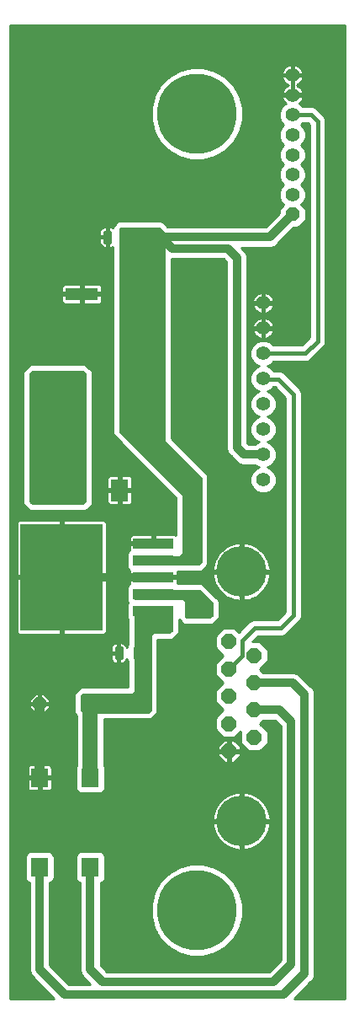
<source format=gtl>
G75*
%MOIN*%
%OFA0B0*%
%FSLAX25Y25*%
%IPPOS*%
%LPD*%
%AMOC8*
5,1,8,0,0,1.08239X$1,22.5*
%
%ADD10OC8,0.06000*%
%ADD11C,0.20000*%
%ADD12R,0.15900X0.04100*%
%ADD13R,0.32700X0.42300*%
%ADD14R,0.15748X0.21654*%
%ADD15OC8,0.05200*%
%ADD16C,0.05200*%
%ADD17R,0.12992X0.05118*%
%ADD18C,0.01640*%
%ADD19R,0.07087X0.08661*%
%ADD20R,0.06693X0.07480*%
%ADD21C,0.05543*%
%ADD22OC8,0.05543*%
%ADD23C,0.31496*%
%ADD24C,0.03200*%
%ADD25C,0.04000*%
%ADD26C,0.01000*%
%ADD27C,0.03962*%
%ADD28C,0.00500*%
%ADD29C,0.00100*%
%ADD30C,0.06000*%
%ADD31C,0.01600*%
D10*
X0112122Y0119144D03*
X0112122Y0129944D03*
X0112122Y0140744D03*
X0112122Y0151544D03*
X0112122Y0162344D03*
X0122122Y0156944D03*
X0122122Y0146144D03*
X0122122Y0135344D03*
X0122122Y0124544D03*
D11*
X0117122Y0091444D03*
X0117122Y0190044D03*
D12*
X0082222Y0187870D03*
X0082222Y0181170D03*
X0082222Y0174470D03*
X0082222Y0194570D03*
X0082222Y0201270D03*
D13*
X0045772Y0187870D03*
D14*
X0044390Y0256370D03*
X0077854Y0256370D03*
D15*
X0037122Y0137870D03*
D16*
X0057122Y0137870D03*
D17*
X0053819Y0299870D03*
X0078425Y0299870D03*
D18*
X0072117Y0320533D02*
X0070411Y0320533D01*
X0070411Y0324207D01*
X0072117Y0324207D01*
X0072117Y0320533D01*
X0072117Y0322172D02*
X0070411Y0322172D01*
X0070411Y0323811D02*
X0072117Y0323811D01*
X0064833Y0324207D02*
X0063127Y0324207D01*
X0064833Y0324207D02*
X0064833Y0320533D01*
X0063127Y0320533D01*
X0063127Y0324207D01*
X0063127Y0322172D02*
X0064833Y0322172D01*
X0064833Y0323811D02*
X0063127Y0323811D01*
X0067627Y0159707D02*
X0069333Y0159707D01*
X0069333Y0156033D01*
X0067627Y0156033D01*
X0067627Y0159707D01*
X0067627Y0157672D02*
X0069333Y0157672D01*
X0069333Y0159311D02*
X0067627Y0159311D01*
X0074911Y0156033D02*
X0076617Y0156033D01*
X0074911Y0156033D02*
X0074911Y0159707D01*
X0076617Y0159707D01*
X0076617Y0156033D01*
X0076617Y0157672D02*
X0074911Y0157672D01*
X0074911Y0159311D02*
X0076617Y0159311D01*
D19*
X0068783Y0222307D03*
X0048705Y0222307D03*
D20*
X0057161Y0108587D03*
X0057161Y0073154D03*
X0037083Y0073154D03*
X0037083Y0108587D03*
D21*
X0125705Y0226370D03*
X0125705Y0236370D03*
X0125705Y0246370D03*
X0125705Y0256370D03*
X0125705Y0266370D03*
X0125705Y0276370D03*
X0125705Y0286370D03*
X0125705Y0296370D03*
X0137319Y0339244D03*
X0137319Y0347118D03*
X0137319Y0354992D03*
X0137319Y0362866D03*
X0137319Y0370740D03*
X0137319Y0378614D03*
X0137319Y0386488D03*
D22*
X0137319Y0331370D03*
D23*
X0099484Y0371138D03*
X0099484Y0056177D03*
D24*
X0129807Y0027870D02*
X0062122Y0027870D01*
X0057161Y0032831D01*
X0057161Y0073154D01*
X0037083Y0073154D02*
X0037083Y0032909D01*
X0047122Y0022870D01*
X0133807Y0022870D01*
X0142122Y0031185D01*
X0142122Y0141429D01*
X0137407Y0146144D01*
X0122122Y0146144D01*
X0122122Y0135344D02*
X0132207Y0135344D01*
X0136744Y0130807D01*
X0136744Y0034807D01*
X0129807Y0027870D01*
X0082222Y0187870D02*
X0045772Y0187870D01*
X0082122Y0201370D02*
X0082222Y0201270D01*
X0118181Y0236370D02*
X0115244Y0239307D01*
X0115244Y0314307D01*
X0111744Y0317807D01*
X0089744Y0317807D01*
X0086181Y0321370D01*
X0071264Y0322370D02*
X0128319Y0322370D01*
X0137319Y0331370D01*
X0125705Y0236370D02*
X0118181Y0236370D01*
D25*
X0037122Y0137870D02*
X0037083Y0137831D01*
X0037083Y0108587D01*
D26*
X0025246Y0021309D02*
X0025246Y0406006D01*
X0157974Y0406006D01*
X0157974Y0021309D01*
X0138044Y0021309D01*
X0144445Y0027709D01*
X0145598Y0028863D01*
X0146222Y0030369D01*
X0146222Y0142245D01*
X0145598Y0143752D01*
X0144445Y0144905D01*
X0139730Y0149620D01*
X0138223Y0150244D01*
X0125800Y0150244D01*
X0124500Y0151544D01*
X0127622Y0154666D01*
X0127622Y0159222D01*
X0124400Y0162444D01*
X0121548Y0162444D01*
X0123611Y0164507D01*
X0133401Y0164507D01*
X0134613Y0165009D01*
X0139613Y0170009D01*
X0140542Y0170938D01*
X0141044Y0172151D01*
X0141044Y0260963D01*
X0140542Y0262176D01*
X0139613Y0263105D01*
X0133613Y0269105D01*
X0132401Y0269607D01*
X0129923Y0269607D01*
X0128691Y0270839D01*
X0127409Y0271370D01*
X0128691Y0271901D01*
X0129860Y0273070D01*
X0142963Y0273070D01*
X0144176Y0273572D01*
X0150042Y0279438D01*
X0150544Y0280651D01*
X0150544Y0281963D01*
X0150544Y0367651D01*
X0150544Y0368963D01*
X0150042Y0370176D01*
X0146680Y0373538D01*
X0145467Y0374040D01*
X0141474Y0374040D01*
X0140305Y0375209D01*
X0140047Y0375316D01*
X0140102Y0375356D01*
X0140577Y0375831D01*
X0140972Y0376375D01*
X0141278Y0376974D01*
X0141485Y0377614D01*
X0141583Y0378228D01*
X0137705Y0378228D01*
X0137705Y0379000D01*
X0141583Y0379000D01*
X0141485Y0379614D01*
X0141278Y0380254D01*
X0140972Y0380853D01*
X0140577Y0381397D01*
X0140102Y0381872D01*
X0139558Y0382268D01*
X0139001Y0382551D01*
X0139558Y0382835D01*
X0140102Y0383230D01*
X0140577Y0383705D01*
X0140972Y0384249D01*
X0141278Y0384848D01*
X0141485Y0385488D01*
X0141583Y0386102D01*
X0137705Y0386102D01*
X0137705Y0382878D01*
X0137705Y0379000D01*
X0136933Y0379000D01*
X0136933Y0378228D01*
X0133055Y0378228D01*
X0133152Y0377614D01*
X0133360Y0376974D01*
X0133665Y0376375D01*
X0134061Y0375831D01*
X0134536Y0375356D01*
X0134591Y0375316D01*
X0134333Y0375209D01*
X0132850Y0373726D01*
X0132047Y0371789D01*
X0132047Y0369692D01*
X0132850Y0367754D01*
X0133801Y0366803D01*
X0132850Y0365852D01*
X0132047Y0363915D01*
X0132047Y0361818D01*
X0132850Y0359880D01*
X0133801Y0358929D01*
X0132850Y0357978D01*
X0132047Y0356041D01*
X0132047Y0353944D01*
X0132850Y0352006D01*
X0133801Y0351055D01*
X0132850Y0350104D01*
X0132047Y0348167D01*
X0132047Y0346070D01*
X0132850Y0344132D01*
X0133801Y0343181D01*
X0132850Y0342230D01*
X0132047Y0340293D01*
X0132047Y0338195D01*
X0132850Y0336258D01*
X0133801Y0335307D01*
X0132047Y0333554D01*
X0132047Y0331897D01*
X0126621Y0326470D01*
X0087887Y0326470D01*
X0086606Y0327752D01*
X0085889Y0328469D01*
X0084951Y0328857D01*
X0068737Y0328857D01*
X0067800Y0328469D01*
X0067300Y0327969D01*
X0066582Y0327252D01*
X0066194Y0326314D01*
X0066194Y0326089D01*
X0065933Y0326264D01*
X0065510Y0326438D01*
X0065062Y0326528D01*
X0064317Y0326528D01*
X0064317Y0322707D01*
X0063644Y0322707D01*
X0063644Y0326528D01*
X0062898Y0326528D01*
X0062450Y0326438D01*
X0062028Y0326264D01*
X0061648Y0326010D01*
X0061325Y0325687D01*
X0061071Y0325307D01*
X0060896Y0324884D01*
X0060807Y0324436D01*
X0060807Y0322707D01*
X0063644Y0322707D01*
X0063644Y0322033D01*
X0064317Y0322033D01*
X0064317Y0318213D01*
X0065062Y0318213D01*
X0065510Y0318302D01*
X0065933Y0318477D01*
X0066194Y0318651D01*
X0066194Y0244800D01*
X0066582Y0243863D01*
X0091194Y0219251D01*
X0091194Y0204419D01*
X0091093Y0204520D01*
X0090751Y0204718D01*
X0090370Y0204820D01*
X0082722Y0204820D01*
X0082722Y0201770D01*
X0081722Y0201770D01*
X0081722Y0200770D01*
X0072772Y0200770D01*
X0072772Y0199023D01*
X0072850Y0198733D01*
X0072153Y0198036D01*
X0071772Y0197117D01*
X0071772Y0192023D01*
X0072153Y0191104D01*
X0072850Y0190407D01*
X0072772Y0190118D01*
X0072772Y0188370D01*
X0081722Y0188370D01*
X0081722Y0187370D01*
X0072772Y0187370D01*
X0072772Y0185623D01*
X0072850Y0185333D01*
X0072153Y0184636D01*
X0071772Y0183717D01*
X0071772Y0178623D01*
X0072105Y0177820D01*
X0071772Y0177017D01*
X0071772Y0171923D01*
X0072153Y0171004D01*
X0072194Y0170963D01*
X0072194Y0161686D01*
X0072096Y0161588D01*
X0071591Y0160368D01*
X0071591Y0160253D01*
X0071564Y0160384D01*
X0071390Y0160807D01*
X0071136Y0161187D01*
X0070812Y0161510D01*
X0070433Y0161764D01*
X0070010Y0161938D01*
X0069562Y0162028D01*
X0068817Y0162028D01*
X0068817Y0158207D01*
X0068144Y0158207D01*
X0068144Y0162028D01*
X0067398Y0162028D01*
X0066950Y0161938D01*
X0066528Y0161764D01*
X0066148Y0161510D01*
X0065825Y0161187D01*
X0065571Y0160807D01*
X0065396Y0160384D01*
X0065307Y0159936D01*
X0065307Y0158207D01*
X0068144Y0158207D01*
X0068144Y0157533D01*
X0068817Y0157533D01*
X0068817Y0153713D01*
X0069562Y0153713D01*
X0070010Y0153802D01*
X0070433Y0153977D01*
X0070812Y0154231D01*
X0071136Y0154554D01*
X0071390Y0154934D01*
X0071564Y0155356D01*
X0071591Y0155487D01*
X0071591Y0155372D01*
X0072096Y0154152D01*
X0072194Y0154054D01*
X0072194Y0144357D01*
X0053737Y0144357D01*
X0052800Y0143969D01*
X0051800Y0142969D01*
X0051082Y0142252D01*
X0050694Y0141314D01*
X0050694Y0134800D01*
X0051082Y0133863D01*
X0051661Y0133284D01*
X0051661Y0113660D01*
X0051315Y0112824D01*
X0051315Y0104349D01*
X0051696Y0103430D01*
X0052399Y0102727D01*
X0053318Y0102346D01*
X0061005Y0102346D01*
X0061924Y0102727D01*
X0062627Y0103430D01*
X0063008Y0104349D01*
X0063008Y0112824D01*
X0062661Y0113660D01*
X0062661Y0131757D01*
X0080751Y0131757D01*
X0081689Y0132145D01*
X0082689Y0133145D01*
X0083406Y0133863D01*
X0083794Y0134800D01*
X0083794Y0163257D01*
X0089251Y0163257D01*
X0090189Y0163645D01*
X0091189Y0164645D01*
X0091906Y0165363D01*
X0092294Y0166300D01*
X0092294Y0171010D01*
X0092408Y0171284D01*
X0092582Y0170863D01*
X0093300Y0170145D01*
X0093800Y0169645D01*
X0094737Y0169257D01*
X0105251Y0169257D01*
X0106189Y0169645D01*
X0106906Y0170363D01*
X0107906Y0171363D01*
X0108294Y0172300D01*
X0108294Y0178314D01*
X0107906Y0179252D01*
X0107189Y0179969D01*
X0102189Y0184969D01*
X0101251Y0185357D01*
X0091601Y0185357D01*
X0091672Y0185623D01*
X0091672Y0187370D01*
X0082722Y0187370D01*
X0082722Y0188370D01*
X0091672Y0188370D01*
X0091672Y0190118D01*
X0091635Y0190257D01*
X0100751Y0190257D01*
X0101689Y0190645D01*
X0102689Y0191645D01*
X0103406Y0192363D01*
X0103794Y0193300D01*
X0103794Y0227814D01*
X0103406Y0228752D01*
X0089294Y0242863D01*
X0089294Y0313707D01*
X0110046Y0313707D01*
X0111144Y0312609D01*
X0111144Y0238492D01*
X0111768Y0236985D01*
X0112922Y0235831D01*
X0115859Y0232894D01*
X0117366Y0232270D01*
X0122349Y0232270D01*
X0122719Y0231901D01*
X0124000Y0231370D01*
X0122719Y0230839D01*
X0121236Y0229356D01*
X0120433Y0227419D01*
X0120433Y0225321D01*
X0121236Y0223384D01*
X0122719Y0221901D01*
X0124656Y0221098D01*
X0126753Y0221098D01*
X0128691Y0221901D01*
X0130174Y0223384D01*
X0130976Y0225321D01*
X0130976Y0227419D01*
X0130174Y0229356D01*
X0128691Y0230839D01*
X0127409Y0231370D01*
X0128691Y0231901D01*
X0130174Y0233384D01*
X0130976Y0235321D01*
X0130976Y0237419D01*
X0130174Y0239356D01*
X0128691Y0240839D01*
X0127409Y0241370D01*
X0128691Y0241901D01*
X0130174Y0243384D01*
X0130976Y0245321D01*
X0130976Y0247419D01*
X0130174Y0249356D01*
X0128691Y0250839D01*
X0127409Y0251370D01*
X0128691Y0251901D01*
X0130174Y0253384D01*
X0130976Y0255321D01*
X0130976Y0257419D01*
X0130174Y0259356D01*
X0128691Y0260839D01*
X0127409Y0261370D01*
X0128691Y0261901D01*
X0129797Y0263007D01*
X0130377Y0263007D01*
X0134444Y0258940D01*
X0134444Y0174174D01*
X0131377Y0171107D01*
X0121588Y0171107D01*
X0120375Y0170605D01*
X0119446Y0169676D01*
X0116007Y0166237D01*
X0114400Y0167844D01*
X0109844Y0167844D01*
X0106622Y0164622D01*
X0106622Y0160066D01*
X0109744Y0156944D01*
X0106622Y0153822D01*
X0106622Y0149266D01*
X0109744Y0146144D01*
X0106622Y0143022D01*
X0106622Y0138466D01*
X0109744Y0135344D01*
X0106622Y0132222D01*
X0106622Y0127666D01*
X0109844Y0124444D01*
X0114400Y0124444D01*
X0116622Y0126666D01*
X0116622Y0122266D01*
X0119844Y0119044D01*
X0124400Y0119044D01*
X0127622Y0122266D01*
X0127622Y0126822D01*
X0124500Y0129944D01*
X0125800Y0131244D01*
X0130509Y0131244D01*
X0132644Y0129109D01*
X0132644Y0036505D01*
X0128109Y0031970D01*
X0063820Y0031970D01*
X0061261Y0034529D01*
X0061261Y0067020D01*
X0061924Y0067294D01*
X0062627Y0067997D01*
X0063008Y0068916D01*
X0063008Y0077391D01*
X0062627Y0078310D01*
X0061924Y0079013D01*
X0061005Y0079394D01*
X0053318Y0079394D01*
X0052399Y0079013D01*
X0051696Y0078310D01*
X0051315Y0077391D01*
X0051315Y0068916D01*
X0051696Y0067997D01*
X0052399Y0067294D01*
X0053061Y0067020D01*
X0053061Y0032015D01*
X0053686Y0030508D01*
X0057224Y0026970D01*
X0048820Y0026970D01*
X0041183Y0034608D01*
X0041183Y0067020D01*
X0041845Y0067294D01*
X0042549Y0067997D01*
X0042929Y0068916D01*
X0042929Y0077391D01*
X0042549Y0078310D01*
X0041845Y0079013D01*
X0040926Y0079394D01*
X0033239Y0079394D01*
X0032320Y0079013D01*
X0031617Y0078310D01*
X0031236Y0077391D01*
X0031236Y0068916D01*
X0031617Y0067997D01*
X0032320Y0067294D01*
X0032983Y0067020D01*
X0032983Y0032094D01*
X0033607Y0030587D01*
X0042885Y0021309D01*
X0025246Y0021309D01*
X0025246Y0021800D02*
X0042394Y0021800D01*
X0041396Y0022798D02*
X0025246Y0022798D01*
X0025246Y0023797D02*
X0040397Y0023797D01*
X0039399Y0024795D02*
X0025246Y0024795D01*
X0025246Y0025794D02*
X0038400Y0025794D01*
X0037402Y0026792D02*
X0025246Y0026792D01*
X0025246Y0027791D02*
X0036403Y0027791D01*
X0035405Y0028789D02*
X0025246Y0028789D01*
X0025246Y0029788D02*
X0034406Y0029788D01*
X0033524Y0030786D02*
X0025246Y0030786D01*
X0025246Y0031785D02*
X0033111Y0031785D01*
X0032983Y0032783D02*
X0025246Y0032783D01*
X0025246Y0033782D02*
X0032983Y0033782D01*
X0032983Y0034780D02*
X0025246Y0034780D01*
X0025246Y0035779D02*
X0032983Y0035779D01*
X0032983Y0036777D02*
X0025246Y0036777D01*
X0025246Y0037776D02*
X0032983Y0037776D01*
X0032983Y0038774D02*
X0025246Y0038774D01*
X0025246Y0039773D02*
X0032983Y0039773D01*
X0032983Y0040771D02*
X0025246Y0040771D01*
X0025246Y0041770D02*
X0032983Y0041770D01*
X0032983Y0042768D02*
X0025246Y0042768D01*
X0025246Y0043767D02*
X0032983Y0043767D01*
X0032983Y0044765D02*
X0025246Y0044765D01*
X0025246Y0045764D02*
X0032983Y0045764D01*
X0032983Y0046762D02*
X0025246Y0046762D01*
X0025246Y0047761D02*
X0032983Y0047761D01*
X0032983Y0048759D02*
X0025246Y0048759D01*
X0025246Y0049758D02*
X0032983Y0049758D01*
X0032983Y0050756D02*
X0025246Y0050756D01*
X0025246Y0051755D02*
X0032983Y0051755D01*
X0032983Y0052753D02*
X0025246Y0052753D01*
X0025246Y0053752D02*
X0032983Y0053752D01*
X0032983Y0054751D02*
X0025246Y0054751D01*
X0025246Y0055749D02*
X0032983Y0055749D01*
X0032983Y0056748D02*
X0025246Y0056748D01*
X0025246Y0057746D02*
X0032983Y0057746D01*
X0032983Y0058745D02*
X0025246Y0058745D01*
X0025246Y0059743D02*
X0032983Y0059743D01*
X0032983Y0060742D02*
X0025246Y0060742D01*
X0025246Y0061740D02*
X0032983Y0061740D01*
X0032983Y0062739D02*
X0025246Y0062739D01*
X0025246Y0063737D02*
X0032983Y0063737D01*
X0032983Y0064736D02*
X0025246Y0064736D01*
X0025246Y0065734D02*
X0032983Y0065734D01*
X0032983Y0066733D02*
X0025246Y0066733D01*
X0025246Y0067731D02*
X0031883Y0067731D01*
X0031313Y0068730D02*
X0025246Y0068730D01*
X0025246Y0069728D02*
X0031236Y0069728D01*
X0031236Y0070727D02*
X0025246Y0070727D01*
X0025246Y0071725D02*
X0031236Y0071725D01*
X0031236Y0072724D02*
X0025246Y0072724D01*
X0025246Y0073722D02*
X0031236Y0073722D01*
X0031236Y0074721D02*
X0025246Y0074721D01*
X0025246Y0075719D02*
X0031236Y0075719D01*
X0031236Y0076718D02*
X0025246Y0076718D01*
X0025246Y0077716D02*
X0031371Y0077716D01*
X0032022Y0078715D02*
X0025246Y0078715D01*
X0025246Y0079713D02*
X0132644Y0079713D01*
X0132644Y0078715D02*
X0062222Y0078715D01*
X0062873Y0077716D02*
X0132644Y0077716D01*
X0132644Y0076718D02*
X0063008Y0076718D01*
X0063008Y0075719D02*
X0132644Y0075719D01*
X0132644Y0074721D02*
X0063008Y0074721D01*
X0063008Y0073722D02*
X0094458Y0073722D01*
X0092441Y0073182D02*
X0088280Y0070779D01*
X0084882Y0067382D01*
X0082480Y0063221D01*
X0081236Y0058580D01*
X0081236Y0053775D01*
X0082480Y0049134D01*
X0084882Y0044973D01*
X0088280Y0041575D01*
X0092441Y0039173D01*
X0097082Y0037929D01*
X0101887Y0037929D01*
X0106528Y0039173D01*
X0110689Y0041575D01*
X0114086Y0044973D01*
X0116489Y0049134D01*
X0117732Y0053775D01*
X0117732Y0058580D01*
X0116489Y0063221D01*
X0114086Y0067382D01*
X0110689Y0070779D01*
X0106528Y0073182D01*
X0101887Y0074425D01*
X0097082Y0074425D01*
X0092441Y0073182D01*
X0091648Y0072724D02*
X0063008Y0072724D01*
X0063008Y0071725D02*
X0089918Y0071725D01*
X0088227Y0070727D02*
X0063008Y0070727D01*
X0063008Y0069728D02*
X0087229Y0069728D01*
X0086230Y0068730D02*
X0062931Y0068730D01*
X0062361Y0067731D02*
X0085232Y0067731D01*
X0084507Y0066733D02*
X0061261Y0066733D01*
X0061261Y0065734D02*
X0083931Y0065734D01*
X0083354Y0064736D02*
X0061261Y0064736D01*
X0061261Y0063737D02*
X0082778Y0063737D01*
X0082351Y0062739D02*
X0061261Y0062739D01*
X0061261Y0061740D02*
X0082083Y0061740D01*
X0081816Y0060742D02*
X0061261Y0060742D01*
X0061261Y0059743D02*
X0081548Y0059743D01*
X0081280Y0058745D02*
X0061261Y0058745D01*
X0061261Y0057746D02*
X0081236Y0057746D01*
X0081236Y0056748D02*
X0061261Y0056748D01*
X0061261Y0055749D02*
X0081236Y0055749D01*
X0081236Y0054751D02*
X0061261Y0054751D01*
X0061261Y0053752D02*
X0081242Y0053752D01*
X0081510Y0052753D02*
X0061261Y0052753D01*
X0061261Y0051755D02*
X0081777Y0051755D01*
X0082045Y0050756D02*
X0061261Y0050756D01*
X0061261Y0049758D02*
X0082313Y0049758D01*
X0082696Y0048759D02*
X0061261Y0048759D01*
X0061261Y0047761D02*
X0083272Y0047761D01*
X0083849Y0046762D02*
X0061261Y0046762D01*
X0061261Y0045764D02*
X0084425Y0045764D01*
X0085089Y0044765D02*
X0061261Y0044765D01*
X0061261Y0043767D02*
X0086088Y0043767D01*
X0087086Y0042768D02*
X0061261Y0042768D01*
X0061261Y0041770D02*
X0088085Y0041770D01*
X0089672Y0040771D02*
X0061261Y0040771D01*
X0061261Y0039773D02*
X0091401Y0039773D01*
X0093928Y0038774D02*
X0061261Y0038774D01*
X0061261Y0037776D02*
X0132644Y0037776D01*
X0132644Y0038774D02*
X0105041Y0038774D01*
X0107567Y0039773D02*
X0132644Y0039773D01*
X0132644Y0040771D02*
X0109297Y0040771D01*
X0110884Y0041770D02*
X0132644Y0041770D01*
X0132644Y0042768D02*
X0111882Y0042768D01*
X0112881Y0043767D02*
X0132644Y0043767D01*
X0132644Y0044765D02*
X0113879Y0044765D01*
X0114543Y0045764D02*
X0132644Y0045764D01*
X0132644Y0046762D02*
X0115120Y0046762D01*
X0115696Y0047761D02*
X0132644Y0047761D01*
X0132644Y0048759D02*
X0116273Y0048759D01*
X0116656Y0049758D02*
X0132644Y0049758D01*
X0132644Y0050756D02*
X0116924Y0050756D01*
X0117191Y0051755D02*
X0132644Y0051755D01*
X0132644Y0052753D02*
X0117459Y0052753D01*
X0117726Y0053752D02*
X0132644Y0053752D01*
X0132644Y0054751D02*
X0117732Y0054751D01*
X0117732Y0055749D02*
X0132644Y0055749D01*
X0132644Y0056748D02*
X0117732Y0056748D01*
X0117732Y0057746D02*
X0132644Y0057746D01*
X0132644Y0058745D02*
X0117688Y0058745D01*
X0117421Y0059743D02*
X0132644Y0059743D01*
X0132644Y0060742D02*
X0117153Y0060742D01*
X0116885Y0061740D02*
X0132644Y0061740D01*
X0132644Y0062739D02*
X0116618Y0062739D01*
X0116191Y0063737D02*
X0132644Y0063737D01*
X0132644Y0064736D02*
X0115614Y0064736D01*
X0115038Y0065734D02*
X0132644Y0065734D01*
X0132644Y0066733D02*
X0114461Y0066733D01*
X0113737Y0067731D02*
X0132644Y0067731D01*
X0132644Y0068730D02*
X0112738Y0068730D01*
X0111740Y0069728D02*
X0132644Y0069728D01*
X0132644Y0070727D02*
X0110741Y0070727D01*
X0109050Y0071725D02*
X0132644Y0071725D01*
X0132644Y0072724D02*
X0107321Y0072724D01*
X0104510Y0073722D02*
X0132644Y0073722D01*
X0132644Y0080712D02*
X0121270Y0080712D01*
X0121530Y0080803D02*
X0122694Y0081363D01*
X0123787Y0082050D01*
X0124797Y0082856D01*
X0125710Y0083769D01*
X0126516Y0084779D01*
X0127203Y0085873D01*
X0127763Y0087036D01*
X0128190Y0088255D01*
X0128477Y0089515D01*
X0128622Y0090798D01*
X0128622Y0090944D01*
X0117622Y0090944D01*
X0117622Y0079944D01*
X0117768Y0079944D01*
X0119051Y0080089D01*
X0120311Y0080376D01*
X0121530Y0080803D01*
X0123246Y0081710D02*
X0132644Y0081710D01*
X0132644Y0082709D02*
X0124613Y0082709D01*
X0125649Y0083707D02*
X0132644Y0083707D01*
X0132644Y0084706D02*
X0126458Y0084706D01*
X0127097Y0085704D02*
X0132644Y0085704D01*
X0132644Y0086703D02*
X0127603Y0086703D01*
X0127996Y0087701D02*
X0132644Y0087701D01*
X0132644Y0088700D02*
X0128291Y0088700D01*
X0128498Y0089698D02*
X0132644Y0089698D01*
X0132644Y0090697D02*
X0128611Y0090697D01*
X0128622Y0091944D02*
X0128622Y0092090D01*
X0128477Y0093373D01*
X0128190Y0094633D01*
X0127763Y0095852D01*
X0127203Y0097016D01*
X0126516Y0098109D01*
X0125710Y0099119D01*
X0124797Y0100032D01*
X0123787Y0100838D01*
X0122694Y0101525D01*
X0121530Y0102085D01*
X0120311Y0102512D01*
X0119051Y0102799D01*
X0117768Y0102944D01*
X0117622Y0102944D01*
X0117622Y0091944D01*
X0128622Y0091944D01*
X0128554Y0092694D02*
X0132644Y0092694D01*
X0132644Y0093692D02*
X0128405Y0093692D01*
X0128170Y0094691D02*
X0132644Y0094691D01*
X0132644Y0095689D02*
X0127820Y0095689D01*
X0127361Y0096688D02*
X0132644Y0096688D01*
X0132644Y0097687D02*
X0126781Y0097687D01*
X0126057Y0098685D02*
X0132644Y0098685D01*
X0132644Y0099684D02*
X0125146Y0099684D01*
X0123983Y0100682D02*
X0132644Y0100682D01*
X0132644Y0101681D02*
X0122371Y0101681D01*
X0119579Y0102679D02*
X0132644Y0102679D01*
X0132644Y0103678D02*
X0062730Y0103678D01*
X0063008Y0104676D02*
X0132644Y0104676D01*
X0132644Y0105675D02*
X0063008Y0105675D01*
X0063008Y0106673D02*
X0132644Y0106673D01*
X0132644Y0107672D02*
X0063008Y0107672D01*
X0063008Y0108670D02*
X0132644Y0108670D01*
X0132644Y0109669D02*
X0063008Y0109669D01*
X0063008Y0110667D02*
X0132644Y0110667D01*
X0132644Y0111666D02*
X0063008Y0111666D01*
X0063008Y0112664D02*
X0132644Y0112664D01*
X0132644Y0113663D02*
X0062661Y0113663D01*
X0062661Y0114661D02*
X0110241Y0114661D01*
X0110258Y0114644D02*
X0107622Y0117280D01*
X0107622Y0118644D01*
X0111622Y0118644D01*
X0112622Y0118644D01*
X0112622Y0114644D01*
X0113986Y0114644D01*
X0116622Y0117280D01*
X0116622Y0118644D01*
X0112622Y0118644D01*
X0112622Y0119644D01*
X0116622Y0119644D01*
X0116622Y0121008D01*
X0113986Y0123644D01*
X0112622Y0123644D01*
X0112622Y0119644D01*
X0111622Y0119644D01*
X0111622Y0118644D01*
X0111622Y0114644D01*
X0110258Y0114644D01*
X0111622Y0114661D02*
X0112622Y0114661D01*
X0112622Y0115660D02*
X0111622Y0115660D01*
X0111622Y0116658D02*
X0112622Y0116658D01*
X0112622Y0117657D02*
X0111622Y0117657D01*
X0111622Y0118655D02*
X0062661Y0118655D01*
X0062661Y0117657D02*
X0107622Y0117657D01*
X0108244Y0116658D02*
X0062661Y0116658D01*
X0062661Y0115660D02*
X0109242Y0115660D01*
X0107622Y0119644D02*
X0111622Y0119644D01*
X0111622Y0123644D01*
X0110258Y0123644D01*
X0107622Y0121008D01*
X0107622Y0119644D01*
X0107622Y0119654D02*
X0062661Y0119654D01*
X0062661Y0120652D02*
X0107622Y0120652D01*
X0108265Y0121651D02*
X0062661Y0121651D01*
X0062661Y0122649D02*
X0109263Y0122649D01*
X0109642Y0124646D02*
X0062661Y0124646D01*
X0062661Y0123648D02*
X0116622Y0123648D01*
X0116622Y0124646D02*
X0114602Y0124646D01*
X0115601Y0125645D02*
X0116622Y0125645D01*
X0116599Y0126643D02*
X0116622Y0126643D01*
X0116622Y0122649D02*
X0114981Y0122649D01*
X0115979Y0121651D02*
X0117237Y0121651D01*
X0116622Y0120652D02*
X0118236Y0120652D01*
X0119234Y0119654D02*
X0116622Y0119654D01*
X0116622Y0117657D02*
X0132644Y0117657D01*
X0132644Y0118655D02*
X0112622Y0118655D01*
X0112622Y0119654D02*
X0111622Y0119654D01*
X0111622Y0120652D02*
X0112622Y0120652D01*
X0112622Y0121651D02*
X0111622Y0121651D01*
X0111622Y0122649D02*
X0112622Y0122649D01*
X0108643Y0125645D02*
X0062661Y0125645D01*
X0062661Y0126643D02*
X0107645Y0126643D01*
X0106646Y0127642D02*
X0062661Y0127642D01*
X0062661Y0128640D02*
X0106622Y0128640D01*
X0106622Y0129639D02*
X0062661Y0129639D01*
X0062661Y0130637D02*
X0106622Y0130637D01*
X0106622Y0131636D02*
X0062661Y0131636D01*
X0072194Y0144617D02*
X0025246Y0144617D01*
X0025246Y0145615D02*
X0072194Y0145615D01*
X0072194Y0146614D02*
X0025246Y0146614D01*
X0025246Y0147612D02*
X0072194Y0147612D01*
X0072194Y0148611D02*
X0025246Y0148611D01*
X0025246Y0149609D02*
X0072194Y0149609D01*
X0072194Y0150608D02*
X0025246Y0150608D01*
X0025246Y0151606D02*
X0072194Y0151606D01*
X0072194Y0152605D02*
X0025246Y0152605D01*
X0025246Y0153603D02*
X0072194Y0153603D01*
X0071910Y0154602D02*
X0071168Y0154602D01*
X0068817Y0154602D02*
X0068144Y0154602D01*
X0068144Y0153713D02*
X0068144Y0157533D01*
X0065307Y0157533D01*
X0065307Y0155804D01*
X0065396Y0155356D01*
X0065571Y0154934D01*
X0065825Y0154554D01*
X0066148Y0154231D01*
X0066528Y0153977D01*
X0066950Y0153802D01*
X0067398Y0153713D01*
X0068144Y0153713D01*
X0068144Y0155600D02*
X0068817Y0155600D01*
X0068817Y0156599D02*
X0068144Y0156599D01*
X0068144Y0157597D02*
X0025246Y0157597D01*
X0025246Y0156599D02*
X0065307Y0156599D01*
X0065348Y0155600D02*
X0025246Y0155600D01*
X0025246Y0154602D02*
X0065793Y0154602D01*
X0065307Y0158596D02*
X0025246Y0158596D01*
X0025246Y0159594D02*
X0065307Y0159594D01*
X0065483Y0160593D02*
X0025246Y0160593D01*
X0025246Y0161591D02*
X0066270Y0161591D01*
X0068144Y0161591D02*
X0068817Y0161591D01*
X0068817Y0160593D02*
X0068144Y0160593D01*
X0068144Y0159594D02*
X0068817Y0159594D01*
X0068817Y0158596D02*
X0068144Y0158596D01*
X0071478Y0160593D02*
X0071684Y0160593D01*
X0072099Y0161591D02*
X0070690Y0161591D01*
X0072194Y0162590D02*
X0025246Y0162590D01*
X0025246Y0163588D02*
X0072194Y0163588D01*
X0072194Y0164587D02*
X0025246Y0164587D01*
X0025246Y0165585D02*
X0028436Y0165585D01*
X0028501Y0165520D02*
X0028843Y0165322D01*
X0029225Y0165220D01*
X0045272Y0165220D01*
X0045272Y0187370D01*
X0046272Y0187370D01*
X0046272Y0165220D01*
X0062320Y0165220D01*
X0062701Y0165322D01*
X0063043Y0165520D01*
X0063322Y0165799D01*
X0063520Y0166141D01*
X0063622Y0166523D01*
X0063622Y0187370D01*
X0046272Y0187370D01*
X0046272Y0188370D01*
X0063622Y0188370D01*
X0063622Y0209218D01*
X0063520Y0209599D01*
X0063322Y0209941D01*
X0063043Y0210220D01*
X0062701Y0210418D01*
X0062320Y0210520D01*
X0046272Y0210520D01*
X0046272Y0188370D01*
X0045272Y0188370D01*
X0045272Y0187370D01*
X0027922Y0187370D01*
X0027922Y0166523D01*
X0028024Y0166141D01*
X0028222Y0165799D01*
X0028501Y0165520D01*
X0027922Y0166584D02*
X0025246Y0166584D01*
X0025246Y0167582D02*
X0027922Y0167582D01*
X0027922Y0168581D02*
X0025246Y0168581D01*
X0025246Y0169579D02*
X0027922Y0169579D01*
X0027922Y0170578D02*
X0025246Y0170578D01*
X0025246Y0171576D02*
X0027922Y0171576D01*
X0027922Y0172575D02*
X0025246Y0172575D01*
X0025246Y0173573D02*
X0027922Y0173573D01*
X0027922Y0174572D02*
X0025246Y0174572D01*
X0025246Y0175570D02*
X0027922Y0175570D01*
X0027922Y0176569D02*
X0025246Y0176569D01*
X0025246Y0177567D02*
X0027922Y0177567D01*
X0027922Y0178566D02*
X0025246Y0178566D01*
X0025246Y0179564D02*
X0027922Y0179564D01*
X0027922Y0180563D02*
X0025246Y0180563D01*
X0025246Y0181561D02*
X0027922Y0181561D01*
X0027922Y0182560D02*
X0025246Y0182560D01*
X0025246Y0183558D02*
X0027922Y0183558D01*
X0027922Y0184557D02*
X0025246Y0184557D01*
X0025246Y0185555D02*
X0027922Y0185555D01*
X0027922Y0186554D02*
X0025246Y0186554D01*
X0025246Y0187553D02*
X0045272Y0187553D01*
X0045272Y0188370D02*
X0027922Y0188370D01*
X0027922Y0209218D01*
X0028024Y0209599D01*
X0028222Y0209941D01*
X0028501Y0210220D01*
X0028843Y0210418D01*
X0029225Y0210520D01*
X0045272Y0210520D01*
X0045272Y0188370D01*
X0045272Y0188551D02*
X0046272Y0188551D01*
X0046272Y0187553D02*
X0081722Y0187553D01*
X0082722Y0187553D02*
X0105895Y0187553D01*
X0105767Y0188115D02*
X0106054Y0186855D01*
X0106481Y0185636D01*
X0107041Y0184473D01*
X0107728Y0183379D01*
X0108534Y0182369D01*
X0109447Y0181456D01*
X0110457Y0180650D01*
X0111551Y0179963D01*
X0112714Y0179403D01*
X0113933Y0178976D01*
X0115193Y0178689D01*
X0116476Y0178544D01*
X0116622Y0178544D01*
X0116622Y0189544D01*
X0117622Y0189544D01*
X0117622Y0178544D01*
X0117768Y0178544D01*
X0119051Y0178689D01*
X0120311Y0178976D01*
X0121530Y0179403D01*
X0122694Y0179963D01*
X0123787Y0180650D01*
X0124797Y0181456D01*
X0125710Y0182369D01*
X0126516Y0183379D01*
X0127203Y0184473D01*
X0127763Y0185636D01*
X0128190Y0186855D01*
X0128477Y0188115D01*
X0128622Y0189398D01*
X0128622Y0189544D01*
X0117622Y0189544D01*
X0117622Y0190544D01*
X0128622Y0190544D01*
X0128622Y0190690D01*
X0128477Y0191973D01*
X0128190Y0193233D01*
X0127763Y0194452D01*
X0127203Y0195616D01*
X0126516Y0196709D01*
X0125710Y0197719D01*
X0124797Y0198632D01*
X0123787Y0199438D01*
X0122694Y0200125D01*
X0121530Y0200685D01*
X0120311Y0201112D01*
X0119051Y0201399D01*
X0117768Y0201544D01*
X0117622Y0201544D01*
X0117622Y0190544D01*
X0116622Y0190544D01*
X0116622Y0189544D01*
X0105622Y0189544D01*
X0105622Y0189398D01*
X0105767Y0188115D01*
X0105718Y0188551D02*
X0091672Y0188551D01*
X0091672Y0189550D02*
X0116622Y0189550D01*
X0116622Y0190544D02*
X0105622Y0190544D01*
X0105622Y0190690D01*
X0105767Y0191973D01*
X0106054Y0193233D01*
X0106481Y0194452D01*
X0107041Y0195616D01*
X0107728Y0196709D01*
X0108534Y0197719D01*
X0109447Y0198632D01*
X0110457Y0199438D01*
X0111551Y0200125D01*
X0112714Y0200685D01*
X0113933Y0201112D01*
X0115193Y0201399D01*
X0116476Y0201544D01*
X0116622Y0201544D01*
X0116622Y0190544D01*
X0116622Y0190548D02*
X0117622Y0190548D01*
X0117622Y0189550D02*
X0134444Y0189550D01*
X0134444Y0190548D02*
X0128622Y0190548D01*
X0128526Y0191547D02*
X0134444Y0191547D01*
X0134444Y0192545D02*
X0128347Y0192545D01*
X0128081Y0193544D02*
X0134444Y0193544D01*
X0134444Y0194542D02*
X0127720Y0194542D01*
X0127239Y0195541D02*
X0134444Y0195541D01*
X0134444Y0196539D02*
X0126623Y0196539D01*
X0125855Y0197538D02*
X0134444Y0197538D01*
X0134444Y0198536D02*
X0124893Y0198536D01*
X0123633Y0199535D02*
X0134444Y0199535D01*
X0134444Y0200533D02*
X0121846Y0200533D01*
X0117878Y0201532D02*
X0134444Y0201532D01*
X0134444Y0202530D02*
X0103794Y0202530D01*
X0103794Y0201532D02*
X0116366Y0201532D01*
X0116622Y0201532D02*
X0117622Y0201532D01*
X0117622Y0200533D02*
X0116622Y0200533D01*
X0116622Y0199535D02*
X0117622Y0199535D01*
X0117622Y0198536D02*
X0116622Y0198536D01*
X0116622Y0197538D02*
X0117622Y0197538D01*
X0117622Y0196539D02*
X0116622Y0196539D01*
X0116622Y0195541D02*
X0117622Y0195541D01*
X0117622Y0194542D02*
X0116622Y0194542D01*
X0116622Y0193544D02*
X0117622Y0193544D01*
X0117622Y0192545D02*
X0116622Y0192545D01*
X0116622Y0191547D02*
X0117622Y0191547D01*
X0117622Y0188551D02*
X0116622Y0188551D01*
X0116622Y0187553D02*
X0117622Y0187553D01*
X0117622Y0186554D02*
X0116622Y0186554D01*
X0116622Y0185555D02*
X0117622Y0185555D01*
X0117622Y0184557D02*
X0116622Y0184557D01*
X0116622Y0183558D02*
X0117622Y0183558D01*
X0117622Y0182560D02*
X0116622Y0182560D01*
X0116622Y0181561D02*
X0117622Y0181561D01*
X0117622Y0180563D02*
X0116622Y0180563D01*
X0116622Y0179564D02*
X0117622Y0179564D01*
X0117622Y0178566D02*
X0116622Y0178566D01*
X0116282Y0178566D02*
X0108190Y0178566D01*
X0108294Y0177567D02*
X0134444Y0177567D01*
X0134444Y0176569D02*
X0108294Y0176569D01*
X0108294Y0175570D02*
X0134444Y0175570D01*
X0134444Y0174572D02*
X0108294Y0174572D01*
X0108294Y0173573D02*
X0133843Y0173573D01*
X0132845Y0172575D02*
X0108294Y0172575D01*
X0107994Y0171576D02*
X0131846Y0171576D01*
X0135189Y0165585D02*
X0157974Y0165585D01*
X0157974Y0164587D02*
X0133593Y0164587D01*
X0136188Y0166584D02*
X0157974Y0166584D01*
X0157974Y0167582D02*
X0137186Y0167582D01*
X0138185Y0168581D02*
X0157974Y0168581D01*
X0157974Y0169579D02*
X0139183Y0169579D01*
X0140182Y0170578D02*
X0157974Y0170578D01*
X0157974Y0171576D02*
X0140806Y0171576D01*
X0141044Y0172575D02*
X0157974Y0172575D01*
X0157974Y0173573D02*
X0141044Y0173573D01*
X0141044Y0174572D02*
X0157974Y0174572D01*
X0157974Y0175570D02*
X0141044Y0175570D01*
X0141044Y0176569D02*
X0157974Y0176569D01*
X0157974Y0177567D02*
X0141044Y0177567D01*
X0141044Y0178566D02*
X0157974Y0178566D01*
X0157974Y0179564D02*
X0141044Y0179564D01*
X0141044Y0180563D02*
X0157974Y0180563D01*
X0157974Y0181561D02*
X0141044Y0181561D01*
X0141044Y0182560D02*
X0157974Y0182560D01*
X0157974Y0183558D02*
X0141044Y0183558D01*
X0141044Y0184557D02*
X0157974Y0184557D01*
X0157974Y0185555D02*
X0141044Y0185555D01*
X0141044Y0186554D02*
X0157974Y0186554D01*
X0157974Y0187553D02*
X0141044Y0187553D01*
X0141044Y0188551D02*
X0157974Y0188551D01*
X0157974Y0189550D02*
X0141044Y0189550D01*
X0141044Y0190548D02*
X0157974Y0190548D01*
X0157974Y0191547D02*
X0141044Y0191547D01*
X0141044Y0192545D02*
X0157974Y0192545D01*
X0157974Y0193544D02*
X0141044Y0193544D01*
X0141044Y0194542D02*
X0157974Y0194542D01*
X0157974Y0195541D02*
X0141044Y0195541D01*
X0141044Y0196539D02*
X0157974Y0196539D01*
X0157974Y0197538D02*
X0141044Y0197538D01*
X0141044Y0198536D02*
X0157974Y0198536D01*
X0157974Y0199535D02*
X0141044Y0199535D01*
X0141044Y0200533D02*
X0157974Y0200533D01*
X0157974Y0201532D02*
X0141044Y0201532D01*
X0141044Y0202530D02*
X0157974Y0202530D01*
X0157974Y0203529D02*
X0141044Y0203529D01*
X0141044Y0204527D02*
X0157974Y0204527D01*
X0157974Y0205526D02*
X0141044Y0205526D01*
X0141044Y0206524D02*
X0157974Y0206524D01*
X0157974Y0207523D02*
X0141044Y0207523D01*
X0141044Y0208521D02*
X0157974Y0208521D01*
X0157974Y0209520D02*
X0141044Y0209520D01*
X0141044Y0210518D02*
X0157974Y0210518D01*
X0157974Y0211517D02*
X0141044Y0211517D01*
X0141044Y0212515D02*
X0157974Y0212515D01*
X0157974Y0213514D02*
X0141044Y0213514D01*
X0141044Y0214512D02*
X0157974Y0214512D01*
X0157974Y0215511D02*
X0141044Y0215511D01*
X0141044Y0216509D02*
X0157974Y0216509D01*
X0157974Y0217508D02*
X0141044Y0217508D01*
X0141044Y0218506D02*
X0157974Y0218506D01*
X0157974Y0219505D02*
X0141044Y0219505D01*
X0141044Y0220503D02*
X0157974Y0220503D01*
X0157974Y0221502D02*
X0141044Y0221502D01*
X0141044Y0222500D02*
X0157974Y0222500D01*
X0157974Y0223499D02*
X0141044Y0223499D01*
X0141044Y0224497D02*
X0157974Y0224497D01*
X0157974Y0225496D02*
X0141044Y0225496D01*
X0141044Y0226494D02*
X0157974Y0226494D01*
X0157974Y0227493D02*
X0141044Y0227493D01*
X0141044Y0228491D02*
X0157974Y0228491D01*
X0157974Y0229490D02*
X0141044Y0229490D01*
X0141044Y0230489D02*
X0157974Y0230489D01*
X0157974Y0231487D02*
X0141044Y0231487D01*
X0141044Y0232486D02*
X0157974Y0232486D01*
X0157974Y0233484D02*
X0141044Y0233484D01*
X0141044Y0234483D02*
X0157974Y0234483D01*
X0157974Y0235481D02*
X0141044Y0235481D01*
X0141044Y0236480D02*
X0157974Y0236480D01*
X0157974Y0237478D02*
X0141044Y0237478D01*
X0141044Y0238477D02*
X0157974Y0238477D01*
X0157974Y0239475D02*
X0141044Y0239475D01*
X0141044Y0240474D02*
X0157974Y0240474D01*
X0157974Y0241472D02*
X0141044Y0241472D01*
X0141044Y0242471D02*
X0157974Y0242471D01*
X0157974Y0243469D02*
X0141044Y0243469D01*
X0141044Y0244468D02*
X0157974Y0244468D01*
X0157974Y0245466D02*
X0141044Y0245466D01*
X0141044Y0246465D02*
X0157974Y0246465D01*
X0157974Y0247463D02*
X0141044Y0247463D01*
X0141044Y0248462D02*
X0157974Y0248462D01*
X0157974Y0249460D02*
X0141044Y0249460D01*
X0141044Y0250459D02*
X0157974Y0250459D01*
X0157974Y0251457D02*
X0141044Y0251457D01*
X0141044Y0252456D02*
X0157974Y0252456D01*
X0157974Y0253454D02*
X0141044Y0253454D01*
X0141044Y0254453D02*
X0157974Y0254453D01*
X0157974Y0255451D02*
X0141044Y0255451D01*
X0141044Y0256450D02*
X0157974Y0256450D01*
X0157974Y0257448D02*
X0141044Y0257448D01*
X0141044Y0258447D02*
X0157974Y0258447D01*
X0157974Y0259445D02*
X0141044Y0259445D01*
X0141044Y0260444D02*
X0157974Y0260444D01*
X0157974Y0261442D02*
X0140846Y0261442D01*
X0140277Y0262441D02*
X0157974Y0262441D01*
X0157974Y0263439D02*
X0139279Y0263439D01*
X0138280Y0264438D02*
X0157974Y0264438D01*
X0157974Y0265436D02*
X0137282Y0265436D01*
X0136283Y0266435D02*
X0157974Y0266435D01*
X0157974Y0267433D02*
X0135285Y0267433D01*
X0134286Y0268432D02*
X0157974Y0268432D01*
X0157974Y0269430D02*
X0132827Y0269430D01*
X0129101Y0270429D02*
X0157974Y0270429D01*
X0157974Y0271427D02*
X0127548Y0271427D01*
X0129216Y0272426D02*
X0157974Y0272426D01*
X0157974Y0273424D02*
X0143819Y0273424D01*
X0145027Y0274423D02*
X0157974Y0274423D01*
X0157974Y0275422D02*
X0146025Y0275422D01*
X0147024Y0276420D02*
X0157974Y0276420D01*
X0157974Y0277419D02*
X0148022Y0277419D01*
X0149021Y0278417D02*
X0157974Y0278417D01*
X0157974Y0279416D02*
X0150019Y0279416D01*
X0150446Y0280414D02*
X0157974Y0280414D01*
X0157974Y0281413D02*
X0150544Y0281413D01*
X0150544Y0282411D02*
X0157974Y0282411D01*
X0157974Y0283410D02*
X0150544Y0283410D01*
X0150544Y0284408D02*
X0157974Y0284408D01*
X0157974Y0285407D02*
X0150544Y0285407D01*
X0150544Y0286405D02*
X0157974Y0286405D01*
X0157974Y0287404D02*
X0150544Y0287404D01*
X0150544Y0288402D02*
X0157974Y0288402D01*
X0157974Y0289401D02*
X0150544Y0289401D01*
X0150544Y0290399D02*
X0157974Y0290399D01*
X0157974Y0291398D02*
X0150544Y0291398D01*
X0150544Y0292396D02*
X0157974Y0292396D01*
X0157974Y0293395D02*
X0150544Y0293395D01*
X0150544Y0294393D02*
X0157974Y0294393D01*
X0157974Y0295392D02*
X0150544Y0295392D01*
X0150544Y0296390D02*
X0157974Y0296390D01*
X0157974Y0297389D02*
X0150544Y0297389D01*
X0150544Y0298387D02*
X0157974Y0298387D01*
X0157974Y0299386D02*
X0150544Y0299386D01*
X0150544Y0300384D02*
X0157974Y0300384D01*
X0157974Y0301383D02*
X0150544Y0301383D01*
X0150544Y0302381D02*
X0157974Y0302381D01*
X0157974Y0303380D02*
X0150544Y0303380D01*
X0150544Y0304378D02*
X0157974Y0304378D01*
X0157974Y0305377D02*
X0150544Y0305377D01*
X0150544Y0306375D02*
X0157974Y0306375D01*
X0157974Y0307374D02*
X0150544Y0307374D01*
X0150544Y0308372D02*
X0157974Y0308372D01*
X0157974Y0309371D02*
X0150544Y0309371D01*
X0150544Y0310369D02*
X0157974Y0310369D01*
X0157974Y0311368D02*
X0150544Y0311368D01*
X0150544Y0312366D02*
X0157974Y0312366D01*
X0157974Y0313365D02*
X0150544Y0313365D01*
X0150544Y0314363D02*
X0157974Y0314363D01*
X0157974Y0315362D02*
X0150544Y0315362D01*
X0150544Y0316360D02*
X0157974Y0316360D01*
X0157974Y0317359D02*
X0150544Y0317359D01*
X0150544Y0318358D02*
X0157974Y0318358D01*
X0157974Y0319356D02*
X0150544Y0319356D01*
X0150544Y0320355D02*
X0157974Y0320355D01*
X0157974Y0321353D02*
X0150544Y0321353D01*
X0150544Y0322352D02*
X0157974Y0322352D01*
X0157974Y0323350D02*
X0150544Y0323350D01*
X0150544Y0324349D02*
X0157974Y0324349D01*
X0157974Y0325347D02*
X0150544Y0325347D01*
X0150544Y0326346D02*
X0157974Y0326346D01*
X0157974Y0327344D02*
X0150544Y0327344D01*
X0150544Y0328343D02*
X0157974Y0328343D01*
X0157974Y0329341D02*
X0150544Y0329341D01*
X0150544Y0330340D02*
X0157974Y0330340D01*
X0157974Y0331338D02*
X0150544Y0331338D01*
X0150544Y0332337D02*
X0157974Y0332337D01*
X0157974Y0333335D02*
X0150544Y0333335D01*
X0150544Y0334334D02*
X0157974Y0334334D01*
X0157974Y0335332D02*
X0150544Y0335332D01*
X0150544Y0336331D02*
X0157974Y0336331D01*
X0157974Y0337329D02*
X0150544Y0337329D01*
X0150544Y0338328D02*
X0157974Y0338328D01*
X0157974Y0339326D02*
X0150544Y0339326D01*
X0150544Y0340325D02*
X0157974Y0340325D01*
X0157974Y0341323D02*
X0150544Y0341323D01*
X0150544Y0342322D02*
X0157974Y0342322D01*
X0157974Y0343320D02*
X0150544Y0343320D01*
X0150544Y0344319D02*
X0157974Y0344319D01*
X0157974Y0345317D02*
X0150544Y0345317D01*
X0150544Y0346316D02*
X0157974Y0346316D01*
X0157974Y0347314D02*
X0150544Y0347314D01*
X0150544Y0348313D02*
X0157974Y0348313D01*
X0157974Y0349311D02*
X0150544Y0349311D01*
X0150544Y0350310D02*
X0157974Y0350310D01*
X0157974Y0351308D02*
X0150544Y0351308D01*
X0150544Y0352307D02*
X0157974Y0352307D01*
X0157974Y0353305D02*
X0150544Y0353305D01*
X0150544Y0354304D02*
X0157974Y0354304D01*
X0157974Y0355302D02*
X0150544Y0355302D01*
X0150544Y0356301D02*
X0157974Y0356301D01*
X0157974Y0357299D02*
X0150544Y0357299D01*
X0150544Y0358298D02*
X0157974Y0358298D01*
X0157974Y0359296D02*
X0150544Y0359296D01*
X0150544Y0360295D02*
X0157974Y0360295D01*
X0157974Y0361293D02*
X0150544Y0361293D01*
X0150544Y0362292D02*
X0157974Y0362292D01*
X0157974Y0363291D02*
X0150544Y0363291D01*
X0150544Y0364289D02*
X0157974Y0364289D01*
X0157974Y0365288D02*
X0150544Y0365288D01*
X0150544Y0366286D02*
X0157974Y0366286D01*
X0157974Y0367285D02*
X0150544Y0367285D01*
X0150544Y0368283D02*
X0157974Y0368283D01*
X0157974Y0369282D02*
X0150412Y0369282D01*
X0149938Y0370280D02*
X0157974Y0370280D01*
X0157974Y0371279D02*
X0148939Y0371279D01*
X0147941Y0372277D02*
X0157974Y0372277D01*
X0157974Y0373276D02*
X0146942Y0373276D01*
X0143444Y0367440D02*
X0143944Y0366940D01*
X0143944Y0282674D01*
X0140940Y0279670D01*
X0129860Y0279670D01*
X0128691Y0280839D01*
X0126753Y0281642D01*
X0124656Y0281642D01*
X0122719Y0280839D01*
X0121236Y0279356D01*
X0120433Y0277419D01*
X0120433Y0275321D01*
X0121236Y0273384D01*
X0122719Y0271901D01*
X0124000Y0271370D01*
X0122719Y0270839D01*
X0121236Y0269356D01*
X0120433Y0267419D01*
X0120433Y0265321D01*
X0121236Y0263384D01*
X0122719Y0261901D01*
X0124000Y0261370D01*
X0122719Y0260839D01*
X0121236Y0259356D01*
X0120433Y0257419D01*
X0120433Y0255321D01*
X0121236Y0253384D01*
X0122719Y0251901D01*
X0124000Y0251370D01*
X0122719Y0250839D01*
X0121236Y0249356D01*
X0120433Y0247419D01*
X0120433Y0245321D01*
X0121236Y0243384D01*
X0122719Y0241901D01*
X0124000Y0241370D01*
X0122719Y0240839D01*
X0122349Y0240470D01*
X0119879Y0240470D01*
X0119344Y0241005D01*
X0119344Y0315123D01*
X0118720Y0316630D01*
X0117079Y0318270D01*
X0129134Y0318270D01*
X0130641Y0318894D01*
X0131795Y0320048D01*
X0137845Y0326098D01*
X0139502Y0326098D01*
X0142591Y0329186D01*
X0142591Y0333554D01*
X0140837Y0335307D01*
X0141788Y0336258D01*
X0142591Y0338195D01*
X0142591Y0340293D01*
X0141788Y0342230D01*
X0140837Y0343181D01*
X0141788Y0344132D01*
X0142591Y0346070D01*
X0142591Y0348167D01*
X0141788Y0350104D01*
X0140837Y0351055D01*
X0141788Y0352006D01*
X0142591Y0353944D01*
X0142591Y0356041D01*
X0141788Y0357978D01*
X0140837Y0358929D01*
X0141788Y0359880D01*
X0142591Y0361818D01*
X0142591Y0363915D01*
X0141788Y0365852D01*
X0140837Y0366803D01*
X0141474Y0367440D01*
X0143444Y0367440D01*
X0143600Y0367285D02*
X0141319Y0367285D01*
X0141354Y0366286D02*
X0143944Y0366286D01*
X0143944Y0365288D02*
X0142022Y0365288D01*
X0142436Y0364289D02*
X0143944Y0364289D01*
X0143944Y0363291D02*
X0142591Y0363291D01*
X0142591Y0362292D02*
X0143944Y0362292D01*
X0143944Y0361293D02*
X0142373Y0361293D01*
X0141960Y0360295D02*
X0143944Y0360295D01*
X0143944Y0359296D02*
X0141204Y0359296D01*
X0141468Y0358298D02*
X0143944Y0358298D01*
X0143944Y0357299D02*
X0142069Y0357299D01*
X0142483Y0356301D02*
X0143944Y0356301D01*
X0143944Y0355302D02*
X0142591Y0355302D01*
X0142591Y0354304D02*
X0143944Y0354304D01*
X0143944Y0353305D02*
X0142326Y0353305D01*
X0141913Y0352307D02*
X0143944Y0352307D01*
X0143944Y0351308D02*
X0141090Y0351308D01*
X0141582Y0350310D02*
X0143944Y0350310D01*
X0143944Y0349311D02*
X0142116Y0349311D01*
X0142530Y0348313D02*
X0143944Y0348313D01*
X0143944Y0347314D02*
X0142591Y0347314D01*
X0142591Y0346316D02*
X0143944Y0346316D01*
X0143944Y0345317D02*
X0142279Y0345317D01*
X0141865Y0344319D02*
X0143944Y0344319D01*
X0143944Y0343320D02*
X0140976Y0343320D01*
X0141696Y0342322D02*
X0143944Y0342322D01*
X0143944Y0341323D02*
X0142164Y0341323D01*
X0142577Y0340325D02*
X0143944Y0340325D01*
X0143944Y0339326D02*
X0142591Y0339326D01*
X0142591Y0338328D02*
X0143944Y0338328D01*
X0143944Y0337329D02*
X0142232Y0337329D01*
X0141818Y0336331D02*
X0143944Y0336331D01*
X0143944Y0335332D02*
X0140862Y0335332D01*
X0141811Y0334334D02*
X0143944Y0334334D01*
X0143944Y0333335D02*
X0142591Y0333335D01*
X0142591Y0332337D02*
X0143944Y0332337D01*
X0143944Y0331338D02*
X0142591Y0331338D01*
X0142591Y0330340D02*
X0143944Y0330340D01*
X0143944Y0329341D02*
X0142591Y0329341D01*
X0141747Y0328343D02*
X0143944Y0328343D01*
X0143944Y0327344D02*
X0140748Y0327344D01*
X0139750Y0326346D02*
X0143944Y0326346D01*
X0143944Y0325347D02*
X0137094Y0325347D01*
X0136096Y0324349D02*
X0143944Y0324349D01*
X0143944Y0323350D02*
X0135097Y0323350D01*
X0134099Y0322352D02*
X0143944Y0322352D01*
X0143944Y0321353D02*
X0133100Y0321353D01*
X0132102Y0320355D02*
X0143944Y0320355D01*
X0143944Y0319356D02*
X0131103Y0319356D01*
X0131795Y0320048D02*
X0131795Y0320048D01*
X0129345Y0318358D02*
X0143944Y0318358D01*
X0143944Y0317359D02*
X0117990Y0317359D01*
X0118831Y0316360D02*
X0143944Y0316360D01*
X0143944Y0315362D02*
X0119245Y0315362D01*
X0119344Y0314363D02*
X0143944Y0314363D01*
X0143944Y0313365D02*
X0119344Y0313365D01*
X0119344Y0312366D02*
X0143944Y0312366D01*
X0143944Y0311368D02*
X0119344Y0311368D01*
X0119344Y0310369D02*
X0143944Y0310369D01*
X0143944Y0309371D02*
X0119344Y0309371D01*
X0119344Y0308372D02*
X0143944Y0308372D01*
X0143944Y0307374D02*
X0119344Y0307374D01*
X0119344Y0306375D02*
X0143944Y0306375D01*
X0143944Y0305377D02*
X0119344Y0305377D01*
X0119344Y0304378D02*
X0143944Y0304378D01*
X0143944Y0303380D02*
X0119344Y0303380D01*
X0119344Y0302381D02*
X0143944Y0302381D01*
X0143944Y0301383D02*
X0119344Y0301383D01*
X0119344Y0300384D02*
X0124236Y0300384D01*
X0124065Y0300329D02*
X0123466Y0300024D01*
X0122922Y0299628D01*
X0122446Y0299153D01*
X0122051Y0298609D01*
X0121746Y0298010D01*
X0121538Y0297370D01*
X0121441Y0296756D01*
X0125319Y0296756D01*
X0125319Y0300634D01*
X0124704Y0300537D01*
X0124065Y0300329D01*
X0125319Y0300384D02*
X0126091Y0300384D01*
X0126091Y0300634D02*
X0126091Y0296756D01*
X0129968Y0296756D01*
X0129871Y0297370D01*
X0129663Y0298010D01*
X0129358Y0298609D01*
X0128963Y0299153D01*
X0128488Y0299628D01*
X0127944Y0300024D01*
X0127344Y0300329D01*
X0126705Y0300537D01*
X0126091Y0300634D01*
X0127174Y0300384D02*
X0143944Y0300384D01*
X0143944Y0299386D02*
X0128730Y0299386D01*
X0129471Y0298387D02*
X0143944Y0298387D01*
X0143944Y0297389D02*
X0129865Y0297389D01*
X0129968Y0295984D02*
X0126091Y0295984D01*
X0126091Y0296756D01*
X0125319Y0296756D01*
X0125319Y0295984D01*
X0126091Y0295984D01*
X0126091Y0292106D01*
X0126705Y0292204D01*
X0127344Y0292411D01*
X0127944Y0292717D01*
X0128488Y0293112D01*
X0128963Y0293587D01*
X0129358Y0294131D01*
X0129663Y0294730D01*
X0129871Y0295370D01*
X0129968Y0295984D01*
X0129875Y0295392D02*
X0143944Y0295392D01*
X0143944Y0296390D02*
X0126091Y0296390D01*
X0125319Y0296390D02*
X0119344Y0296390D01*
X0119344Y0295392D02*
X0121535Y0295392D01*
X0121538Y0295370D02*
X0121746Y0294730D01*
X0122051Y0294131D01*
X0122446Y0293587D01*
X0122922Y0293112D01*
X0123466Y0292717D01*
X0124065Y0292411D01*
X0124704Y0292204D01*
X0125319Y0292106D01*
X0125319Y0295984D01*
X0121441Y0295984D01*
X0121538Y0295370D01*
X0121918Y0294393D02*
X0119344Y0294393D01*
X0119344Y0293395D02*
X0122639Y0293395D01*
X0124112Y0292396D02*
X0119344Y0292396D01*
X0119344Y0291398D02*
X0143944Y0291398D01*
X0143944Y0292396D02*
X0127298Y0292396D01*
X0126091Y0292396D02*
X0125319Y0292396D01*
X0125319Y0293395D02*
X0126091Y0293395D01*
X0126091Y0294393D02*
X0125319Y0294393D01*
X0125319Y0295392D02*
X0126091Y0295392D01*
X0126091Y0297389D02*
X0125319Y0297389D01*
X0125319Y0298387D02*
X0126091Y0298387D01*
X0126091Y0299386D02*
X0125319Y0299386D01*
X0122679Y0299386D02*
X0119344Y0299386D01*
X0119344Y0298387D02*
X0121938Y0298387D01*
X0121544Y0297389D02*
X0119344Y0297389D01*
X0119344Y0290399D02*
X0124282Y0290399D01*
X0124065Y0290329D02*
X0123466Y0290024D01*
X0122922Y0289628D01*
X0122446Y0289153D01*
X0122051Y0288609D01*
X0121746Y0288010D01*
X0121538Y0287370D01*
X0121441Y0286756D01*
X0125319Y0286756D01*
X0125319Y0290634D01*
X0124704Y0290537D01*
X0124065Y0290329D01*
X0125319Y0290399D02*
X0126091Y0290399D01*
X0126091Y0290634D02*
X0126091Y0286756D01*
X0129968Y0286756D01*
X0129871Y0287370D01*
X0129663Y0288010D01*
X0129358Y0288609D01*
X0128963Y0289153D01*
X0128488Y0289628D01*
X0127944Y0290024D01*
X0127344Y0290329D01*
X0126705Y0290537D01*
X0126091Y0290634D01*
X0127128Y0290399D02*
X0143944Y0290399D01*
X0143944Y0289401D02*
X0128715Y0289401D01*
X0129464Y0288402D02*
X0143944Y0288402D01*
X0143944Y0287404D02*
X0129860Y0287404D01*
X0129968Y0285984D02*
X0126091Y0285984D01*
X0126091Y0286756D01*
X0125319Y0286756D01*
X0125319Y0285984D01*
X0126091Y0285984D01*
X0126091Y0282106D01*
X0126705Y0282204D01*
X0127344Y0282411D01*
X0143681Y0282411D01*
X0143944Y0283410D02*
X0128785Y0283410D01*
X0128963Y0283587D02*
X0129358Y0284131D01*
X0129663Y0284730D01*
X0129871Y0285370D01*
X0129968Y0285984D01*
X0129877Y0285407D02*
X0143944Y0285407D01*
X0143944Y0286405D02*
X0126091Y0286405D01*
X0125319Y0286405D02*
X0119344Y0286405D01*
X0119344Y0285407D02*
X0121532Y0285407D01*
X0121538Y0285370D02*
X0121746Y0284730D01*
X0122051Y0284131D01*
X0122446Y0283587D01*
X0122922Y0283112D01*
X0123466Y0282717D01*
X0124065Y0282411D01*
X0124704Y0282204D01*
X0125319Y0282106D01*
X0125319Y0285984D01*
X0121441Y0285984D01*
X0121538Y0285370D01*
X0121910Y0284408D02*
X0119344Y0284408D01*
X0119344Y0283410D02*
X0122624Y0283410D01*
X0124066Y0282411D02*
X0119344Y0282411D01*
X0119344Y0281413D02*
X0124103Y0281413D01*
X0125319Y0282411D02*
X0126091Y0282411D01*
X0126091Y0283410D02*
X0125319Y0283410D01*
X0125319Y0284408D02*
X0126091Y0284408D01*
X0126091Y0285407D02*
X0125319Y0285407D01*
X0125319Y0287404D02*
X0126091Y0287404D01*
X0126091Y0288402D02*
X0125319Y0288402D01*
X0125319Y0289401D02*
X0126091Y0289401D01*
X0122694Y0289401D02*
X0119344Y0289401D01*
X0119344Y0288402D02*
X0121946Y0288402D01*
X0121549Y0287404D02*
X0119344Y0287404D01*
X0119344Y0280414D02*
X0122293Y0280414D01*
X0121295Y0279416D02*
X0119344Y0279416D01*
X0119344Y0278417D02*
X0120847Y0278417D01*
X0120433Y0277419D02*
X0119344Y0277419D01*
X0119344Y0276420D02*
X0120433Y0276420D01*
X0120433Y0275422D02*
X0119344Y0275422D01*
X0119344Y0274423D02*
X0120805Y0274423D01*
X0121219Y0273424D02*
X0119344Y0273424D01*
X0119344Y0272426D02*
X0122194Y0272426D01*
X0123862Y0271427D02*
X0119344Y0271427D01*
X0119344Y0270429D02*
X0122308Y0270429D01*
X0121310Y0269430D02*
X0119344Y0269430D01*
X0119344Y0268432D02*
X0120853Y0268432D01*
X0120439Y0267433D02*
X0119344Y0267433D01*
X0119344Y0266435D02*
X0120433Y0266435D01*
X0120433Y0265436D02*
X0119344Y0265436D01*
X0119344Y0264438D02*
X0120799Y0264438D01*
X0121213Y0263439D02*
X0119344Y0263439D01*
X0119344Y0262441D02*
X0122179Y0262441D01*
X0123826Y0261442D02*
X0119344Y0261442D01*
X0119344Y0260444D02*
X0122323Y0260444D01*
X0121325Y0259445D02*
X0119344Y0259445D01*
X0119344Y0258447D02*
X0120859Y0258447D01*
X0120445Y0257448D02*
X0119344Y0257448D01*
X0119344Y0256450D02*
X0120433Y0256450D01*
X0120433Y0255451D02*
X0119344Y0255451D01*
X0119344Y0254453D02*
X0120793Y0254453D01*
X0121206Y0253454D02*
X0119344Y0253454D01*
X0119344Y0252456D02*
X0122164Y0252456D01*
X0123790Y0251457D02*
X0119344Y0251457D01*
X0119344Y0250459D02*
X0122338Y0250459D01*
X0121340Y0249460D02*
X0119344Y0249460D01*
X0119344Y0248462D02*
X0120865Y0248462D01*
X0120452Y0247463D02*
X0119344Y0247463D01*
X0119344Y0246465D02*
X0120433Y0246465D01*
X0120433Y0245466D02*
X0119344Y0245466D01*
X0119344Y0244468D02*
X0120787Y0244468D01*
X0121200Y0243469D02*
X0119344Y0243469D01*
X0119344Y0242471D02*
X0122149Y0242471D01*
X0123754Y0241472D02*
X0119344Y0241472D01*
X0119876Y0240474D02*
X0122353Y0240474D01*
X0123718Y0231487D02*
X0100670Y0231487D01*
X0099672Y0232486D02*
X0116845Y0232486D01*
X0115269Y0233484D02*
X0098673Y0233484D01*
X0097675Y0234483D02*
X0114270Y0234483D01*
X0113272Y0235481D02*
X0096676Y0235481D01*
X0095678Y0236480D02*
X0112273Y0236480D01*
X0111564Y0237478D02*
X0094679Y0237478D01*
X0093681Y0238477D02*
X0111150Y0238477D01*
X0111144Y0239475D02*
X0092682Y0239475D01*
X0091684Y0240474D02*
X0111144Y0240474D01*
X0111144Y0241472D02*
X0090685Y0241472D01*
X0089687Y0242471D02*
X0111144Y0242471D01*
X0111144Y0243469D02*
X0089294Y0243469D01*
X0089294Y0244468D02*
X0111144Y0244468D01*
X0111144Y0245466D02*
X0089294Y0245466D01*
X0089294Y0246465D02*
X0111144Y0246465D01*
X0111144Y0247463D02*
X0089294Y0247463D01*
X0089294Y0248462D02*
X0111144Y0248462D01*
X0111144Y0249460D02*
X0089294Y0249460D01*
X0089294Y0250459D02*
X0111144Y0250459D01*
X0111144Y0251457D02*
X0089294Y0251457D01*
X0089294Y0252456D02*
X0111144Y0252456D01*
X0111144Y0253454D02*
X0089294Y0253454D01*
X0089294Y0254453D02*
X0111144Y0254453D01*
X0111144Y0255451D02*
X0089294Y0255451D01*
X0089294Y0256450D02*
X0111144Y0256450D01*
X0111144Y0257448D02*
X0089294Y0257448D01*
X0089294Y0258447D02*
X0111144Y0258447D01*
X0111144Y0259445D02*
X0089294Y0259445D01*
X0089294Y0260444D02*
X0111144Y0260444D01*
X0111144Y0261442D02*
X0089294Y0261442D01*
X0089294Y0262441D02*
X0111144Y0262441D01*
X0111144Y0263439D02*
X0089294Y0263439D01*
X0089294Y0264438D02*
X0111144Y0264438D01*
X0111144Y0265436D02*
X0089294Y0265436D01*
X0089294Y0266435D02*
X0111144Y0266435D01*
X0111144Y0267433D02*
X0089294Y0267433D01*
X0089294Y0268432D02*
X0111144Y0268432D01*
X0111144Y0269430D02*
X0089294Y0269430D01*
X0089294Y0270429D02*
X0111144Y0270429D01*
X0111144Y0271427D02*
X0089294Y0271427D01*
X0089294Y0272426D02*
X0111144Y0272426D01*
X0111144Y0273424D02*
X0089294Y0273424D01*
X0089294Y0274423D02*
X0111144Y0274423D01*
X0111144Y0275422D02*
X0089294Y0275422D01*
X0089294Y0276420D02*
X0111144Y0276420D01*
X0111144Y0277419D02*
X0089294Y0277419D01*
X0089294Y0278417D02*
X0111144Y0278417D01*
X0111144Y0279416D02*
X0089294Y0279416D01*
X0089294Y0280414D02*
X0111144Y0280414D01*
X0111144Y0281413D02*
X0089294Y0281413D01*
X0089294Y0282411D02*
X0111144Y0282411D01*
X0111144Y0283410D02*
X0089294Y0283410D01*
X0089294Y0284408D02*
X0111144Y0284408D01*
X0111144Y0285407D02*
X0089294Y0285407D01*
X0089294Y0286405D02*
X0111144Y0286405D01*
X0111144Y0287404D02*
X0089294Y0287404D01*
X0089294Y0288402D02*
X0111144Y0288402D01*
X0111144Y0289401D02*
X0089294Y0289401D01*
X0089294Y0290399D02*
X0111144Y0290399D01*
X0111144Y0291398D02*
X0089294Y0291398D01*
X0089294Y0292396D02*
X0111144Y0292396D01*
X0111144Y0293395D02*
X0089294Y0293395D01*
X0089294Y0294393D02*
X0111144Y0294393D01*
X0111144Y0295392D02*
X0089294Y0295392D01*
X0089294Y0296390D02*
X0111144Y0296390D01*
X0111144Y0297389D02*
X0089294Y0297389D01*
X0089294Y0298387D02*
X0111144Y0298387D01*
X0111144Y0299386D02*
X0089294Y0299386D01*
X0089294Y0300384D02*
X0111144Y0300384D01*
X0111144Y0301383D02*
X0089294Y0301383D01*
X0089294Y0302381D02*
X0111144Y0302381D01*
X0111144Y0303380D02*
X0089294Y0303380D01*
X0089294Y0304378D02*
X0111144Y0304378D01*
X0111144Y0305377D02*
X0089294Y0305377D01*
X0089294Y0306375D02*
X0111144Y0306375D01*
X0111144Y0307374D02*
X0089294Y0307374D01*
X0089294Y0308372D02*
X0111144Y0308372D01*
X0111144Y0309371D02*
X0089294Y0309371D01*
X0089294Y0310369D02*
X0111144Y0310369D01*
X0111144Y0311368D02*
X0089294Y0311368D01*
X0089294Y0312366D02*
X0111144Y0312366D01*
X0110388Y0313365D02*
X0089294Y0313365D01*
X0087013Y0327344D02*
X0127495Y0327344D01*
X0128493Y0328343D02*
X0086015Y0328343D01*
X0092441Y0354133D02*
X0097082Y0352890D01*
X0101887Y0352890D01*
X0106528Y0354133D01*
X0110689Y0356536D01*
X0114086Y0359933D01*
X0116489Y0364094D01*
X0117732Y0368735D01*
X0117732Y0373540D01*
X0116489Y0378181D01*
X0114086Y0382342D01*
X0110689Y0385740D01*
X0106528Y0388142D01*
X0101887Y0389386D01*
X0097082Y0389386D01*
X0092441Y0388142D01*
X0088280Y0385740D01*
X0084882Y0382342D01*
X0082480Y0378181D01*
X0081236Y0373540D01*
X0081236Y0368735D01*
X0082480Y0364094D01*
X0084882Y0359933D01*
X0088280Y0356536D01*
X0092441Y0354133D01*
X0092145Y0354304D02*
X0025246Y0354304D01*
X0025246Y0355302D02*
X0090416Y0355302D01*
X0088686Y0356301D02*
X0025246Y0356301D01*
X0025246Y0357299D02*
X0087516Y0357299D01*
X0086517Y0358298D02*
X0025246Y0358298D01*
X0025246Y0359296D02*
X0085519Y0359296D01*
X0084673Y0360295D02*
X0025246Y0360295D01*
X0025246Y0361293D02*
X0084097Y0361293D01*
X0083520Y0362292D02*
X0025246Y0362292D01*
X0025246Y0363291D02*
X0082944Y0363291D01*
X0082428Y0364289D02*
X0025246Y0364289D01*
X0025246Y0365288D02*
X0082160Y0365288D01*
X0081893Y0366286D02*
X0025246Y0366286D01*
X0025246Y0367285D02*
X0081625Y0367285D01*
X0081357Y0368283D02*
X0025246Y0368283D01*
X0025246Y0369282D02*
X0081236Y0369282D01*
X0081236Y0370280D02*
X0025246Y0370280D01*
X0025246Y0371279D02*
X0081236Y0371279D01*
X0081236Y0372277D02*
X0025246Y0372277D01*
X0025246Y0373276D02*
X0081236Y0373276D01*
X0081433Y0374274D02*
X0025246Y0374274D01*
X0025246Y0375273D02*
X0081700Y0375273D01*
X0081968Y0376271D02*
X0025246Y0376271D01*
X0025246Y0377270D02*
X0082236Y0377270D01*
X0082530Y0378268D02*
X0025246Y0378268D01*
X0025246Y0379267D02*
X0083106Y0379267D01*
X0083683Y0380265D02*
X0025246Y0380265D01*
X0025246Y0381264D02*
X0084259Y0381264D01*
X0084836Y0382262D02*
X0025246Y0382262D01*
X0025246Y0383261D02*
X0085801Y0383261D01*
X0086799Y0384259D02*
X0025246Y0384259D01*
X0025246Y0385258D02*
X0087798Y0385258D01*
X0089174Y0386256D02*
X0025246Y0386256D01*
X0025246Y0387255D02*
X0090904Y0387255D01*
X0092855Y0388253D02*
X0025246Y0388253D01*
X0025246Y0389252D02*
X0096582Y0389252D01*
X0102387Y0389252D02*
X0134047Y0389252D01*
X0134061Y0389271D02*
X0133665Y0388727D01*
X0133360Y0388128D01*
X0133152Y0387488D01*
X0133055Y0386874D01*
X0136933Y0386874D01*
X0136933Y0386102D01*
X0137705Y0386102D01*
X0137705Y0386874D01*
X0141583Y0386874D01*
X0141485Y0387488D01*
X0141278Y0388128D01*
X0140972Y0388727D01*
X0140577Y0389271D01*
X0140102Y0389746D01*
X0139558Y0390142D01*
X0138959Y0390447D01*
X0138319Y0390655D01*
X0137705Y0390752D01*
X0137705Y0386874D01*
X0136933Y0386874D01*
X0136933Y0390752D01*
X0136319Y0390655D01*
X0135679Y0390447D01*
X0135080Y0390142D01*
X0134536Y0389746D01*
X0134061Y0389271D01*
X0133424Y0388253D02*
X0106113Y0388253D01*
X0108065Y0387255D02*
X0133115Y0387255D01*
X0133055Y0386102D02*
X0133152Y0385488D01*
X0133360Y0384848D01*
X0133665Y0384249D01*
X0134061Y0383705D01*
X0134536Y0383230D01*
X0135080Y0382835D01*
X0135637Y0382551D01*
X0135080Y0382268D01*
X0134536Y0381872D01*
X0134061Y0381397D01*
X0133665Y0380853D01*
X0133360Y0380254D01*
X0133152Y0379614D01*
X0133055Y0379000D01*
X0136933Y0379000D01*
X0136933Y0386102D01*
X0133055Y0386102D01*
X0133227Y0385258D02*
X0111171Y0385258D01*
X0112169Y0384259D02*
X0133660Y0384259D01*
X0134505Y0383261D02*
X0113168Y0383261D01*
X0114133Y0382262D02*
X0135073Y0382262D01*
X0133964Y0381264D02*
X0114709Y0381264D01*
X0115286Y0380265D02*
X0133366Y0380265D01*
X0133097Y0379267D02*
X0115862Y0379267D01*
X0116439Y0378268D02*
X0136933Y0378268D01*
X0137705Y0378268D02*
X0157974Y0378268D01*
X0157974Y0377270D02*
X0141374Y0377270D01*
X0140897Y0376271D02*
X0157974Y0376271D01*
X0157974Y0375273D02*
X0140152Y0375273D01*
X0141240Y0374274D02*
X0157974Y0374274D01*
X0157974Y0379267D02*
X0141540Y0379267D01*
X0141272Y0380265D02*
X0157974Y0380265D01*
X0157974Y0381264D02*
X0140674Y0381264D01*
X0139565Y0382262D02*
X0157974Y0382262D01*
X0157974Y0383261D02*
X0140132Y0383261D01*
X0140977Y0384259D02*
X0157974Y0384259D01*
X0157974Y0385258D02*
X0141411Y0385258D01*
X0141522Y0387255D02*
X0157974Y0387255D01*
X0157974Y0388253D02*
X0141214Y0388253D01*
X0140591Y0389252D02*
X0157974Y0389252D01*
X0157974Y0390250D02*
X0139344Y0390250D01*
X0137705Y0390250D02*
X0136933Y0390250D01*
X0136933Y0389252D02*
X0137705Y0389252D01*
X0137705Y0388253D02*
X0136933Y0388253D01*
X0136933Y0387255D02*
X0137705Y0387255D01*
X0137705Y0386256D02*
X0157974Y0386256D01*
X0157974Y0391249D02*
X0025246Y0391249D01*
X0025246Y0392247D02*
X0157974Y0392247D01*
X0157974Y0393246D02*
X0025246Y0393246D01*
X0025246Y0394244D02*
X0157974Y0394244D01*
X0157974Y0395243D02*
X0025246Y0395243D01*
X0025246Y0396241D02*
X0157974Y0396241D01*
X0157974Y0397240D02*
X0025246Y0397240D01*
X0025246Y0398238D02*
X0157974Y0398238D01*
X0157974Y0399237D02*
X0025246Y0399237D01*
X0025246Y0400235D02*
X0157974Y0400235D01*
X0157974Y0401234D02*
X0025246Y0401234D01*
X0025246Y0402232D02*
X0157974Y0402232D01*
X0157974Y0403231D02*
X0025246Y0403231D01*
X0025246Y0404229D02*
X0157974Y0404229D01*
X0157974Y0405228D02*
X0025246Y0405228D01*
X0025246Y0390250D02*
X0135293Y0390250D01*
X0136933Y0386256D02*
X0109794Y0386256D01*
X0116733Y0377270D02*
X0133264Y0377270D01*
X0133741Y0376271D02*
X0117001Y0376271D01*
X0117268Y0375273D02*
X0134486Y0375273D01*
X0133398Y0374274D02*
X0117536Y0374274D01*
X0117732Y0373276D02*
X0132663Y0373276D01*
X0132250Y0372277D02*
X0117732Y0372277D01*
X0117732Y0371279D02*
X0132047Y0371279D01*
X0132047Y0370280D02*
X0117732Y0370280D01*
X0117732Y0369282D02*
X0132217Y0369282D01*
X0132631Y0368283D02*
X0117611Y0368283D01*
X0117344Y0367285D02*
X0133319Y0367285D01*
X0133284Y0366286D02*
X0117076Y0366286D01*
X0116808Y0365288D02*
X0132616Y0365288D01*
X0132202Y0364289D02*
X0116541Y0364289D01*
X0116025Y0363291D02*
X0132047Y0363291D01*
X0132047Y0362292D02*
X0115448Y0362292D01*
X0114872Y0361293D02*
X0132264Y0361293D01*
X0132678Y0360295D02*
X0114295Y0360295D01*
X0113450Y0359296D02*
X0133433Y0359296D01*
X0133170Y0358298D02*
X0112451Y0358298D01*
X0111453Y0357299D02*
X0132569Y0357299D01*
X0132155Y0356301D02*
X0110282Y0356301D01*
X0108553Y0355302D02*
X0132047Y0355302D01*
X0132047Y0354304D02*
X0106823Y0354304D01*
X0103438Y0353305D02*
X0132312Y0353305D01*
X0132725Y0352307D02*
X0025246Y0352307D01*
X0025246Y0353305D02*
X0095531Y0353305D01*
X0067673Y0328343D02*
X0025246Y0328343D01*
X0025246Y0329341D02*
X0129492Y0329341D01*
X0130490Y0330340D02*
X0025246Y0330340D01*
X0025246Y0331338D02*
X0131489Y0331338D01*
X0132047Y0332337D02*
X0025246Y0332337D01*
X0025246Y0333335D02*
X0132047Y0333335D01*
X0132827Y0334334D02*
X0025246Y0334334D01*
X0025246Y0335332D02*
X0133776Y0335332D01*
X0132820Y0336331D02*
X0025246Y0336331D01*
X0025246Y0337329D02*
X0132406Y0337329D01*
X0132047Y0338328D02*
X0025246Y0338328D01*
X0025246Y0339326D02*
X0132047Y0339326D01*
X0132061Y0340325D02*
X0025246Y0340325D01*
X0025246Y0341323D02*
X0132474Y0341323D01*
X0132941Y0342322D02*
X0025246Y0342322D01*
X0025246Y0343320D02*
X0133661Y0343320D01*
X0132772Y0344319D02*
X0025246Y0344319D01*
X0025246Y0345317D02*
X0132359Y0345317D01*
X0132047Y0346316D02*
X0025246Y0346316D01*
X0025246Y0347314D02*
X0132047Y0347314D01*
X0132108Y0348313D02*
X0025246Y0348313D01*
X0025246Y0349311D02*
X0132521Y0349311D01*
X0133055Y0350310D02*
X0025246Y0350310D01*
X0025246Y0351308D02*
X0133547Y0351308D01*
X0136933Y0379267D02*
X0137705Y0379267D01*
X0137705Y0380265D02*
X0136933Y0380265D01*
X0136933Y0381264D02*
X0137705Y0381264D01*
X0137705Y0382262D02*
X0136933Y0382262D01*
X0136933Y0383261D02*
X0137705Y0383261D01*
X0137705Y0384259D02*
X0136933Y0384259D01*
X0136933Y0385258D02*
X0137705Y0385258D01*
X0143944Y0294393D02*
X0129492Y0294393D01*
X0128770Y0293395D02*
X0143944Y0293395D01*
X0143944Y0284408D02*
X0129499Y0284408D01*
X0128963Y0283587D02*
X0128488Y0283112D01*
X0127944Y0282717D01*
X0127344Y0282411D01*
X0127307Y0281413D02*
X0142683Y0281413D01*
X0141684Y0280414D02*
X0129116Y0280414D01*
X0129231Y0262441D02*
X0130943Y0262441D01*
X0131942Y0261442D02*
X0127584Y0261442D01*
X0129086Y0260444D02*
X0132940Y0260444D01*
X0133939Y0259445D02*
X0130085Y0259445D01*
X0130551Y0258447D02*
X0134444Y0258447D01*
X0134444Y0257448D02*
X0130964Y0257448D01*
X0130976Y0256450D02*
X0134444Y0256450D01*
X0134444Y0255451D02*
X0130976Y0255451D01*
X0130617Y0254453D02*
X0134444Y0254453D01*
X0134444Y0253454D02*
X0130203Y0253454D01*
X0129246Y0252456D02*
X0134444Y0252456D01*
X0134444Y0251457D02*
X0127620Y0251457D01*
X0129071Y0250459D02*
X0134444Y0250459D01*
X0134444Y0249460D02*
X0130070Y0249460D01*
X0130544Y0248462D02*
X0134444Y0248462D01*
X0134444Y0247463D02*
X0130958Y0247463D01*
X0130976Y0246465D02*
X0134444Y0246465D01*
X0134444Y0245466D02*
X0130976Y0245466D01*
X0130623Y0244468D02*
X0134444Y0244468D01*
X0134444Y0243469D02*
X0130209Y0243469D01*
X0129261Y0242471D02*
X0134444Y0242471D01*
X0134444Y0241472D02*
X0127656Y0241472D01*
X0129056Y0240474D02*
X0134444Y0240474D01*
X0134444Y0239475D02*
X0130055Y0239475D01*
X0130538Y0238477D02*
X0134444Y0238477D01*
X0134444Y0237478D02*
X0130952Y0237478D01*
X0130976Y0236480D02*
X0134444Y0236480D01*
X0134444Y0235481D02*
X0130976Y0235481D01*
X0130629Y0234483D02*
X0134444Y0234483D01*
X0134444Y0233484D02*
X0130215Y0233484D01*
X0129275Y0232486D02*
X0134444Y0232486D01*
X0134444Y0231487D02*
X0127691Y0231487D01*
X0129042Y0230489D02*
X0134444Y0230489D01*
X0134444Y0229490D02*
X0130040Y0229490D01*
X0130532Y0228491D02*
X0134444Y0228491D01*
X0134444Y0227493D02*
X0130946Y0227493D01*
X0130976Y0226494D02*
X0134444Y0226494D01*
X0134444Y0225496D02*
X0130976Y0225496D01*
X0130635Y0224497D02*
X0134444Y0224497D01*
X0134444Y0223499D02*
X0130221Y0223499D01*
X0129290Y0222500D02*
X0134444Y0222500D01*
X0134444Y0221502D02*
X0127727Y0221502D01*
X0123682Y0221502D02*
X0103794Y0221502D01*
X0103794Y0222500D02*
X0122119Y0222500D01*
X0121188Y0223499D02*
X0103794Y0223499D01*
X0103794Y0224497D02*
X0120774Y0224497D01*
X0120433Y0225496D02*
X0103794Y0225496D01*
X0103794Y0226494D02*
X0120433Y0226494D01*
X0120464Y0227493D02*
X0103794Y0227493D01*
X0103514Y0228491D02*
X0120877Y0228491D01*
X0121369Y0229490D02*
X0102667Y0229490D01*
X0101669Y0230489D02*
X0122368Y0230489D01*
X0134444Y0220503D02*
X0103794Y0220503D01*
X0103794Y0219505D02*
X0134444Y0219505D01*
X0134444Y0218506D02*
X0103794Y0218506D01*
X0103794Y0217508D02*
X0134444Y0217508D01*
X0134444Y0216509D02*
X0103794Y0216509D01*
X0103794Y0215511D02*
X0134444Y0215511D01*
X0134444Y0214512D02*
X0103794Y0214512D01*
X0103794Y0213514D02*
X0134444Y0213514D01*
X0134444Y0212515D02*
X0103794Y0212515D01*
X0103794Y0211517D02*
X0134444Y0211517D01*
X0134444Y0210518D02*
X0103794Y0210518D01*
X0103794Y0209520D02*
X0134444Y0209520D01*
X0134444Y0208521D02*
X0103794Y0208521D01*
X0103794Y0207523D02*
X0134444Y0207523D01*
X0134444Y0206524D02*
X0103794Y0206524D01*
X0103794Y0205526D02*
X0134444Y0205526D01*
X0134444Y0204527D02*
X0103794Y0204527D01*
X0103794Y0203529D02*
X0134444Y0203529D01*
X0134444Y0188551D02*
X0128527Y0188551D01*
X0128349Y0187553D02*
X0134444Y0187553D01*
X0134444Y0186554D02*
X0128085Y0186554D01*
X0127724Y0185555D02*
X0134444Y0185555D01*
X0134444Y0184557D02*
X0127244Y0184557D01*
X0126629Y0183558D02*
X0134444Y0183558D01*
X0134444Y0182560D02*
X0125863Y0182560D01*
X0124903Y0181561D02*
X0134444Y0181561D01*
X0134444Y0180563D02*
X0123648Y0180563D01*
X0121866Y0179564D02*
X0134444Y0179564D01*
X0134444Y0178566D02*
X0117962Y0178566D01*
X0120348Y0170578D02*
X0107121Y0170578D01*
X0106029Y0169579D02*
X0119349Y0169579D01*
X0118351Y0168581D02*
X0092294Y0168581D01*
X0092294Y0169579D02*
X0093959Y0169579D01*
X0092867Y0170578D02*
X0092294Y0170578D01*
X0092294Y0167582D02*
X0109582Y0167582D01*
X0108584Y0166584D02*
X0092294Y0166584D01*
X0091998Y0165585D02*
X0107585Y0165585D01*
X0106622Y0164587D02*
X0091130Y0164587D01*
X0090051Y0163588D02*
X0106622Y0163588D01*
X0106622Y0162590D02*
X0083794Y0162590D01*
X0083794Y0161591D02*
X0106622Y0161591D01*
X0106622Y0160593D02*
X0083794Y0160593D01*
X0083794Y0159594D02*
X0107094Y0159594D01*
X0108092Y0158596D02*
X0083794Y0158596D01*
X0083794Y0157597D02*
X0109091Y0157597D01*
X0109398Y0156599D02*
X0083794Y0156599D01*
X0083794Y0155600D02*
X0108400Y0155600D01*
X0107401Y0154602D02*
X0083794Y0154602D01*
X0083794Y0153603D02*
X0106622Y0153603D01*
X0106622Y0152605D02*
X0083794Y0152605D01*
X0083794Y0151606D02*
X0106622Y0151606D01*
X0106622Y0150608D02*
X0083794Y0150608D01*
X0083794Y0149609D02*
X0106622Y0149609D01*
X0107277Y0148611D02*
X0083794Y0148611D01*
X0083794Y0147612D02*
X0108276Y0147612D01*
X0109274Y0146614D02*
X0083794Y0146614D01*
X0083794Y0145615D02*
X0109215Y0145615D01*
X0108216Y0144617D02*
X0083794Y0144617D01*
X0083794Y0143618D02*
X0107218Y0143618D01*
X0106622Y0142620D02*
X0083794Y0142620D01*
X0083794Y0141621D02*
X0106622Y0141621D01*
X0106622Y0140622D02*
X0083794Y0140622D01*
X0083794Y0139624D02*
X0106622Y0139624D01*
X0106622Y0138625D02*
X0083794Y0138625D01*
X0083794Y0137627D02*
X0107461Y0137627D01*
X0108460Y0136628D02*
X0083794Y0136628D01*
X0083794Y0135630D02*
X0109458Y0135630D01*
X0109031Y0134631D02*
X0083724Y0134631D01*
X0083176Y0133633D02*
X0108033Y0133633D01*
X0107034Y0132634D02*
X0082178Y0132634D01*
X0072194Y0165585D02*
X0063109Y0165585D01*
X0063622Y0166584D02*
X0072194Y0166584D01*
X0072194Y0167582D02*
X0063622Y0167582D01*
X0063622Y0168581D02*
X0072194Y0168581D01*
X0072194Y0169579D02*
X0063622Y0169579D01*
X0063622Y0170578D02*
X0072194Y0170578D01*
X0071916Y0171576D02*
X0063622Y0171576D01*
X0063622Y0172575D02*
X0071772Y0172575D01*
X0071772Y0173573D02*
X0063622Y0173573D01*
X0063622Y0174572D02*
X0071772Y0174572D01*
X0071772Y0175570D02*
X0063622Y0175570D01*
X0063622Y0176569D02*
X0071772Y0176569D01*
X0072000Y0177567D02*
X0063622Y0177567D01*
X0063622Y0178566D02*
X0071796Y0178566D01*
X0071772Y0179564D02*
X0063622Y0179564D01*
X0063622Y0180563D02*
X0071772Y0180563D01*
X0071772Y0181561D02*
X0063622Y0181561D01*
X0063622Y0182560D02*
X0071772Y0182560D01*
X0071772Y0183558D02*
X0063622Y0183558D01*
X0063622Y0184557D02*
X0072120Y0184557D01*
X0072790Y0185555D02*
X0063622Y0185555D01*
X0063622Y0186554D02*
X0072772Y0186554D01*
X0072772Y0188551D02*
X0063622Y0188551D01*
X0063622Y0189550D02*
X0072772Y0189550D01*
X0072709Y0190548D02*
X0063622Y0190548D01*
X0063622Y0191547D02*
X0071969Y0191547D01*
X0071772Y0192545D02*
X0063622Y0192545D01*
X0063622Y0193544D02*
X0071772Y0193544D01*
X0071772Y0194542D02*
X0063622Y0194542D01*
X0063622Y0195541D02*
X0071772Y0195541D01*
X0071772Y0196539D02*
X0063622Y0196539D01*
X0063622Y0197538D02*
X0071946Y0197538D01*
X0072653Y0198536D02*
X0063622Y0198536D01*
X0063622Y0199535D02*
X0072772Y0199535D01*
X0072772Y0200533D02*
X0063622Y0200533D01*
X0063622Y0201532D02*
X0081722Y0201532D01*
X0081722Y0201770D02*
X0072772Y0201770D01*
X0072772Y0203518D01*
X0072874Y0203899D01*
X0073072Y0204241D01*
X0073351Y0204520D01*
X0073693Y0204718D01*
X0074075Y0204820D01*
X0081722Y0204820D01*
X0081722Y0201770D01*
X0081722Y0202530D02*
X0082722Y0202530D01*
X0082722Y0203529D02*
X0081722Y0203529D01*
X0081722Y0204527D02*
X0082722Y0204527D01*
X0091194Y0217508D02*
X0073754Y0217508D01*
X0073725Y0217397D02*
X0073827Y0217779D01*
X0073827Y0221807D01*
X0069284Y0221807D01*
X0069284Y0222807D01*
X0073827Y0222807D01*
X0073827Y0226835D01*
X0073725Y0227217D01*
X0073527Y0227559D01*
X0073248Y0227838D01*
X0072906Y0228036D01*
X0072524Y0228138D01*
X0069283Y0228138D01*
X0069283Y0222807D01*
X0068283Y0222807D01*
X0068283Y0221807D01*
X0063740Y0221807D01*
X0063740Y0217779D01*
X0063842Y0217397D01*
X0064040Y0217055D01*
X0064319Y0216776D01*
X0064661Y0216579D01*
X0065043Y0216476D01*
X0068283Y0216476D01*
X0068283Y0221807D01*
X0069283Y0221807D01*
X0069283Y0216476D01*
X0072524Y0216476D01*
X0072906Y0216579D01*
X0073248Y0216776D01*
X0073527Y0217055D01*
X0073725Y0217397D01*
X0073827Y0218506D02*
X0091194Y0218506D01*
X0090940Y0219505D02*
X0073827Y0219505D01*
X0073827Y0220503D02*
X0089942Y0220503D01*
X0088943Y0221502D02*
X0073827Y0221502D01*
X0073827Y0223499D02*
X0086946Y0223499D01*
X0085947Y0224497D02*
X0073827Y0224497D01*
X0073827Y0225496D02*
X0084949Y0225496D01*
X0083950Y0226494D02*
X0073827Y0226494D01*
X0073565Y0227493D02*
X0082952Y0227493D01*
X0081953Y0228491D02*
X0057994Y0228491D01*
X0057994Y0227493D02*
X0064002Y0227493D01*
X0064040Y0227559D02*
X0063842Y0227217D01*
X0063740Y0226835D01*
X0063740Y0222807D01*
X0068283Y0222807D01*
X0068283Y0228138D01*
X0065043Y0228138D01*
X0064661Y0228036D01*
X0064319Y0227838D01*
X0064040Y0227559D01*
X0063740Y0226494D02*
X0057994Y0226494D01*
X0057994Y0225496D02*
X0063740Y0225496D01*
X0063740Y0224497D02*
X0057994Y0224497D01*
X0057994Y0223499D02*
X0063740Y0223499D01*
X0063740Y0221502D02*
X0057994Y0221502D01*
X0057994Y0222500D02*
X0068283Y0222500D01*
X0068283Y0221502D02*
X0069283Y0221502D01*
X0069284Y0222500D02*
X0087945Y0222500D01*
X0091194Y0216509D02*
X0072647Y0216509D01*
X0069283Y0216509D02*
X0068283Y0216509D01*
X0068283Y0217508D02*
X0069283Y0217508D01*
X0069283Y0218506D02*
X0068283Y0218506D01*
X0068283Y0219505D02*
X0069283Y0219505D01*
X0069283Y0220503D02*
X0068283Y0220503D01*
X0068283Y0223499D02*
X0069283Y0223499D01*
X0069283Y0224497D02*
X0068283Y0224497D01*
X0068283Y0225496D02*
X0069283Y0225496D01*
X0069283Y0226494D02*
X0068283Y0226494D01*
X0068283Y0227493D02*
X0069283Y0227493D01*
X0072967Y0237478D02*
X0057994Y0237478D01*
X0057994Y0236480D02*
X0073965Y0236480D01*
X0074964Y0235481D02*
X0057994Y0235481D01*
X0057994Y0234483D02*
X0075962Y0234483D01*
X0076961Y0233484D02*
X0057994Y0233484D01*
X0057994Y0232486D02*
X0077959Y0232486D01*
X0078958Y0231487D02*
X0057994Y0231487D01*
X0057994Y0230489D02*
X0079956Y0230489D01*
X0080955Y0229490D02*
X0057994Y0229490D01*
X0057994Y0220503D02*
X0063740Y0220503D01*
X0063740Y0219505D02*
X0057994Y0219505D01*
X0057994Y0218506D02*
X0063740Y0218506D01*
X0063813Y0217508D02*
X0057994Y0217508D01*
X0057994Y0217260D02*
X0057994Y0268854D01*
X0057575Y0269865D01*
X0056802Y0270638D01*
X0055802Y0271638D01*
X0054791Y0272057D01*
X0033697Y0272057D01*
X0032686Y0271638D01*
X0031913Y0270865D01*
X0030913Y0269865D01*
X0030494Y0268854D01*
X0030494Y0217260D01*
X0030913Y0216249D01*
X0031686Y0215476D01*
X0032686Y0214476D01*
X0033697Y0214057D01*
X0054791Y0214057D01*
X0055802Y0214476D01*
X0057575Y0216249D01*
X0057994Y0217260D01*
X0057683Y0216509D02*
X0064920Y0216509D01*
X0063541Y0209520D02*
X0091194Y0209520D01*
X0091194Y0210518D02*
X0062326Y0210518D01*
X0063622Y0208521D02*
X0091194Y0208521D01*
X0091194Y0207523D02*
X0063622Y0207523D01*
X0063622Y0206524D02*
X0091194Y0206524D01*
X0091194Y0205526D02*
X0063622Y0205526D01*
X0063622Y0204527D02*
X0073363Y0204527D01*
X0072775Y0203529D02*
X0063622Y0203529D01*
X0063622Y0202530D02*
X0072772Y0202530D01*
X0056837Y0215511D02*
X0091194Y0215511D01*
X0091194Y0214512D02*
X0055838Y0214512D01*
X0046272Y0210518D02*
X0045272Y0210518D01*
X0045272Y0209520D02*
X0046272Y0209520D01*
X0046272Y0208521D02*
X0045272Y0208521D01*
X0045272Y0207523D02*
X0046272Y0207523D01*
X0046272Y0206524D02*
X0045272Y0206524D01*
X0045272Y0205526D02*
X0046272Y0205526D01*
X0046272Y0204527D02*
X0045272Y0204527D01*
X0045272Y0203529D02*
X0046272Y0203529D01*
X0046272Y0202530D02*
X0045272Y0202530D01*
X0045272Y0201532D02*
X0046272Y0201532D01*
X0046272Y0200533D02*
X0045272Y0200533D01*
X0045272Y0199535D02*
X0046272Y0199535D01*
X0046272Y0198536D02*
X0045272Y0198536D01*
X0045272Y0197538D02*
X0046272Y0197538D01*
X0046272Y0196539D02*
X0045272Y0196539D01*
X0045272Y0195541D02*
X0046272Y0195541D01*
X0046272Y0194542D02*
X0045272Y0194542D01*
X0045272Y0193544D02*
X0046272Y0193544D01*
X0046272Y0192545D02*
X0045272Y0192545D01*
X0045272Y0191547D02*
X0046272Y0191547D01*
X0046272Y0190548D02*
X0045272Y0190548D01*
X0045272Y0189550D02*
X0046272Y0189550D01*
X0046272Y0186554D02*
X0045272Y0186554D01*
X0045272Y0185555D02*
X0046272Y0185555D01*
X0046272Y0184557D02*
X0045272Y0184557D01*
X0045272Y0183558D02*
X0046272Y0183558D01*
X0046272Y0182560D02*
X0045272Y0182560D01*
X0045272Y0181561D02*
X0046272Y0181561D01*
X0046272Y0180563D02*
X0045272Y0180563D01*
X0045272Y0179564D02*
X0046272Y0179564D01*
X0046272Y0178566D02*
X0045272Y0178566D01*
X0045272Y0177567D02*
X0046272Y0177567D01*
X0046272Y0176569D02*
X0045272Y0176569D01*
X0045272Y0175570D02*
X0046272Y0175570D01*
X0046272Y0174572D02*
X0045272Y0174572D01*
X0045272Y0173573D02*
X0046272Y0173573D01*
X0046272Y0172575D02*
X0045272Y0172575D01*
X0045272Y0171576D02*
X0046272Y0171576D01*
X0046272Y0170578D02*
X0045272Y0170578D01*
X0045272Y0169579D02*
X0046272Y0169579D01*
X0046272Y0168581D02*
X0045272Y0168581D01*
X0045272Y0167582D02*
X0046272Y0167582D01*
X0046272Y0166584D02*
X0045272Y0166584D01*
X0045272Y0165585D02*
X0046272Y0165585D01*
X0052449Y0143618D02*
X0025246Y0143618D01*
X0025246Y0142620D02*
X0051450Y0142620D01*
X0051800Y0142969D02*
X0051800Y0142969D01*
X0050821Y0141621D02*
X0039169Y0141621D01*
X0038820Y0141970D02*
X0037422Y0141970D01*
X0037422Y0138170D01*
X0041222Y0138170D01*
X0041222Y0139568D01*
X0038820Y0141970D01*
X0037422Y0141621D02*
X0036822Y0141621D01*
X0036822Y0141970D02*
X0035424Y0141970D01*
X0033022Y0139568D01*
X0033022Y0138170D01*
X0036822Y0138170D01*
X0036822Y0137570D01*
X0037422Y0137570D01*
X0037422Y0133770D01*
X0038820Y0133770D01*
X0041222Y0136172D01*
X0041222Y0137570D01*
X0037422Y0137570D01*
X0037422Y0138170D01*
X0036822Y0138170D01*
X0036822Y0141970D01*
X0036822Y0140622D02*
X0037422Y0140622D01*
X0037422Y0139624D02*
X0036822Y0139624D01*
X0036822Y0138625D02*
X0037422Y0138625D01*
X0037422Y0137627D02*
X0050694Y0137627D01*
X0050694Y0138625D02*
X0041222Y0138625D01*
X0041166Y0139624D02*
X0050694Y0139624D01*
X0050694Y0140622D02*
X0040168Y0140622D01*
X0041222Y0136628D02*
X0050694Y0136628D01*
X0050694Y0135630D02*
X0040680Y0135630D01*
X0039682Y0134631D02*
X0050764Y0134631D01*
X0051312Y0133633D02*
X0025246Y0133633D01*
X0025246Y0134631D02*
X0034562Y0134631D01*
X0035424Y0133770D02*
X0036822Y0133770D01*
X0036822Y0137570D01*
X0033022Y0137570D01*
X0033022Y0136172D01*
X0035424Y0133770D01*
X0036822Y0134631D02*
X0037422Y0134631D01*
X0037422Y0135630D02*
X0036822Y0135630D01*
X0036822Y0136628D02*
X0037422Y0136628D01*
X0036822Y0137627D02*
X0025246Y0137627D01*
X0025246Y0138625D02*
X0033022Y0138625D01*
X0033078Y0139624D02*
X0025246Y0139624D01*
X0025246Y0140622D02*
X0034076Y0140622D01*
X0035075Y0141621D02*
X0025246Y0141621D01*
X0025246Y0136628D02*
X0033022Y0136628D01*
X0033564Y0135630D02*
X0025246Y0135630D01*
X0025246Y0132634D02*
X0051661Y0132634D01*
X0051661Y0131636D02*
X0025246Y0131636D01*
X0025246Y0130637D02*
X0051661Y0130637D01*
X0051661Y0129639D02*
X0025246Y0129639D01*
X0025246Y0128640D02*
X0051661Y0128640D01*
X0051661Y0127642D02*
X0025246Y0127642D01*
X0025246Y0126643D02*
X0051661Y0126643D01*
X0051661Y0125645D02*
X0025246Y0125645D01*
X0025246Y0124646D02*
X0051661Y0124646D01*
X0051661Y0123648D02*
X0025246Y0123648D01*
X0025246Y0122649D02*
X0051661Y0122649D01*
X0051661Y0121651D02*
X0025246Y0121651D01*
X0025246Y0120652D02*
X0051661Y0120652D01*
X0051661Y0119654D02*
X0025246Y0119654D01*
X0025246Y0118655D02*
X0051661Y0118655D01*
X0051661Y0117657D02*
X0025246Y0117657D01*
X0025246Y0116658D02*
X0051661Y0116658D01*
X0051661Y0115660D02*
X0025246Y0115660D01*
X0025246Y0114661D02*
X0051661Y0114661D01*
X0051661Y0113663D02*
X0041115Y0113663D01*
X0041008Y0113725D02*
X0040627Y0113827D01*
X0037583Y0113827D01*
X0037583Y0109087D01*
X0036583Y0109087D01*
X0036583Y0113827D01*
X0033539Y0113827D01*
X0033157Y0113725D01*
X0032815Y0113527D01*
X0032536Y0113248D01*
X0032338Y0112906D01*
X0032236Y0112524D01*
X0032236Y0109087D01*
X0036583Y0109087D01*
X0036583Y0108087D01*
X0032236Y0108087D01*
X0032236Y0104649D01*
X0032338Y0104267D01*
X0032536Y0103925D01*
X0032815Y0103646D01*
X0033157Y0103449D01*
X0033539Y0103346D01*
X0036583Y0103346D01*
X0036583Y0108087D01*
X0037583Y0108087D01*
X0037583Y0109087D01*
X0041929Y0109087D01*
X0041929Y0112524D01*
X0041827Y0112906D01*
X0041629Y0113248D01*
X0041350Y0113527D01*
X0041008Y0113725D01*
X0041892Y0112664D02*
X0051315Y0112664D01*
X0051315Y0111666D02*
X0041929Y0111666D01*
X0041929Y0110667D02*
X0051315Y0110667D01*
X0051315Y0109669D02*
X0041929Y0109669D01*
X0041929Y0108087D02*
X0037583Y0108087D01*
X0037583Y0103346D01*
X0040627Y0103346D01*
X0041008Y0103449D01*
X0041350Y0103646D01*
X0041629Y0103925D01*
X0041827Y0104267D01*
X0041929Y0104649D01*
X0041929Y0108087D01*
X0041929Y0107672D02*
X0051315Y0107672D01*
X0051315Y0108670D02*
X0037583Y0108670D01*
X0037583Y0107672D02*
X0036583Y0107672D01*
X0036583Y0108670D02*
X0025246Y0108670D01*
X0025246Y0107672D02*
X0032236Y0107672D01*
X0032236Y0106673D02*
X0025246Y0106673D01*
X0025246Y0105675D02*
X0032236Y0105675D01*
X0032236Y0104676D02*
X0025246Y0104676D01*
X0025246Y0103678D02*
X0032784Y0103678D01*
X0036583Y0103678D02*
X0037583Y0103678D01*
X0037583Y0104676D02*
X0036583Y0104676D01*
X0036583Y0105675D02*
X0037583Y0105675D01*
X0037583Y0106673D02*
X0036583Y0106673D01*
X0036583Y0109669D02*
X0037583Y0109669D01*
X0037583Y0110667D02*
X0036583Y0110667D01*
X0036583Y0111666D02*
X0037583Y0111666D01*
X0037583Y0112664D02*
X0036583Y0112664D01*
X0036583Y0113663D02*
X0037583Y0113663D01*
X0033050Y0113663D02*
X0025246Y0113663D01*
X0025246Y0112664D02*
X0032274Y0112664D01*
X0032236Y0111666D02*
X0025246Y0111666D01*
X0025246Y0110667D02*
X0032236Y0110667D01*
X0032236Y0109669D02*
X0025246Y0109669D01*
X0025246Y0102679D02*
X0052515Y0102679D01*
X0051593Y0103678D02*
X0041382Y0103678D01*
X0041929Y0104676D02*
X0051315Y0104676D01*
X0051315Y0105675D02*
X0041929Y0105675D01*
X0041929Y0106673D02*
X0051315Y0106673D01*
X0061808Y0102679D02*
X0114665Y0102679D01*
X0115193Y0102799D02*
X0113933Y0102512D01*
X0112714Y0102085D01*
X0111551Y0101525D01*
X0110457Y0100838D01*
X0109447Y0100032D01*
X0108534Y0099119D01*
X0107728Y0098109D01*
X0107041Y0097016D01*
X0106481Y0095852D01*
X0106054Y0094633D01*
X0105767Y0093373D01*
X0105622Y0092090D01*
X0105622Y0091944D01*
X0116622Y0091944D01*
X0116622Y0090944D01*
X0117622Y0090944D01*
X0117622Y0091944D01*
X0116622Y0091944D01*
X0116622Y0102944D01*
X0116476Y0102944D01*
X0115193Y0102799D01*
X0116622Y0102679D02*
X0117622Y0102679D01*
X0117622Y0101681D02*
X0116622Y0101681D01*
X0116622Y0100682D02*
X0117622Y0100682D01*
X0117622Y0099684D02*
X0116622Y0099684D01*
X0116622Y0098685D02*
X0117622Y0098685D01*
X0117622Y0097687D02*
X0116622Y0097687D01*
X0116622Y0096688D02*
X0117622Y0096688D01*
X0117622Y0095689D02*
X0116622Y0095689D01*
X0116622Y0094691D02*
X0117622Y0094691D01*
X0117622Y0093692D02*
X0116622Y0093692D01*
X0116622Y0092694D02*
X0117622Y0092694D01*
X0117622Y0091695D02*
X0132644Y0091695D01*
X0132644Y0114661D02*
X0114003Y0114661D01*
X0115002Y0115660D02*
X0132644Y0115660D01*
X0132644Y0116658D02*
X0116000Y0116658D01*
X0111873Y0101681D02*
X0025246Y0101681D01*
X0025246Y0100682D02*
X0110262Y0100682D01*
X0109098Y0099684D02*
X0025246Y0099684D01*
X0025246Y0098685D02*
X0108187Y0098685D01*
X0107463Y0097687D02*
X0025246Y0097687D01*
X0025246Y0096688D02*
X0106883Y0096688D01*
X0106424Y0095689D02*
X0025246Y0095689D01*
X0025246Y0094691D02*
X0106074Y0094691D01*
X0105839Y0093692D02*
X0025246Y0093692D01*
X0025246Y0092694D02*
X0105690Y0092694D01*
X0105622Y0090944D02*
X0105622Y0090798D01*
X0105767Y0089515D01*
X0106054Y0088255D01*
X0106481Y0087036D01*
X0107041Y0085873D01*
X0107728Y0084779D01*
X0108534Y0083769D01*
X0109447Y0082856D01*
X0110457Y0082050D01*
X0111551Y0081363D01*
X0112714Y0080803D01*
X0113933Y0080376D01*
X0115193Y0080089D01*
X0116476Y0079944D01*
X0116622Y0079944D01*
X0116622Y0090944D01*
X0105622Y0090944D01*
X0105633Y0090697D02*
X0025246Y0090697D01*
X0025246Y0091695D02*
X0116622Y0091695D01*
X0116622Y0090697D02*
X0117622Y0090697D01*
X0117622Y0089698D02*
X0116622Y0089698D01*
X0116622Y0088700D02*
X0117622Y0088700D01*
X0117622Y0087701D02*
X0116622Y0087701D01*
X0116622Y0086703D02*
X0117622Y0086703D01*
X0117622Y0085704D02*
X0116622Y0085704D01*
X0116622Y0084706D02*
X0117622Y0084706D01*
X0117622Y0083707D02*
X0116622Y0083707D01*
X0116622Y0082709D02*
X0117622Y0082709D01*
X0117622Y0081710D02*
X0116622Y0081710D01*
X0116622Y0080712D02*
X0117622Y0080712D01*
X0112974Y0080712D02*
X0025246Y0080712D01*
X0025246Y0081710D02*
X0110998Y0081710D01*
X0109631Y0082709D02*
X0025246Y0082709D01*
X0025246Y0083707D02*
X0108595Y0083707D01*
X0107787Y0084706D02*
X0025246Y0084706D01*
X0025246Y0085704D02*
X0107147Y0085704D01*
X0106641Y0086703D02*
X0025246Y0086703D01*
X0025246Y0087701D02*
X0106248Y0087701D01*
X0105953Y0088700D02*
X0025246Y0088700D01*
X0025246Y0089698D02*
X0105746Y0089698D01*
X0125010Y0119654D02*
X0132644Y0119654D01*
X0132644Y0120652D02*
X0126008Y0120652D01*
X0127007Y0121651D02*
X0132644Y0121651D01*
X0132644Y0122649D02*
X0127622Y0122649D01*
X0127622Y0123648D02*
X0132644Y0123648D01*
X0132644Y0124646D02*
X0127622Y0124646D01*
X0127622Y0125645D02*
X0132644Y0125645D01*
X0132644Y0126643D02*
X0127622Y0126643D01*
X0126802Y0127642D02*
X0132644Y0127642D01*
X0132644Y0128640D02*
X0125804Y0128640D01*
X0124805Y0129639D02*
X0132114Y0129639D01*
X0131116Y0130637D02*
X0125193Y0130637D01*
X0125437Y0150608D02*
X0157974Y0150608D01*
X0157974Y0151606D02*
X0124562Y0151606D01*
X0125561Y0152605D02*
X0157974Y0152605D01*
X0157974Y0153603D02*
X0126559Y0153603D01*
X0127558Y0154602D02*
X0157974Y0154602D01*
X0157974Y0155600D02*
X0127622Y0155600D01*
X0127622Y0156599D02*
X0157974Y0156599D01*
X0157974Y0157597D02*
X0127622Y0157597D01*
X0127622Y0158596D02*
X0157974Y0158596D01*
X0157974Y0159594D02*
X0127250Y0159594D01*
X0126252Y0160593D02*
X0157974Y0160593D01*
X0157974Y0161591D02*
X0125253Y0161591D01*
X0122692Y0163588D02*
X0157974Y0163588D01*
X0157974Y0162590D02*
X0121694Y0162590D01*
X0117352Y0167582D02*
X0114662Y0167582D01*
X0115661Y0166584D02*
X0116354Y0166584D01*
X0112378Y0179564D02*
X0107593Y0179564D01*
X0106594Y0180563D02*
X0110596Y0180563D01*
X0109341Y0181561D02*
X0105596Y0181561D01*
X0104597Y0182560D02*
X0108381Y0182560D01*
X0107615Y0183558D02*
X0103599Y0183558D01*
X0102600Y0184557D02*
X0107000Y0184557D01*
X0106520Y0185555D02*
X0091654Y0185555D01*
X0091672Y0186554D02*
X0106160Y0186554D01*
X0105622Y0190548D02*
X0101454Y0190548D01*
X0102590Y0191547D02*
X0105719Y0191547D01*
X0105897Y0192545D02*
X0103481Y0192545D01*
X0103794Y0193544D02*
X0106163Y0193544D01*
X0106524Y0194542D02*
X0103794Y0194542D01*
X0103794Y0195541D02*
X0107005Y0195541D01*
X0107621Y0196539D02*
X0103794Y0196539D01*
X0103794Y0197538D02*
X0108389Y0197538D01*
X0109351Y0198536D02*
X0103794Y0198536D01*
X0103794Y0199535D02*
X0110611Y0199535D01*
X0112398Y0200533D02*
X0103794Y0200533D01*
X0091194Y0204527D02*
X0091081Y0204527D01*
X0091194Y0211517D02*
X0025246Y0211517D01*
X0025246Y0212515D02*
X0091194Y0212515D01*
X0091194Y0213514D02*
X0025246Y0213514D01*
X0025246Y0214512D02*
X0032650Y0214512D01*
X0031651Y0215511D02*
X0025246Y0215511D01*
X0025246Y0216509D02*
X0030805Y0216509D01*
X0030494Y0217508D02*
X0025246Y0217508D01*
X0025246Y0218506D02*
X0030494Y0218506D01*
X0030494Y0219505D02*
X0025246Y0219505D01*
X0025246Y0220503D02*
X0030494Y0220503D01*
X0030494Y0221502D02*
X0025246Y0221502D01*
X0025246Y0222500D02*
X0030494Y0222500D01*
X0030494Y0223499D02*
X0025246Y0223499D01*
X0025246Y0224497D02*
X0030494Y0224497D01*
X0030494Y0225496D02*
X0025246Y0225496D01*
X0025246Y0226494D02*
X0030494Y0226494D01*
X0030494Y0227493D02*
X0025246Y0227493D01*
X0025246Y0228491D02*
X0030494Y0228491D01*
X0030494Y0229490D02*
X0025246Y0229490D01*
X0025246Y0230489D02*
X0030494Y0230489D01*
X0030494Y0231487D02*
X0025246Y0231487D01*
X0025246Y0232486D02*
X0030494Y0232486D01*
X0030494Y0233484D02*
X0025246Y0233484D01*
X0025246Y0234483D02*
X0030494Y0234483D01*
X0030494Y0235481D02*
X0025246Y0235481D01*
X0025246Y0236480D02*
X0030494Y0236480D01*
X0030494Y0237478D02*
X0025246Y0237478D01*
X0025246Y0238477D02*
X0030494Y0238477D01*
X0030494Y0239475D02*
X0025246Y0239475D01*
X0025246Y0240474D02*
X0030494Y0240474D01*
X0030494Y0241472D02*
X0025246Y0241472D01*
X0025246Y0242471D02*
X0030494Y0242471D01*
X0030494Y0243469D02*
X0025246Y0243469D01*
X0025246Y0244468D02*
X0030494Y0244468D01*
X0030494Y0245466D02*
X0025246Y0245466D01*
X0025246Y0246465D02*
X0030494Y0246465D01*
X0030494Y0247463D02*
X0025246Y0247463D01*
X0025246Y0248462D02*
X0030494Y0248462D01*
X0030494Y0249460D02*
X0025246Y0249460D01*
X0025246Y0250459D02*
X0030494Y0250459D01*
X0030494Y0251457D02*
X0025246Y0251457D01*
X0025246Y0252456D02*
X0030494Y0252456D01*
X0030494Y0253454D02*
X0025246Y0253454D01*
X0025246Y0254453D02*
X0030494Y0254453D01*
X0030494Y0255451D02*
X0025246Y0255451D01*
X0025246Y0256450D02*
X0030494Y0256450D01*
X0030494Y0257448D02*
X0025246Y0257448D01*
X0025246Y0258447D02*
X0030494Y0258447D01*
X0030494Y0259445D02*
X0025246Y0259445D01*
X0025246Y0260444D02*
X0030494Y0260444D01*
X0030494Y0261442D02*
X0025246Y0261442D01*
X0025246Y0262441D02*
X0030494Y0262441D01*
X0030494Y0263439D02*
X0025246Y0263439D01*
X0025246Y0264438D02*
X0030494Y0264438D01*
X0030494Y0265436D02*
X0025246Y0265436D01*
X0025246Y0266435D02*
X0030494Y0266435D01*
X0030494Y0267433D02*
X0025246Y0267433D01*
X0025246Y0268432D02*
X0030494Y0268432D01*
X0030733Y0269430D02*
X0025246Y0269430D01*
X0025246Y0270429D02*
X0031477Y0270429D01*
X0032475Y0271427D02*
X0025246Y0271427D01*
X0025246Y0272426D02*
X0066194Y0272426D01*
X0066194Y0273424D02*
X0025246Y0273424D01*
X0025246Y0274423D02*
X0066194Y0274423D01*
X0066194Y0275422D02*
X0025246Y0275422D01*
X0025246Y0276420D02*
X0066194Y0276420D01*
X0066194Y0277419D02*
X0025246Y0277419D01*
X0025246Y0278417D02*
X0066194Y0278417D01*
X0066194Y0279416D02*
X0025246Y0279416D01*
X0025246Y0280414D02*
X0066194Y0280414D01*
X0066194Y0281413D02*
X0025246Y0281413D01*
X0025246Y0282411D02*
X0066194Y0282411D01*
X0066194Y0283410D02*
X0025246Y0283410D01*
X0025246Y0284408D02*
X0066194Y0284408D01*
X0066194Y0285407D02*
X0025246Y0285407D01*
X0025246Y0286405D02*
X0066194Y0286405D01*
X0066194Y0287404D02*
X0025246Y0287404D01*
X0025246Y0288402D02*
X0066194Y0288402D01*
X0066194Y0289401D02*
X0025246Y0289401D01*
X0025246Y0290399D02*
X0066194Y0290399D01*
X0066194Y0291398D02*
X0025246Y0291398D01*
X0025246Y0292396D02*
X0066194Y0292396D01*
X0066194Y0293395D02*
X0025246Y0293395D01*
X0025246Y0294393D02*
X0066194Y0294393D01*
X0066194Y0295392D02*
X0025246Y0295392D01*
X0025246Y0296390D02*
X0046122Y0296390D01*
X0046123Y0296390D02*
X0046402Y0296111D01*
X0046744Y0295913D01*
X0047125Y0295811D01*
X0053319Y0295811D01*
X0053319Y0299370D01*
X0054319Y0299370D01*
X0054319Y0300370D01*
X0061815Y0300370D01*
X0061815Y0302627D01*
X0061713Y0303008D01*
X0061515Y0303350D01*
X0061236Y0303629D01*
X0060894Y0303827D01*
X0060512Y0303929D01*
X0054319Y0303929D01*
X0054319Y0300370D01*
X0053319Y0300370D01*
X0053319Y0303929D01*
X0047125Y0303929D01*
X0046744Y0303827D01*
X0046402Y0303629D01*
X0046123Y0303350D01*
X0045925Y0303008D01*
X0045823Y0302627D01*
X0045823Y0300370D01*
X0053319Y0300370D01*
X0053319Y0299370D01*
X0045823Y0299370D01*
X0045823Y0297114D01*
X0045925Y0296732D01*
X0046123Y0296390D01*
X0045823Y0297389D02*
X0025246Y0297389D01*
X0025246Y0298387D02*
X0045823Y0298387D01*
X0045823Y0300384D02*
X0025246Y0300384D01*
X0025246Y0299386D02*
X0053319Y0299386D01*
X0053319Y0300384D02*
X0054319Y0300384D01*
X0054319Y0299386D02*
X0066194Y0299386D01*
X0066194Y0300384D02*
X0061815Y0300384D01*
X0061815Y0301383D02*
X0066194Y0301383D01*
X0066194Y0302381D02*
X0061815Y0302381D01*
X0061486Y0303380D02*
X0066194Y0303380D01*
X0066194Y0304378D02*
X0025246Y0304378D01*
X0025246Y0303380D02*
X0046152Y0303380D01*
X0045823Y0302381D02*
X0025246Y0302381D01*
X0025246Y0301383D02*
X0045823Y0301383D01*
X0053319Y0301383D02*
X0054319Y0301383D01*
X0054319Y0302381D02*
X0053319Y0302381D01*
X0053319Y0303380D02*
X0054319Y0303380D01*
X0054319Y0299370D02*
X0061815Y0299370D01*
X0061815Y0297114D01*
X0061713Y0296732D01*
X0061515Y0296390D01*
X0061236Y0296111D01*
X0060894Y0295913D01*
X0060512Y0295811D01*
X0054319Y0295811D01*
X0054319Y0299370D01*
X0054319Y0298387D02*
X0053319Y0298387D01*
X0053319Y0297389D02*
X0054319Y0297389D01*
X0054319Y0296390D02*
X0053319Y0296390D01*
X0061515Y0296390D02*
X0066194Y0296390D01*
X0066194Y0297389D02*
X0061815Y0297389D01*
X0061815Y0298387D02*
X0066194Y0298387D01*
X0066194Y0305377D02*
X0025246Y0305377D01*
X0025246Y0306375D02*
X0066194Y0306375D01*
X0066194Y0307374D02*
X0025246Y0307374D01*
X0025246Y0308372D02*
X0066194Y0308372D01*
X0066194Y0309371D02*
X0025246Y0309371D01*
X0025246Y0310369D02*
X0066194Y0310369D01*
X0066194Y0311368D02*
X0025246Y0311368D01*
X0025246Y0312366D02*
X0066194Y0312366D01*
X0066194Y0313365D02*
X0025246Y0313365D01*
X0025246Y0314363D02*
X0066194Y0314363D01*
X0066194Y0315362D02*
X0025246Y0315362D01*
X0025246Y0316360D02*
X0066194Y0316360D01*
X0066194Y0317359D02*
X0025246Y0317359D01*
X0025246Y0318358D02*
X0062316Y0318358D01*
X0062450Y0318302D02*
X0062028Y0318477D01*
X0061648Y0318731D01*
X0061325Y0319054D01*
X0061071Y0319434D01*
X0060896Y0319856D01*
X0060807Y0320304D01*
X0060807Y0322033D01*
X0063644Y0322033D01*
X0063644Y0318213D01*
X0062898Y0318213D01*
X0062450Y0318302D01*
X0063644Y0318358D02*
X0064317Y0318358D01*
X0064317Y0319356D02*
X0063644Y0319356D01*
X0063644Y0320355D02*
X0064317Y0320355D01*
X0064317Y0321353D02*
X0063644Y0321353D01*
X0063644Y0322352D02*
X0025246Y0322352D01*
X0025246Y0323350D02*
X0060807Y0323350D01*
X0060807Y0324349D02*
X0025246Y0324349D01*
X0025246Y0325347D02*
X0061098Y0325347D01*
X0062226Y0326346D02*
X0025246Y0326346D01*
X0025246Y0327344D02*
X0066675Y0327344D01*
X0066207Y0326346D02*
X0065734Y0326346D01*
X0064317Y0326346D02*
X0063644Y0326346D01*
X0063644Y0325347D02*
X0064317Y0325347D01*
X0064317Y0324349D02*
X0063644Y0324349D01*
X0063644Y0323350D02*
X0064317Y0323350D01*
X0065645Y0318358D02*
X0066194Y0318358D01*
X0061123Y0319356D02*
X0025246Y0319356D01*
X0025246Y0320355D02*
X0060807Y0320355D01*
X0060807Y0321353D02*
X0025246Y0321353D01*
X0056013Y0271427D02*
X0066194Y0271427D01*
X0066194Y0270429D02*
X0057011Y0270429D01*
X0057755Y0269430D02*
X0066194Y0269430D01*
X0066194Y0268432D02*
X0057994Y0268432D01*
X0057994Y0267433D02*
X0066194Y0267433D01*
X0066194Y0266435D02*
X0057994Y0266435D01*
X0057994Y0265436D02*
X0066194Y0265436D01*
X0066194Y0264438D02*
X0057994Y0264438D01*
X0057994Y0263439D02*
X0066194Y0263439D01*
X0066194Y0262441D02*
X0057994Y0262441D01*
X0057994Y0261442D02*
X0066194Y0261442D01*
X0066194Y0260444D02*
X0057994Y0260444D01*
X0057994Y0259445D02*
X0066194Y0259445D01*
X0066194Y0258447D02*
X0057994Y0258447D01*
X0057994Y0257448D02*
X0066194Y0257448D01*
X0066194Y0256450D02*
X0057994Y0256450D01*
X0057994Y0255451D02*
X0066194Y0255451D01*
X0066194Y0254453D02*
X0057994Y0254453D01*
X0057994Y0253454D02*
X0066194Y0253454D01*
X0066194Y0252456D02*
X0057994Y0252456D01*
X0057994Y0251457D02*
X0066194Y0251457D01*
X0066194Y0250459D02*
X0057994Y0250459D01*
X0057994Y0249460D02*
X0066194Y0249460D01*
X0066194Y0248462D02*
X0057994Y0248462D01*
X0057994Y0247463D02*
X0066194Y0247463D01*
X0066194Y0246465D02*
X0057994Y0246465D01*
X0057994Y0245466D02*
X0066194Y0245466D01*
X0066332Y0244468D02*
X0057994Y0244468D01*
X0057994Y0243469D02*
X0066976Y0243469D01*
X0067974Y0242471D02*
X0057994Y0242471D01*
X0057994Y0241472D02*
X0068973Y0241472D01*
X0069971Y0240474D02*
X0057994Y0240474D01*
X0057994Y0239475D02*
X0070970Y0239475D01*
X0071968Y0238477D02*
X0057994Y0238477D01*
X0029218Y0210518D02*
X0025246Y0210518D01*
X0025246Y0209520D02*
X0028003Y0209520D01*
X0027922Y0208521D02*
X0025246Y0208521D01*
X0025246Y0207523D02*
X0027922Y0207523D01*
X0027922Y0206524D02*
X0025246Y0206524D01*
X0025246Y0205526D02*
X0027922Y0205526D01*
X0027922Y0204527D02*
X0025246Y0204527D01*
X0025246Y0203529D02*
X0027922Y0203529D01*
X0027922Y0202530D02*
X0025246Y0202530D01*
X0025246Y0201532D02*
X0027922Y0201532D01*
X0027922Y0200533D02*
X0025246Y0200533D01*
X0025246Y0199535D02*
X0027922Y0199535D01*
X0027922Y0198536D02*
X0025246Y0198536D01*
X0025246Y0197538D02*
X0027922Y0197538D01*
X0027922Y0196539D02*
X0025246Y0196539D01*
X0025246Y0195541D02*
X0027922Y0195541D01*
X0027922Y0194542D02*
X0025246Y0194542D01*
X0025246Y0193544D02*
X0027922Y0193544D01*
X0027922Y0192545D02*
X0025246Y0192545D01*
X0025246Y0191547D02*
X0027922Y0191547D01*
X0027922Y0190548D02*
X0025246Y0190548D01*
X0025246Y0189550D02*
X0027922Y0189550D01*
X0027922Y0188551D02*
X0025246Y0188551D01*
X0042144Y0078715D02*
X0052101Y0078715D01*
X0051450Y0077716D02*
X0042794Y0077716D01*
X0042929Y0076718D02*
X0051315Y0076718D01*
X0051315Y0075719D02*
X0042929Y0075719D01*
X0042929Y0074721D02*
X0051315Y0074721D01*
X0051315Y0073722D02*
X0042929Y0073722D01*
X0042929Y0072724D02*
X0051315Y0072724D01*
X0051315Y0071725D02*
X0042929Y0071725D01*
X0042929Y0070727D02*
X0051315Y0070727D01*
X0051315Y0069728D02*
X0042929Y0069728D01*
X0042852Y0068730D02*
X0051392Y0068730D01*
X0051962Y0067731D02*
X0042282Y0067731D01*
X0041183Y0066733D02*
X0053061Y0066733D01*
X0053061Y0065734D02*
X0041183Y0065734D01*
X0041183Y0064736D02*
X0053061Y0064736D01*
X0053061Y0063737D02*
X0041183Y0063737D01*
X0041183Y0062739D02*
X0053061Y0062739D01*
X0053061Y0061740D02*
X0041183Y0061740D01*
X0041183Y0060742D02*
X0053061Y0060742D01*
X0053061Y0059743D02*
X0041183Y0059743D01*
X0041183Y0058745D02*
X0053061Y0058745D01*
X0053061Y0057746D02*
X0041183Y0057746D01*
X0041183Y0056748D02*
X0053061Y0056748D01*
X0053061Y0055749D02*
X0041183Y0055749D01*
X0041183Y0054751D02*
X0053061Y0054751D01*
X0053061Y0053752D02*
X0041183Y0053752D01*
X0041183Y0052753D02*
X0053061Y0052753D01*
X0053061Y0051755D02*
X0041183Y0051755D01*
X0041183Y0050756D02*
X0053061Y0050756D01*
X0053061Y0049758D02*
X0041183Y0049758D01*
X0041183Y0048759D02*
X0053061Y0048759D01*
X0053061Y0047761D02*
X0041183Y0047761D01*
X0041183Y0046762D02*
X0053061Y0046762D01*
X0053061Y0045764D02*
X0041183Y0045764D01*
X0041183Y0044765D02*
X0053061Y0044765D01*
X0053061Y0043767D02*
X0041183Y0043767D01*
X0041183Y0042768D02*
X0053061Y0042768D01*
X0053061Y0041770D02*
X0041183Y0041770D01*
X0041183Y0040771D02*
X0053061Y0040771D01*
X0053061Y0039773D02*
X0041183Y0039773D01*
X0041183Y0038774D02*
X0053061Y0038774D01*
X0053061Y0037776D02*
X0041183Y0037776D01*
X0041183Y0036777D02*
X0053061Y0036777D01*
X0053061Y0035779D02*
X0041183Y0035779D01*
X0041183Y0034780D02*
X0053061Y0034780D01*
X0053061Y0033782D02*
X0042009Y0033782D01*
X0043007Y0032783D02*
X0053061Y0032783D01*
X0053157Y0031785D02*
X0044006Y0031785D01*
X0045004Y0030786D02*
X0053570Y0030786D01*
X0054406Y0029788D02*
X0046003Y0029788D01*
X0047001Y0028789D02*
X0055405Y0028789D01*
X0056403Y0027791D02*
X0048000Y0027791D01*
X0061261Y0034780D02*
X0130919Y0034780D01*
X0129921Y0033782D02*
X0062009Y0033782D01*
X0063007Y0032783D02*
X0128922Y0032783D01*
X0131918Y0035779D02*
X0061261Y0035779D01*
X0061261Y0036777D02*
X0132644Y0036777D01*
X0139533Y0022798D02*
X0157974Y0022798D01*
X0157974Y0021800D02*
X0138535Y0021800D01*
X0140532Y0023797D02*
X0157974Y0023797D01*
X0157974Y0024795D02*
X0141530Y0024795D01*
X0142529Y0025794D02*
X0157974Y0025794D01*
X0157974Y0026792D02*
X0143527Y0026792D01*
X0144526Y0027791D02*
X0157974Y0027791D01*
X0157974Y0028789D02*
X0145524Y0028789D01*
X0145981Y0029788D02*
X0157974Y0029788D01*
X0157974Y0030786D02*
X0146222Y0030786D01*
X0146222Y0031785D02*
X0157974Y0031785D01*
X0157974Y0032783D02*
X0146222Y0032783D01*
X0146222Y0033782D02*
X0157974Y0033782D01*
X0157974Y0034780D02*
X0146222Y0034780D01*
X0146222Y0035779D02*
X0157974Y0035779D01*
X0157974Y0036777D02*
X0146222Y0036777D01*
X0146222Y0037776D02*
X0157974Y0037776D01*
X0157974Y0038774D02*
X0146222Y0038774D01*
X0146222Y0039773D02*
X0157974Y0039773D01*
X0157974Y0040771D02*
X0146222Y0040771D01*
X0146222Y0041770D02*
X0157974Y0041770D01*
X0157974Y0042768D02*
X0146222Y0042768D01*
X0146222Y0043767D02*
X0157974Y0043767D01*
X0157974Y0044765D02*
X0146222Y0044765D01*
X0146222Y0045764D02*
X0157974Y0045764D01*
X0157974Y0046762D02*
X0146222Y0046762D01*
X0146222Y0047761D02*
X0157974Y0047761D01*
X0157974Y0048759D02*
X0146222Y0048759D01*
X0146222Y0049758D02*
X0157974Y0049758D01*
X0157974Y0050756D02*
X0146222Y0050756D01*
X0146222Y0051755D02*
X0157974Y0051755D01*
X0157974Y0052753D02*
X0146222Y0052753D01*
X0146222Y0053752D02*
X0157974Y0053752D01*
X0157974Y0054751D02*
X0146222Y0054751D01*
X0146222Y0055749D02*
X0157974Y0055749D01*
X0157974Y0056748D02*
X0146222Y0056748D01*
X0146222Y0057746D02*
X0157974Y0057746D01*
X0157974Y0058745D02*
X0146222Y0058745D01*
X0146222Y0059743D02*
X0157974Y0059743D01*
X0157974Y0060742D02*
X0146222Y0060742D01*
X0146222Y0061740D02*
X0157974Y0061740D01*
X0157974Y0062739D02*
X0146222Y0062739D01*
X0146222Y0063737D02*
X0157974Y0063737D01*
X0157974Y0064736D02*
X0146222Y0064736D01*
X0146222Y0065734D02*
X0157974Y0065734D01*
X0157974Y0066733D02*
X0146222Y0066733D01*
X0146222Y0067731D02*
X0157974Y0067731D01*
X0157974Y0068730D02*
X0146222Y0068730D01*
X0146222Y0069728D02*
X0157974Y0069728D01*
X0157974Y0070727D02*
X0146222Y0070727D01*
X0146222Y0071725D02*
X0157974Y0071725D01*
X0157974Y0072724D02*
X0146222Y0072724D01*
X0146222Y0073722D02*
X0157974Y0073722D01*
X0157974Y0074721D02*
X0146222Y0074721D01*
X0146222Y0075719D02*
X0157974Y0075719D01*
X0157974Y0076718D02*
X0146222Y0076718D01*
X0146222Y0077716D02*
X0157974Y0077716D01*
X0157974Y0078715D02*
X0146222Y0078715D01*
X0146222Y0079713D02*
X0157974Y0079713D01*
X0157974Y0080712D02*
X0146222Y0080712D01*
X0146222Y0081710D02*
X0157974Y0081710D01*
X0157974Y0082709D02*
X0146222Y0082709D01*
X0146222Y0083707D02*
X0157974Y0083707D01*
X0157974Y0084706D02*
X0146222Y0084706D01*
X0146222Y0085704D02*
X0157974Y0085704D01*
X0157974Y0086703D02*
X0146222Y0086703D01*
X0146222Y0087701D02*
X0157974Y0087701D01*
X0157974Y0088700D02*
X0146222Y0088700D01*
X0146222Y0089698D02*
X0157974Y0089698D01*
X0157974Y0090697D02*
X0146222Y0090697D01*
X0146222Y0091695D02*
X0157974Y0091695D01*
X0157974Y0092694D02*
X0146222Y0092694D01*
X0146222Y0093692D02*
X0157974Y0093692D01*
X0157974Y0094691D02*
X0146222Y0094691D01*
X0146222Y0095689D02*
X0157974Y0095689D01*
X0157974Y0096688D02*
X0146222Y0096688D01*
X0146222Y0097687D02*
X0157974Y0097687D01*
X0157974Y0098685D02*
X0146222Y0098685D01*
X0146222Y0099684D02*
X0157974Y0099684D01*
X0157974Y0100682D02*
X0146222Y0100682D01*
X0146222Y0101681D02*
X0157974Y0101681D01*
X0157974Y0102679D02*
X0146222Y0102679D01*
X0146222Y0103678D02*
X0157974Y0103678D01*
X0157974Y0104676D02*
X0146222Y0104676D01*
X0146222Y0105675D02*
X0157974Y0105675D01*
X0157974Y0106673D02*
X0146222Y0106673D01*
X0146222Y0107672D02*
X0157974Y0107672D01*
X0157974Y0108670D02*
X0146222Y0108670D01*
X0146222Y0109669D02*
X0157974Y0109669D01*
X0157974Y0110667D02*
X0146222Y0110667D01*
X0146222Y0111666D02*
X0157974Y0111666D01*
X0157974Y0112664D02*
X0146222Y0112664D01*
X0146222Y0113663D02*
X0157974Y0113663D01*
X0157974Y0114661D02*
X0146222Y0114661D01*
X0146222Y0115660D02*
X0157974Y0115660D01*
X0157974Y0116658D02*
X0146222Y0116658D01*
X0146222Y0117657D02*
X0157974Y0117657D01*
X0157974Y0118655D02*
X0146222Y0118655D01*
X0146222Y0119654D02*
X0157974Y0119654D01*
X0157974Y0120652D02*
X0146222Y0120652D01*
X0146222Y0121651D02*
X0157974Y0121651D01*
X0157974Y0122649D02*
X0146222Y0122649D01*
X0146222Y0123648D02*
X0157974Y0123648D01*
X0157974Y0124646D02*
X0146222Y0124646D01*
X0146222Y0125645D02*
X0157974Y0125645D01*
X0157974Y0126643D02*
X0146222Y0126643D01*
X0146222Y0127642D02*
X0157974Y0127642D01*
X0157974Y0128640D02*
X0146222Y0128640D01*
X0146222Y0129639D02*
X0157974Y0129639D01*
X0157974Y0130637D02*
X0146222Y0130637D01*
X0146222Y0131636D02*
X0157974Y0131636D01*
X0157974Y0132634D02*
X0146222Y0132634D01*
X0146222Y0133633D02*
X0157974Y0133633D01*
X0157974Y0134631D02*
X0146222Y0134631D01*
X0146222Y0135630D02*
X0157974Y0135630D01*
X0157974Y0136628D02*
X0146222Y0136628D01*
X0146222Y0137627D02*
X0157974Y0137627D01*
X0157974Y0138625D02*
X0146222Y0138625D01*
X0146222Y0139624D02*
X0157974Y0139624D01*
X0157974Y0140622D02*
X0146222Y0140622D01*
X0146222Y0141621D02*
X0157974Y0141621D01*
X0157974Y0142620D02*
X0146067Y0142620D01*
X0145653Y0143618D02*
X0157974Y0143618D01*
X0157974Y0144617D02*
X0144733Y0144617D01*
X0143734Y0145615D02*
X0157974Y0145615D01*
X0157974Y0146614D02*
X0142736Y0146614D01*
X0141737Y0147612D02*
X0157974Y0147612D01*
X0157974Y0148611D02*
X0140739Y0148611D01*
X0139740Y0149609D02*
X0157974Y0149609D01*
D27*
X0154244Y0151807D03*
X0154244Y0161307D03*
X0154244Y0170807D03*
X0154244Y0180307D03*
X0154244Y0189807D03*
X0154244Y0197307D03*
X0154244Y0206807D03*
X0154244Y0216307D03*
X0154244Y0225807D03*
X0154244Y0235307D03*
X0154244Y0245307D03*
X0154244Y0254807D03*
X0154244Y0264307D03*
X0154244Y0273807D03*
X0154244Y0283307D03*
X0154244Y0292807D03*
X0154244Y0302307D03*
X0154244Y0311807D03*
X0154244Y0321307D03*
X0154244Y0330807D03*
X0154244Y0340807D03*
X0154244Y0350307D03*
X0154244Y0359807D03*
X0154244Y0369307D03*
X0154244Y0378807D03*
X0122744Y0332807D03*
X0113744Y0332807D03*
X0103744Y0332807D03*
X0093744Y0332807D03*
X0084744Y0332807D03*
X0074744Y0332807D03*
X0063744Y0332807D03*
X0056744Y0321307D03*
X0057244Y0305807D03*
X0057244Y0290807D03*
X0040744Y0290807D03*
X0040744Y0299807D03*
X0040744Y0308307D03*
X0069244Y0233807D03*
X0074244Y0209307D03*
X0082744Y0209307D03*
X0067744Y0201307D03*
X0067744Y0188307D03*
X0057744Y0192307D03*
X0051744Y0198307D03*
X0045744Y0192307D03*
X0039744Y0198307D03*
X0045744Y0204307D03*
X0038622Y0219870D03*
X0038622Y0225870D03*
X0033744Y0204307D03*
X0033744Y0192307D03*
X0033744Y0177307D03*
X0039744Y0170307D03*
X0044744Y0177307D03*
X0039744Y0184307D03*
X0050744Y0170307D03*
X0057744Y0177307D03*
X0051744Y0185307D03*
X0057744Y0204307D03*
X0062744Y0158307D03*
X0036744Y0117307D03*
X0029744Y0108307D03*
X0033744Y0161307D03*
X0093744Y0257807D03*
X0093744Y0267807D03*
X0093744Y0277807D03*
X0093744Y0286807D03*
X0093744Y0296807D03*
X0093744Y0306807D03*
X0107244Y0257807D03*
X0107244Y0247807D03*
X0107244Y0238307D03*
X0107244Y0228807D03*
X0107244Y0218807D03*
X0107244Y0209307D03*
X0097744Y0180307D03*
X0097744Y0174307D03*
X0102744Y0177307D03*
X0139744Y0269307D03*
X0154244Y0141807D03*
X0154244Y0132307D03*
X0154244Y0122807D03*
X0154244Y0113307D03*
X0154244Y0103807D03*
X0154244Y0094307D03*
X0154244Y0084807D03*
X0154244Y0075307D03*
X0154244Y0065807D03*
X0154244Y0056307D03*
X0154244Y0046307D03*
X0154244Y0036807D03*
X0154244Y0027307D03*
D28*
X0054244Y0216807D02*
X0055244Y0217807D01*
X0055244Y0268307D01*
X0054244Y0269307D01*
X0034244Y0269307D01*
X0033244Y0268307D01*
X0033244Y0217807D01*
X0034244Y0216807D01*
X0054244Y0216807D01*
X0054646Y0217209D02*
X0033843Y0217209D01*
X0033344Y0217707D02*
X0055144Y0217707D01*
X0055244Y0218206D02*
X0033244Y0218206D01*
X0033244Y0218704D02*
X0055244Y0218704D01*
X0055244Y0219203D02*
X0033244Y0219203D01*
X0033244Y0219701D02*
X0055244Y0219701D01*
X0055244Y0220200D02*
X0033244Y0220200D01*
X0033244Y0220698D02*
X0055244Y0220698D01*
X0055244Y0221197D02*
X0033244Y0221197D01*
X0033244Y0221695D02*
X0055244Y0221695D01*
X0055244Y0222194D02*
X0033244Y0222194D01*
X0033244Y0222692D02*
X0055244Y0222692D01*
X0055244Y0223191D02*
X0033244Y0223191D01*
X0033244Y0223689D02*
X0055244Y0223689D01*
X0055244Y0224188D02*
X0033244Y0224188D01*
X0033244Y0224686D02*
X0055244Y0224686D01*
X0055244Y0225185D02*
X0033244Y0225185D01*
X0033244Y0225683D02*
X0055244Y0225683D01*
X0055244Y0226182D02*
X0033244Y0226182D01*
X0033244Y0226680D02*
X0055244Y0226680D01*
X0055244Y0227179D02*
X0033244Y0227179D01*
X0033244Y0227677D02*
X0055244Y0227677D01*
X0055244Y0228176D02*
X0033244Y0228176D01*
X0033244Y0228674D02*
X0055244Y0228674D01*
X0055244Y0229173D02*
X0033244Y0229173D01*
X0033244Y0229671D02*
X0055244Y0229671D01*
X0055244Y0230170D02*
X0033244Y0230170D01*
X0033244Y0230668D02*
X0055244Y0230668D01*
X0055244Y0231167D02*
X0033244Y0231167D01*
X0033244Y0231665D02*
X0055244Y0231665D01*
X0055244Y0232164D02*
X0033244Y0232164D01*
X0033244Y0232662D02*
X0055244Y0232662D01*
X0055244Y0233161D02*
X0033244Y0233161D01*
X0033244Y0233660D02*
X0055244Y0233660D01*
X0055244Y0234158D02*
X0033244Y0234158D01*
X0033244Y0234657D02*
X0055244Y0234657D01*
X0055244Y0235155D02*
X0033244Y0235155D01*
X0033244Y0235654D02*
X0055244Y0235654D01*
X0055244Y0236152D02*
X0033244Y0236152D01*
X0033244Y0236651D02*
X0055244Y0236651D01*
X0055244Y0237149D02*
X0033244Y0237149D01*
X0033244Y0237648D02*
X0055244Y0237648D01*
X0055244Y0238146D02*
X0033244Y0238146D01*
X0033244Y0238645D02*
X0055244Y0238645D01*
X0055244Y0239143D02*
X0033244Y0239143D01*
X0033244Y0239642D02*
X0055244Y0239642D01*
X0055244Y0240140D02*
X0033244Y0240140D01*
X0033244Y0240639D02*
X0055244Y0240639D01*
X0055244Y0241137D02*
X0033244Y0241137D01*
X0033244Y0241636D02*
X0055244Y0241636D01*
X0055244Y0242134D02*
X0033244Y0242134D01*
X0033244Y0242633D02*
X0055244Y0242633D01*
X0055244Y0243131D02*
X0033244Y0243131D01*
X0033244Y0243630D02*
X0055244Y0243630D01*
X0055244Y0244128D02*
X0033244Y0244128D01*
X0033244Y0244627D02*
X0055244Y0244627D01*
X0055244Y0245125D02*
X0033244Y0245125D01*
X0033244Y0245624D02*
X0055244Y0245624D01*
X0055244Y0246122D02*
X0033244Y0246122D01*
X0033244Y0246621D02*
X0055244Y0246621D01*
X0055244Y0247119D02*
X0033244Y0247119D01*
X0033244Y0247618D02*
X0055244Y0247618D01*
X0055244Y0248116D02*
X0033244Y0248116D01*
X0033244Y0248615D02*
X0055244Y0248615D01*
X0055244Y0249113D02*
X0033244Y0249113D01*
X0033244Y0249612D02*
X0055244Y0249612D01*
X0055244Y0250110D02*
X0033244Y0250110D01*
X0033244Y0250609D02*
X0055244Y0250609D01*
X0055244Y0251107D02*
X0033244Y0251107D01*
X0033244Y0251606D02*
X0055244Y0251606D01*
X0055244Y0252104D02*
X0033244Y0252104D01*
X0033244Y0252603D02*
X0055244Y0252603D01*
X0055244Y0253101D02*
X0033244Y0253101D01*
X0033244Y0253600D02*
X0055244Y0253600D01*
X0055244Y0254098D02*
X0033244Y0254098D01*
X0033244Y0254597D02*
X0055244Y0254597D01*
X0055244Y0255095D02*
X0033244Y0255095D01*
X0033244Y0255594D02*
X0055244Y0255594D01*
X0055244Y0256093D02*
X0033244Y0256093D01*
X0033244Y0256591D02*
X0055244Y0256591D01*
X0055244Y0257090D02*
X0033244Y0257090D01*
X0033244Y0257588D02*
X0055244Y0257588D01*
X0055244Y0258087D02*
X0033244Y0258087D01*
X0033244Y0258585D02*
X0055244Y0258585D01*
X0055244Y0259084D02*
X0033244Y0259084D01*
X0033244Y0259582D02*
X0055244Y0259582D01*
X0055244Y0260081D02*
X0033244Y0260081D01*
X0033244Y0260579D02*
X0055244Y0260579D01*
X0055244Y0261078D02*
X0033244Y0261078D01*
X0033244Y0261576D02*
X0055244Y0261576D01*
X0055244Y0262075D02*
X0033244Y0262075D01*
X0033244Y0262573D02*
X0055244Y0262573D01*
X0055244Y0263072D02*
X0033244Y0263072D01*
X0033244Y0263570D02*
X0055244Y0263570D01*
X0055244Y0264069D02*
X0033244Y0264069D01*
X0033244Y0264567D02*
X0055244Y0264567D01*
X0055244Y0265066D02*
X0033244Y0265066D01*
X0033244Y0265564D02*
X0055244Y0265564D01*
X0055244Y0266063D02*
X0033244Y0266063D01*
X0033244Y0266561D02*
X0055244Y0266561D01*
X0055244Y0267060D02*
X0033244Y0267060D01*
X0033244Y0267558D02*
X0055244Y0267558D01*
X0055244Y0268057D02*
X0033244Y0268057D01*
X0033492Y0268555D02*
X0054996Y0268555D01*
X0054497Y0269054D02*
X0033991Y0269054D01*
D29*
X0068744Y0269095D02*
X0086744Y0269095D01*
X0086744Y0269193D02*
X0068744Y0269193D01*
X0068744Y0269292D02*
X0086744Y0269292D01*
X0086744Y0269390D02*
X0068744Y0269390D01*
X0068744Y0269489D02*
X0086744Y0269489D01*
X0086744Y0269587D02*
X0068744Y0269587D01*
X0068744Y0269686D02*
X0086744Y0269686D01*
X0086744Y0269784D02*
X0068744Y0269784D01*
X0068744Y0269883D02*
X0086744Y0269883D01*
X0086744Y0269981D02*
X0068744Y0269981D01*
X0068744Y0270080D02*
X0086744Y0270080D01*
X0086744Y0270178D02*
X0068744Y0270178D01*
X0068744Y0270277D02*
X0086744Y0270277D01*
X0086744Y0270375D02*
X0068744Y0270375D01*
X0068744Y0270474D02*
X0086744Y0270474D01*
X0086744Y0270572D02*
X0068744Y0270572D01*
X0068744Y0270671D02*
X0086744Y0270671D01*
X0086744Y0270769D02*
X0068744Y0270769D01*
X0068744Y0270868D02*
X0086744Y0270868D01*
X0086744Y0270966D02*
X0068744Y0270966D01*
X0068744Y0271065D02*
X0086744Y0271065D01*
X0086744Y0271163D02*
X0068744Y0271163D01*
X0068744Y0271262D02*
X0086744Y0271262D01*
X0086744Y0271360D02*
X0068744Y0271360D01*
X0068744Y0271459D02*
X0086744Y0271459D01*
X0086744Y0271557D02*
X0068744Y0271557D01*
X0068744Y0271656D02*
X0086744Y0271656D01*
X0086744Y0271754D02*
X0068744Y0271754D01*
X0068744Y0271853D02*
X0086744Y0271853D01*
X0086744Y0271951D02*
X0068744Y0271951D01*
X0068744Y0272050D02*
X0086744Y0272050D01*
X0086744Y0272148D02*
X0068744Y0272148D01*
X0068744Y0272247D02*
X0086744Y0272247D01*
X0086744Y0272345D02*
X0068744Y0272345D01*
X0068744Y0272444D02*
X0086744Y0272444D01*
X0086744Y0272542D02*
X0068744Y0272542D01*
X0068744Y0272641D02*
X0086744Y0272641D01*
X0086744Y0272739D02*
X0068744Y0272739D01*
X0068744Y0272838D02*
X0086744Y0272838D01*
X0086744Y0272937D02*
X0068744Y0272937D01*
X0068744Y0273035D02*
X0086744Y0273035D01*
X0086744Y0273134D02*
X0068744Y0273134D01*
X0068744Y0273232D02*
X0086744Y0273232D01*
X0086744Y0273331D02*
X0068744Y0273331D01*
X0068744Y0273429D02*
X0086744Y0273429D01*
X0086744Y0273528D02*
X0068744Y0273528D01*
X0068744Y0273626D02*
X0086744Y0273626D01*
X0086744Y0273725D02*
X0068744Y0273725D01*
X0068744Y0273823D02*
X0086744Y0273823D01*
X0086744Y0273922D02*
X0068744Y0273922D01*
X0068744Y0274020D02*
X0086744Y0274020D01*
X0086744Y0274119D02*
X0068744Y0274119D01*
X0068744Y0274217D02*
X0086744Y0274217D01*
X0086744Y0274316D02*
X0068744Y0274316D01*
X0068744Y0274414D02*
X0086744Y0274414D01*
X0086744Y0274513D02*
X0068744Y0274513D01*
X0068744Y0274611D02*
X0086744Y0274611D01*
X0086744Y0274710D02*
X0068744Y0274710D01*
X0068744Y0274808D02*
X0086744Y0274808D01*
X0086744Y0274907D02*
X0068744Y0274907D01*
X0068744Y0275005D02*
X0086744Y0275005D01*
X0086744Y0275104D02*
X0068744Y0275104D01*
X0068744Y0275202D02*
X0086744Y0275202D01*
X0086744Y0275301D02*
X0068744Y0275301D01*
X0068744Y0275399D02*
X0086744Y0275399D01*
X0086744Y0275498D02*
X0068744Y0275498D01*
X0068744Y0275596D02*
X0086744Y0275596D01*
X0086744Y0275695D02*
X0068744Y0275695D01*
X0068744Y0275793D02*
X0086744Y0275793D01*
X0086744Y0275892D02*
X0068744Y0275892D01*
X0068744Y0275990D02*
X0086744Y0275990D01*
X0086744Y0276089D02*
X0068744Y0276089D01*
X0068744Y0276187D02*
X0086744Y0276187D01*
X0086744Y0276286D02*
X0068744Y0276286D01*
X0068744Y0276384D02*
X0086744Y0276384D01*
X0086744Y0276483D02*
X0068744Y0276483D01*
X0068744Y0276581D02*
X0086744Y0276581D01*
X0086744Y0276680D02*
X0068744Y0276680D01*
X0068744Y0276778D02*
X0086744Y0276778D01*
X0086744Y0276877D02*
X0068744Y0276877D01*
X0068744Y0276975D02*
X0086744Y0276975D01*
X0086744Y0277074D02*
X0068744Y0277074D01*
X0068744Y0277173D02*
X0086744Y0277173D01*
X0086744Y0277271D02*
X0068744Y0277271D01*
X0068744Y0277370D02*
X0086744Y0277370D01*
X0086744Y0277468D02*
X0068744Y0277468D01*
X0068744Y0277567D02*
X0086744Y0277567D01*
X0086744Y0277665D02*
X0068744Y0277665D01*
X0068744Y0277764D02*
X0086744Y0277764D01*
X0086744Y0277862D02*
X0068744Y0277862D01*
X0068744Y0277961D02*
X0086744Y0277961D01*
X0086744Y0278059D02*
X0068744Y0278059D01*
X0068744Y0278158D02*
X0086744Y0278158D01*
X0086744Y0278256D02*
X0068744Y0278256D01*
X0068744Y0278355D02*
X0086744Y0278355D01*
X0086744Y0278453D02*
X0068744Y0278453D01*
X0068744Y0278552D02*
X0086744Y0278552D01*
X0086744Y0278650D02*
X0068744Y0278650D01*
X0068744Y0278749D02*
X0086744Y0278749D01*
X0086744Y0278847D02*
X0068744Y0278847D01*
X0068744Y0278946D02*
X0086744Y0278946D01*
X0086744Y0279044D02*
X0068744Y0279044D01*
X0068744Y0279143D02*
X0086744Y0279143D01*
X0086744Y0279241D02*
X0068744Y0279241D01*
X0068744Y0279340D02*
X0086744Y0279340D01*
X0086744Y0279438D02*
X0068744Y0279438D01*
X0068744Y0279537D02*
X0086744Y0279537D01*
X0086744Y0279635D02*
X0068744Y0279635D01*
X0068744Y0279734D02*
X0086744Y0279734D01*
X0086744Y0279832D02*
X0068744Y0279832D01*
X0068744Y0279931D02*
X0086744Y0279931D01*
X0086744Y0280029D02*
X0068744Y0280029D01*
X0068744Y0280128D02*
X0086744Y0280128D01*
X0086744Y0280226D02*
X0068744Y0280226D01*
X0068744Y0280325D02*
X0086744Y0280325D01*
X0086744Y0280423D02*
X0068744Y0280423D01*
X0068744Y0280522D02*
X0086744Y0280522D01*
X0086744Y0280620D02*
X0068744Y0280620D01*
X0068744Y0280719D02*
X0086744Y0280719D01*
X0086744Y0280817D02*
X0068744Y0280817D01*
X0068744Y0280916D02*
X0086744Y0280916D01*
X0086744Y0281014D02*
X0068744Y0281014D01*
X0068744Y0281113D02*
X0086744Y0281113D01*
X0086744Y0281211D02*
X0068744Y0281211D01*
X0068744Y0281310D02*
X0086744Y0281310D01*
X0086744Y0281408D02*
X0068744Y0281408D01*
X0068744Y0281507D02*
X0086744Y0281507D01*
X0086744Y0281606D02*
X0068744Y0281606D01*
X0068744Y0281704D02*
X0086744Y0281704D01*
X0086744Y0281803D02*
X0068744Y0281803D01*
X0068744Y0281901D02*
X0086744Y0281901D01*
X0086744Y0282000D02*
X0068744Y0282000D01*
X0068744Y0282098D02*
X0086744Y0282098D01*
X0086744Y0282197D02*
X0068744Y0282197D01*
X0068744Y0282295D02*
X0086744Y0282295D01*
X0086744Y0282394D02*
X0068744Y0282394D01*
X0068744Y0282492D02*
X0086744Y0282492D01*
X0086744Y0282591D02*
X0068744Y0282591D01*
X0068744Y0282689D02*
X0086744Y0282689D01*
X0086744Y0282788D02*
X0068744Y0282788D01*
X0068744Y0282886D02*
X0086744Y0282886D01*
X0086744Y0282985D02*
X0068744Y0282985D01*
X0068744Y0283083D02*
X0086744Y0283083D01*
X0086744Y0283182D02*
X0068744Y0283182D01*
X0068744Y0283280D02*
X0086744Y0283280D01*
X0086744Y0283379D02*
X0068744Y0283379D01*
X0068744Y0283477D02*
X0086744Y0283477D01*
X0086744Y0283576D02*
X0068744Y0283576D01*
X0068744Y0283674D02*
X0086744Y0283674D01*
X0086744Y0283773D02*
X0068744Y0283773D01*
X0068744Y0283871D02*
X0086744Y0283871D01*
X0086744Y0283970D02*
X0068744Y0283970D01*
X0068744Y0284068D02*
X0086744Y0284068D01*
X0086744Y0284167D02*
X0068744Y0284167D01*
X0068744Y0284265D02*
X0086744Y0284265D01*
X0086744Y0284364D02*
X0068744Y0284364D01*
X0068744Y0284462D02*
X0086744Y0284462D01*
X0086744Y0284561D02*
X0068744Y0284561D01*
X0068744Y0284659D02*
X0086744Y0284659D01*
X0086744Y0284758D02*
X0068744Y0284758D01*
X0068744Y0284856D02*
X0086744Y0284856D01*
X0086744Y0284955D02*
X0068744Y0284955D01*
X0068744Y0285053D02*
X0086744Y0285053D01*
X0086744Y0285152D02*
X0068744Y0285152D01*
X0068744Y0285250D02*
X0086744Y0285250D01*
X0086744Y0285349D02*
X0068744Y0285349D01*
X0068744Y0285447D02*
X0086744Y0285447D01*
X0086744Y0285546D02*
X0068744Y0285546D01*
X0068744Y0285644D02*
X0086744Y0285644D01*
X0086744Y0285743D02*
X0068744Y0285743D01*
X0068744Y0285841D02*
X0086744Y0285841D01*
X0086744Y0285940D02*
X0068744Y0285940D01*
X0068744Y0286039D02*
X0086744Y0286039D01*
X0086744Y0286137D02*
X0068744Y0286137D01*
X0068744Y0286236D02*
X0086744Y0286236D01*
X0086744Y0286334D02*
X0068744Y0286334D01*
X0068744Y0286433D02*
X0086744Y0286433D01*
X0086744Y0286531D02*
X0068744Y0286531D01*
X0068744Y0286630D02*
X0086744Y0286630D01*
X0086744Y0286728D02*
X0068744Y0286728D01*
X0068744Y0286827D02*
X0086744Y0286827D01*
X0086744Y0286925D02*
X0068744Y0286925D01*
X0068744Y0287024D02*
X0086744Y0287024D01*
X0086744Y0287122D02*
X0068744Y0287122D01*
X0068744Y0287221D02*
X0086744Y0287221D01*
X0086744Y0287319D02*
X0068744Y0287319D01*
X0068744Y0287418D02*
X0086744Y0287418D01*
X0086744Y0287516D02*
X0068744Y0287516D01*
X0068744Y0287615D02*
X0086744Y0287615D01*
X0086744Y0287713D02*
X0068744Y0287713D01*
X0068744Y0287812D02*
X0086744Y0287812D01*
X0086744Y0287910D02*
X0068744Y0287910D01*
X0068744Y0288009D02*
X0086744Y0288009D01*
X0086744Y0288107D02*
X0068744Y0288107D01*
X0068744Y0288206D02*
X0086744Y0288206D01*
X0086744Y0288304D02*
X0068744Y0288304D01*
X0068744Y0288403D02*
X0086744Y0288403D01*
X0086744Y0288501D02*
X0068744Y0288501D01*
X0068744Y0288600D02*
X0086744Y0288600D01*
X0086744Y0288698D02*
X0068744Y0288698D01*
X0068744Y0288797D02*
X0086744Y0288797D01*
X0086744Y0288895D02*
X0068744Y0288895D01*
X0068744Y0288994D02*
X0086744Y0288994D01*
X0086744Y0289092D02*
X0068744Y0289092D01*
X0068744Y0289191D02*
X0086744Y0289191D01*
X0086744Y0289289D02*
X0068744Y0289289D01*
X0068744Y0289388D02*
X0086744Y0289388D01*
X0086744Y0289486D02*
X0068744Y0289486D01*
X0068744Y0289585D02*
X0086744Y0289585D01*
X0086744Y0289683D02*
X0068744Y0289683D01*
X0068744Y0289782D02*
X0086744Y0289782D01*
X0086744Y0289880D02*
X0068744Y0289880D01*
X0068744Y0289979D02*
X0086744Y0289979D01*
X0086744Y0290077D02*
X0068744Y0290077D01*
X0068744Y0290176D02*
X0086744Y0290176D01*
X0086744Y0290275D02*
X0068744Y0290275D01*
X0068744Y0290373D02*
X0086744Y0290373D01*
X0086744Y0290472D02*
X0068744Y0290472D01*
X0068744Y0290570D02*
X0086744Y0290570D01*
X0086744Y0290669D02*
X0068744Y0290669D01*
X0068744Y0290767D02*
X0086744Y0290767D01*
X0086744Y0290866D02*
X0068744Y0290866D01*
X0068744Y0290964D02*
X0086744Y0290964D01*
X0086744Y0291063D02*
X0068744Y0291063D01*
X0068744Y0291161D02*
X0086744Y0291161D01*
X0086744Y0291260D02*
X0068744Y0291260D01*
X0068744Y0291358D02*
X0086744Y0291358D01*
X0086744Y0291457D02*
X0068744Y0291457D01*
X0068744Y0291555D02*
X0086744Y0291555D01*
X0086744Y0291654D02*
X0068744Y0291654D01*
X0068744Y0291752D02*
X0086744Y0291752D01*
X0086744Y0291851D02*
X0068744Y0291851D01*
X0068744Y0291949D02*
X0086744Y0291949D01*
X0086744Y0292048D02*
X0068744Y0292048D01*
X0068744Y0292146D02*
X0086744Y0292146D01*
X0086744Y0292245D02*
X0068744Y0292245D01*
X0068744Y0292343D02*
X0086744Y0292343D01*
X0086744Y0292442D02*
X0068744Y0292442D01*
X0068744Y0292540D02*
X0086744Y0292540D01*
X0086744Y0292639D02*
X0068744Y0292639D01*
X0068744Y0292737D02*
X0086744Y0292737D01*
X0086744Y0292836D02*
X0068744Y0292836D01*
X0068744Y0292934D02*
X0086744Y0292934D01*
X0086744Y0293033D02*
X0068744Y0293033D01*
X0068744Y0293131D02*
X0086744Y0293131D01*
X0086744Y0293230D02*
X0068744Y0293230D01*
X0068744Y0293328D02*
X0086744Y0293328D01*
X0086744Y0293427D02*
X0068744Y0293427D01*
X0068744Y0293525D02*
X0086744Y0293525D01*
X0086744Y0293624D02*
X0068744Y0293624D01*
X0068744Y0293722D02*
X0086744Y0293722D01*
X0086744Y0293821D02*
X0068744Y0293821D01*
X0068744Y0293919D02*
X0086744Y0293919D01*
X0086744Y0294018D02*
X0068744Y0294018D01*
X0068744Y0294116D02*
X0086744Y0294116D01*
X0086744Y0294215D02*
X0068744Y0294215D01*
X0068744Y0294313D02*
X0086744Y0294313D01*
X0086744Y0294412D02*
X0068744Y0294412D01*
X0068744Y0294510D02*
X0086744Y0294510D01*
X0086744Y0294609D02*
X0068744Y0294609D01*
X0068744Y0294708D02*
X0086744Y0294708D01*
X0086744Y0294806D02*
X0068744Y0294806D01*
X0068744Y0294905D02*
X0086744Y0294905D01*
X0086744Y0295003D02*
X0068744Y0295003D01*
X0068744Y0295102D02*
X0086744Y0295102D01*
X0086744Y0295200D02*
X0068744Y0295200D01*
X0068744Y0295299D02*
X0086744Y0295299D01*
X0086744Y0295397D02*
X0068744Y0295397D01*
X0068744Y0295496D02*
X0086744Y0295496D01*
X0086744Y0295594D02*
X0068744Y0295594D01*
X0068744Y0295693D02*
X0086744Y0295693D01*
X0086744Y0295791D02*
X0068744Y0295791D01*
X0068744Y0295890D02*
X0086744Y0295890D01*
X0086744Y0295988D02*
X0068744Y0295988D01*
X0068744Y0296087D02*
X0086744Y0296087D01*
X0086744Y0296185D02*
X0068744Y0296185D01*
X0068744Y0296284D02*
X0086744Y0296284D01*
X0086744Y0296382D02*
X0068744Y0296382D01*
X0068744Y0296481D02*
X0086744Y0296481D01*
X0086744Y0296579D02*
X0068744Y0296579D01*
X0068744Y0296678D02*
X0086744Y0296678D01*
X0086744Y0296776D02*
X0068744Y0296776D01*
X0068744Y0296875D02*
X0086744Y0296875D01*
X0086744Y0296973D02*
X0068744Y0296973D01*
X0068744Y0297072D02*
X0086744Y0297072D01*
X0086744Y0297170D02*
X0068744Y0297170D01*
X0068744Y0297269D02*
X0086744Y0297269D01*
X0086744Y0297367D02*
X0068744Y0297367D01*
X0068744Y0297466D02*
X0086744Y0297466D01*
X0086744Y0297564D02*
X0068744Y0297564D01*
X0068744Y0297663D02*
X0086744Y0297663D01*
X0086744Y0297761D02*
X0068744Y0297761D01*
X0068744Y0297860D02*
X0086744Y0297860D01*
X0086744Y0297958D02*
X0068744Y0297958D01*
X0068744Y0298057D02*
X0086744Y0298057D01*
X0086744Y0298155D02*
X0068744Y0298155D01*
X0068744Y0298254D02*
X0086744Y0298254D01*
X0086744Y0298352D02*
X0068744Y0298352D01*
X0068744Y0298451D02*
X0086744Y0298451D01*
X0086744Y0298549D02*
X0068744Y0298549D01*
X0068744Y0298648D02*
X0086744Y0298648D01*
X0086744Y0298746D02*
X0068744Y0298746D01*
X0068744Y0298845D02*
X0086744Y0298845D01*
X0086744Y0298944D02*
X0068744Y0298944D01*
X0068744Y0299042D02*
X0086744Y0299042D01*
X0086744Y0299141D02*
X0068744Y0299141D01*
X0068744Y0299239D02*
X0086744Y0299239D01*
X0086744Y0299338D02*
X0068744Y0299338D01*
X0068744Y0299436D02*
X0086744Y0299436D01*
X0086744Y0299535D02*
X0068744Y0299535D01*
X0068744Y0299633D02*
X0086744Y0299633D01*
X0086744Y0299732D02*
X0068744Y0299732D01*
X0068744Y0299830D02*
X0086744Y0299830D01*
X0086744Y0299929D02*
X0068744Y0299929D01*
X0068744Y0300027D02*
X0086744Y0300027D01*
X0086744Y0300126D02*
X0068744Y0300126D01*
X0068744Y0300224D02*
X0086744Y0300224D01*
X0086744Y0300323D02*
X0068744Y0300323D01*
X0068744Y0300421D02*
X0086744Y0300421D01*
X0086744Y0300520D02*
X0068744Y0300520D01*
X0068744Y0300618D02*
X0086744Y0300618D01*
X0086744Y0300717D02*
X0068744Y0300717D01*
X0068744Y0300815D02*
X0086744Y0300815D01*
X0086744Y0300914D02*
X0068744Y0300914D01*
X0068744Y0301012D02*
X0086744Y0301012D01*
X0086744Y0301111D02*
X0068744Y0301111D01*
X0068744Y0301209D02*
X0086744Y0301209D01*
X0086744Y0301308D02*
X0068744Y0301308D01*
X0068744Y0301406D02*
X0086744Y0301406D01*
X0086744Y0301505D02*
X0068744Y0301505D01*
X0068744Y0301603D02*
X0086744Y0301603D01*
X0086744Y0301702D02*
X0068744Y0301702D01*
X0068744Y0301800D02*
X0086744Y0301800D01*
X0086744Y0301899D02*
X0068744Y0301899D01*
X0068744Y0301997D02*
X0086744Y0301997D01*
X0086744Y0302096D02*
X0068744Y0302096D01*
X0068744Y0302194D02*
X0086744Y0302194D01*
X0086744Y0302293D02*
X0068744Y0302293D01*
X0068744Y0302391D02*
X0086744Y0302391D01*
X0086744Y0302490D02*
X0068744Y0302490D01*
X0068744Y0302588D02*
X0086744Y0302588D01*
X0086744Y0302687D02*
X0068744Y0302687D01*
X0068744Y0302785D02*
X0086744Y0302785D01*
X0086744Y0302884D02*
X0068744Y0302884D01*
X0068744Y0302982D02*
X0086744Y0302982D01*
X0086744Y0303081D02*
X0068744Y0303081D01*
X0068744Y0303179D02*
X0086744Y0303179D01*
X0086744Y0303278D02*
X0068744Y0303278D01*
X0068744Y0303377D02*
X0086744Y0303377D01*
X0086744Y0303475D02*
X0068744Y0303475D01*
X0068744Y0303574D02*
X0086744Y0303574D01*
X0086744Y0303672D02*
X0068744Y0303672D01*
X0068744Y0303771D02*
X0086744Y0303771D01*
X0086744Y0303869D02*
X0068744Y0303869D01*
X0068744Y0303968D02*
X0086744Y0303968D01*
X0086744Y0304066D02*
X0068744Y0304066D01*
X0068744Y0304165D02*
X0086744Y0304165D01*
X0086744Y0304263D02*
X0068744Y0304263D01*
X0068744Y0304362D02*
X0086744Y0304362D01*
X0086744Y0304460D02*
X0068744Y0304460D01*
X0068744Y0304559D02*
X0086744Y0304559D01*
X0086744Y0304657D02*
X0068744Y0304657D01*
X0068744Y0304756D02*
X0086744Y0304756D01*
X0086744Y0304854D02*
X0068744Y0304854D01*
X0068744Y0304953D02*
X0086744Y0304953D01*
X0086744Y0305051D02*
X0068744Y0305051D01*
X0068744Y0305150D02*
X0086744Y0305150D01*
X0086744Y0305248D02*
X0068744Y0305248D01*
X0068744Y0305347D02*
X0086744Y0305347D01*
X0086744Y0305445D02*
X0068744Y0305445D01*
X0068744Y0305544D02*
X0086744Y0305544D01*
X0086744Y0305642D02*
X0068744Y0305642D01*
X0068744Y0305741D02*
X0086744Y0305741D01*
X0086744Y0305839D02*
X0068744Y0305839D01*
X0068744Y0305938D02*
X0086744Y0305938D01*
X0086744Y0306036D02*
X0068744Y0306036D01*
X0068744Y0306135D02*
X0086744Y0306135D01*
X0086744Y0306233D02*
X0068744Y0306233D01*
X0068744Y0306332D02*
X0086744Y0306332D01*
X0086744Y0306430D02*
X0068744Y0306430D01*
X0068744Y0306529D02*
X0086744Y0306529D01*
X0086744Y0306627D02*
X0068744Y0306627D01*
X0068744Y0306726D02*
X0086744Y0306726D01*
X0086744Y0306824D02*
X0068744Y0306824D01*
X0068744Y0306923D02*
X0086744Y0306923D01*
X0086744Y0307021D02*
X0068744Y0307021D01*
X0068744Y0307120D02*
X0086744Y0307120D01*
X0086744Y0307218D02*
X0068744Y0307218D01*
X0068744Y0307317D02*
X0086744Y0307317D01*
X0086744Y0307415D02*
X0068744Y0307415D01*
X0068744Y0307514D02*
X0086744Y0307514D01*
X0086744Y0307613D02*
X0068744Y0307613D01*
X0068744Y0307711D02*
X0086744Y0307711D01*
X0086744Y0307810D02*
X0068744Y0307810D01*
X0068744Y0307908D02*
X0086744Y0307908D01*
X0086744Y0308007D02*
X0068744Y0308007D01*
X0068744Y0308105D02*
X0086744Y0308105D01*
X0086744Y0308204D02*
X0068744Y0308204D01*
X0068744Y0308302D02*
X0086744Y0308302D01*
X0086744Y0308401D02*
X0068744Y0308401D01*
X0068744Y0308499D02*
X0086744Y0308499D01*
X0086744Y0308598D02*
X0068744Y0308598D01*
X0068744Y0308696D02*
X0086744Y0308696D01*
X0086744Y0308795D02*
X0068744Y0308795D01*
X0068744Y0308893D02*
X0086744Y0308893D01*
X0086744Y0308992D02*
X0068744Y0308992D01*
X0068744Y0309090D02*
X0086744Y0309090D01*
X0086744Y0309189D02*
X0068744Y0309189D01*
X0068744Y0309287D02*
X0086744Y0309287D01*
X0086744Y0309386D02*
X0068744Y0309386D01*
X0068744Y0309484D02*
X0086744Y0309484D01*
X0086744Y0309583D02*
X0068744Y0309583D01*
X0068744Y0309681D02*
X0086744Y0309681D01*
X0086744Y0309780D02*
X0068744Y0309780D01*
X0068744Y0309878D02*
X0086744Y0309878D01*
X0086744Y0309977D02*
X0068744Y0309977D01*
X0068744Y0310075D02*
X0086744Y0310075D01*
X0086744Y0310174D02*
X0068744Y0310174D01*
X0068744Y0310272D02*
X0086744Y0310272D01*
X0086744Y0310371D02*
X0068744Y0310371D01*
X0068744Y0310469D02*
X0086744Y0310469D01*
X0086744Y0310568D02*
X0068744Y0310568D01*
X0068744Y0310666D02*
X0086744Y0310666D01*
X0086744Y0310765D02*
X0068744Y0310765D01*
X0068744Y0310863D02*
X0086744Y0310863D01*
X0086744Y0310962D02*
X0068744Y0310962D01*
X0068744Y0311060D02*
X0086744Y0311060D01*
X0086744Y0311159D02*
X0068744Y0311159D01*
X0068744Y0311257D02*
X0086744Y0311257D01*
X0086744Y0311356D02*
X0068744Y0311356D01*
X0068744Y0311454D02*
X0086744Y0311454D01*
X0086744Y0311553D02*
X0068744Y0311553D01*
X0068744Y0311651D02*
X0086744Y0311651D01*
X0086744Y0311750D02*
X0068744Y0311750D01*
X0068744Y0311848D02*
X0086744Y0311848D01*
X0086744Y0311947D02*
X0068744Y0311947D01*
X0068744Y0312046D02*
X0086744Y0312046D01*
X0086744Y0312144D02*
X0068744Y0312144D01*
X0068744Y0312243D02*
X0086744Y0312243D01*
X0086744Y0312341D02*
X0068744Y0312341D01*
X0068744Y0312440D02*
X0086744Y0312440D01*
X0086744Y0312538D02*
X0068744Y0312538D01*
X0068744Y0312637D02*
X0086744Y0312637D01*
X0086744Y0312735D02*
X0068744Y0312735D01*
X0068744Y0312834D02*
X0086744Y0312834D01*
X0086744Y0312932D02*
X0068744Y0312932D01*
X0068744Y0313031D02*
X0086744Y0313031D01*
X0086744Y0313129D02*
X0068744Y0313129D01*
X0068744Y0313228D02*
X0086744Y0313228D01*
X0086744Y0313326D02*
X0068744Y0313326D01*
X0068744Y0313425D02*
X0086744Y0313425D01*
X0086744Y0313523D02*
X0068744Y0313523D01*
X0068744Y0313622D02*
X0086744Y0313622D01*
X0086744Y0313720D02*
X0068744Y0313720D01*
X0068744Y0313819D02*
X0086744Y0313819D01*
X0086744Y0313917D02*
X0068744Y0313917D01*
X0068744Y0314016D02*
X0086744Y0314016D01*
X0086744Y0314114D02*
X0068744Y0314114D01*
X0068744Y0314213D02*
X0086744Y0314213D01*
X0086744Y0314311D02*
X0068744Y0314311D01*
X0068744Y0314410D02*
X0086744Y0314410D01*
X0086744Y0314508D02*
X0068744Y0314508D01*
X0068744Y0314607D02*
X0086744Y0314607D01*
X0086744Y0314705D02*
X0068744Y0314705D01*
X0068744Y0314804D02*
X0086744Y0314804D01*
X0086744Y0314902D02*
X0068744Y0314902D01*
X0068744Y0315001D02*
X0086744Y0315001D01*
X0086744Y0315099D02*
X0068744Y0315099D01*
X0068744Y0315198D02*
X0086744Y0315198D01*
X0086744Y0315296D02*
X0068744Y0315296D01*
X0068744Y0315395D02*
X0086744Y0315395D01*
X0086744Y0315493D02*
X0068744Y0315493D01*
X0068744Y0315592D02*
X0086744Y0315592D01*
X0086744Y0315690D02*
X0068744Y0315690D01*
X0068744Y0315789D02*
X0086744Y0315789D01*
X0086744Y0315887D02*
X0068744Y0315887D01*
X0068744Y0315986D02*
X0086744Y0315986D01*
X0086744Y0316084D02*
X0068744Y0316084D01*
X0068744Y0316183D02*
X0086744Y0316183D01*
X0086744Y0316281D02*
X0068744Y0316281D01*
X0068744Y0316380D02*
X0086744Y0316380D01*
X0086744Y0316479D02*
X0068744Y0316479D01*
X0068744Y0316577D02*
X0086744Y0316577D01*
X0086744Y0316676D02*
X0068744Y0316676D01*
X0068744Y0316774D02*
X0086744Y0316774D01*
X0086744Y0316873D02*
X0068744Y0316873D01*
X0068744Y0316971D02*
X0086744Y0316971D01*
X0086744Y0317070D02*
X0068744Y0317070D01*
X0068744Y0317168D02*
X0086744Y0317168D01*
X0086744Y0317267D02*
X0068744Y0317267D01*
X0068744Y0317365D02*
X0086744Y0317365D01*
X0086744Y0317464D02*
X0068744Y0317464D01*
X0068744Y0317562D02*
X0086744Y0317562D01*
X0086744Y0317661D02*
X0068744Y0317661D01*
X0068744Y0317759D02*
X0086744Y0317759D01*
X0086744Y0317858D02*
X0068744Y0317858D01*
X0068744Y0317956D02*
X0086744Y0317956D01*
X0086744Y0318055D02*
X0068744Y0318055D01*
X0068744Y0318153D02*
X0086744Y0318153D01*
X0086744Y0318252D02*
X0068744Y0318252D01*
X0068744Y0318350D02*
X0086744Y0318350D01*
X0086744Y0318449D02*
X0068744Y0318449D01*
X0068744Y0318547D02*
X0086744Y0318547D01*
X0086744Y0318646D02*
X0068744Y0318646D01*
X0068744Y0318744D02*
X0086744Y0318744D01*
X0086744Y0318843D02*
X0068744Y0318843D01*
X0068744Y0318941D02*
X0086744Y0318941D01*
X0086744Y0319040D02*
X0068744Y0319040D01*
X0068744Y0319138D02*
X0086744Y0319138D01*
X0086744Y0319237D02*
X0068744Y0319237D01*
X0068744Y0319335D02*
X0086744Y0319335D01*
X0086744Y0319434D02*
X0068744Y0319434D01*
X0068744Y0319532D02*
X0086744Y0319532D01*
X0086744Y0319631D02*
X0068744Y0319631D01*
X0068744Y0319729D02*
X0086744Y0319729D01*
X0086744Y0319828D02*
X0068744Y0319828D01*
X0068744Y0319926D02*
X0086744Y0319926D01*
X0086744Y0320025D02*
X0068744Y0320025D01*
X0068744Y0320123D02*
X0086744Y0320123D01*
X0086744Y0320222D02*
X0068744Y0320222D01*
X0068744Y0320320D02*
X0086744Y0320320D01*
X0086744Y0320419D02*
X0068744Y0320419D01*
X0068744Y0320517D02*
X0086744Y0320517D01*
X0086744Y0320616D02*
X0068744Y0320616D01*
X0068744Y0320715D02*
X0086744Y0320715D01*
X0086744Y0320813D02*
X0068744Y0320813D01*
X0068744Y0320912D02*
X0086744Y0320912D01*
X0086744Y0321010D02*
X0068744Y0321010D01*
X0068744Y0321109D02*
X0086744Y0321109D01*
X0086744Y0321207D02*
X0068744Y0321207D01*
X0068744Y0321306D02*
X0086744Y0321306D01*
X0086744Y0321404D02*
X0068744Y0321404D01*
X0068744Y0321503D02*
X0086744Y0321503D01*
X0086744Y0321601D02*
X0068744Y0321601D01*
X0068744Y0321700D02*
X0086744Y0321700D01*
X0086744Y0321798D02*
X0068744Y0321798D01*
X0068744Y0321897D02*
X0086744Y0321897D01*
X0086744Y0321995D02*
X0068744Y0321995D01*
X0068744Y0322094D02*
X0086744Y0322094D01*
X0086744Y0322192D02*
X0068744Y0322192D01*
X0068744Y0322291D02*
X0086744Y0322291D01*
X0086744Y0322389D02*
X0068744Y0322389D01*
X0068744Y0322488D02*
X0086744Y0322488D01*
X0086744Y0322586D02*
X0068744Y0322586D01*
X0068744Y0322685D02*
X0086744Y0322685D01*
X0086744Y0322783D02*
X0068744Y0322783D01*
X0068744Y0322882D02*
X0086744Y0322882D01*
X0086744Y0322980D02*
X0068744Y0322980D01*
X0068744Y0323079D02*
X0086744Y0323079D01*
X0086744Y0323177D02*
X0068744Y0323177D01*
X0068744Y0323276D02*
X0086744Y0323276D01*
X0086744Y0323374D02*
X0068744Y0323374D01*
X0068744Y0323473D02*
X0086744Y0323473D01*
X0086744Y0323571D02*
X0068744Y0323571D01*
X0068744Y0323670D02*
X0086744Y0323670D01*
X0086744Y0323768D02*
X0068744Y0323768D01*
X0068744Y0323867D02*
X0086744Y0323867D01*
X0086744Y0323965D02*
X0068744Y0323965D01*
X0068744Y0324064D02*
X0086687Y0324064D01*
X0086744Y0324007D02*
X0086744Y0241807D01*
X0101244Y0227307D01*
X0101244Y0193807D01*
X0100244Y0192807D01*
X0074744Y0192807D01*
X0074744Y0196307D01*
X0092744Y0196307D01*
X0093744Y0197307D01*
X0093744Y0220307D01*
X0068744Y0245307D01*
X0068744Y0325807D01*
X0069244Y0326307D01*
X0084444Y0326307D01*
X0086744Y0324007D01*
X0086589Y0324162D02*
X0068744Y0324162D01*
X0068744Y0324261D02*
X0086490Y0324261D01*
X0086392Y0324359D02*
X0068744Y0324359D01*
X0068744Y0324458D02*
X0086293Y0324458D01*
X0086195Y0324556D02*
X0068744Y0324556D01*
X0068744Y0324655D02*
X0086096Y0324655D01*
X0085998Y0324753D02*
X0068744Y0324753D01*
X0068744Y0324852D02*
X0085899Y0324852D01*
X0085801Y0324950D02*
X0068744Y0324950D01*
X0068744Y0325049D02*
X0085702Y0325049D01*
X0085604Y0325148D02*
X0068744Y0325148D01*
X0068744Y0325246D02*
X0085505Y0325246D01*
X0085407Y0325345D02*
X0068744Y0325345D01*
X0068744Y0325443D02*
X0085308Y0325443D01*
X0085210Y0325542D02*
X0068744Y0325542D01*
X0068744Y0325640D02*
X0085111Y0325640D01*
X0085013Y0325739D02*
X0068744Y0325739D01*
X0068774Y0325837D02*
X0084914Y0325837D01*
X0084816Y0325936D02*
X0068873Y0325936D01*
X0068971Y0326034D02*
X0084717Y0326034D01*
X0084619Y0326133D02*
X0069070Y0326133D01*
X0069168Y0326231D02*
X0084520Y0326231D01*
X0086744Y0268996D02*
X0068744Y0268996D01*
X0068744Y0268898D02*
X0086744Y0268898D01*
X0086744Y0268799D02*
X0068744Y0268799D01*
X0068744Y0268701D02*
X0086744Y0268701D01*
X0086744Y0268602D02*
X0068744Y0268602D01*
X0068744Y0268504D02*
X0086744Y0268504D01*
X0086744Y0268405D02*
X0068744Y0268405D01*
X0068744Y0268306D02*
X0086744Y0268306D01*
X0086744Y0268208D02*
X0068744Y0268208D01*
X0068744Y0268109D02*
X0086744Y0268109D01*
X0086744Y0268011D02*
X0068744Y0268011D01*
X0068744Y0267912D02*
X0086744Y0267912D01*
X0086744Y0267814D02*
X0068744Y0267814D01*
X0068744Y0267715D02*
X0086744Y0267715D01*
X0086744Y0267617D02*
X0068744Y0267617D01*
X0068744Y0267518D02*
X0086744Y0267518D01*
X0086744Y0267420D02*
X0068744Y0267420D01*
X0068744Y0267321D02*
X0086744Y0267321D01*
X0086744Y0267223D02*
X0068744Y0267223D01*
X0068744Y0267124D02*
X0086744Y0267124D01*
X0086744Y0267026D02*
X0068744Y0267026D01*
X0068744Y0266927D02*
X0086744Y0266927D01*
X0086744Y0266829D02*
X0068744Y0266829D01*
X0068744Y0266730D02*
X0086744Y0266730D01*
X0086744Y0266632D02*
X0068744Y0266632D01*
X0068744Y0266533D02*
X0086744Y0266533D01*
X0086744Y0266435D02*
X0068744Y0266435D01*
X0068744Y0266336D02*
X0086744Y0266336D01*
X0086744Y0266238D02*
X0068744Y0266238D01*
X0068744Y0266139D02*
X0086744Y0266139D01*
X0086744Y0266041D02*
X0068744Y0266041D01*
X0068744Y0265942D02*
X0086744Y0265942D01*
X0086744Y0265844D02*
X0068744Y0265844D01*
X0068744Y0265745D02*
X0086744Y0265745D01*
X0086744Y0265647D02*
X0068744Y0265647D01*
X0068744Y0265548D02*
X0086744Y0265548D01*
X0086744Y0265450D02*
X0068744Y0265450D01*
X0068744Y0265351D02*
X0086744Y0265351D01*
X0086744Y0265253D02*
X0068744Y0265253D01*
X0068744Y0265154D02*
X0086744Y0265154D01*
X0086744Y0265056D02*
X0068744Y0265056D01*
X0068744Y0264957D02*
X0086744Y0264957D01*
X0086744Y0264859D02*
X0068744Y0264859D01*
X0068744Y0264760D02*
X0086744Y0264760D01*
X0086744Y0264662D02*
X0068744Y0264662D01*
X0068744Y0264563D02*
X0086744Y0264563D01*
X0086744Y0264465D02*
X0068744Y0264465D01*
X0068744Y0264366D02*
X0086744Y0264366D01*
X0086744Y0264268D02*
X0068744Y0264268D01*
X0068744Y0264169D02*
X0086744Y0264169D01*
X0086744Y0264070D02*
X0068744Y0264070D01*
X0068744Y0263972D02*
X0086744Y0263972D01*
X0086744Y0263873D02*
X0068744Y0263873D01*
X0068744Y0263775D02*
X0086744Y0263775D01*
X0086744Y0263676D02*
X0068744Y0263676D01*
X0068744Y0263578D02*
X0086744Y0263578D01*
X0086744Y0263479D02*
X0068744Y0263479D01*
X0068744Y0263381D02*
X0086744Y0263381D01*
X0086744Y0263282D02*
X0068744Y0263282D01*
X0068744Y0263184D02*
X0086744Y0263184D01*
X0086744Y0263085D02*
X0068744Y0263085D01*
X0068744Y0262987D02*
X0086744Y0262987D01*
X0086744Y0262888D02*
X0068744Y0262888D01*
X0068744Y0262790D02*
X0086744Y0262790D01*
X0086744Y0262691D02*
X0068744Y0262691D01*
X0068744Y0262593D02*
X0086744Y0262593D01*
X0086744Y0262494D02*
X0068744Y0262494D01*
X0068744Y0262396D02*
X0086744Y0262396D01*
X0086744Y0262297D02*
X0068744Y0262297D01*
X0068744Y0262199D02*
X0086744Y0262199D01*
X0086744Y0262100D02*
X0068744Y0262100D01*
X0068744Y0262002D02*
X0086744Y0262002D01*
X0086744Y0261903D02*
X0068744Y0261903D01*
X0068744Y0261805D02*
X0086744Y0261805D01*
X0086744Y0261706D02*
X0068744Y0261706D01*
X0068744Y0261608D02*
X0086744Y0261608D01*
X0086744Y0261509D02*
X0068744Y0261509D01*
X0068744Y0261411D02*
X0086744Y0261411D01*
X0086744Y0261312D02*
X0068744Y0261312D01*
X0068744Y0261214D02*
X0086744Y0261214D01*
X0086744Y0261115D02*
X0068744Y0261115D01*
X0068744Y0261017D02*
X0086744Y0261017D01*
X0086744Y0260918D02*
X0068744Y0260918D01*
X0068744Y0260820D02*
X0086744Y0260820D01*
X0086744Y0260721D02*
X0068744Y0260721D01*
X0068744Y0260623D02*
X0086744Y0260623D01*
X0086744Y0260524D02*
X0068744Y0260524D01*
X0068744Y0260426D02*
X0086744Y0260426D01*
X0086744Y0260327D02*
X0068744Y0260327D01*
X0068744Y0260229D02*
X0086744Y0260229D01*
X0086744Y0260130D02*
X0068744Y0260130D01*
X0068744Y0260032D02*
X0086744Y0260032D01*
X0086744Y0259933D02*
X0068744Y0259933D01*
X0068744Y0259835D02*
X0086744Y0259835D01*
X0086744Y0259736D02*
X0068744Y0259736D01*
X0068744Y0259637D02*
X0086744Y0259637D01*
X0086744Y0259539D02*
X0068744Y0259539D01*
X0068744Y0259440D02*
X0086744Y0259440D01*
X0086744Y0259342D02*
X0068744Y0259342D01*
X0068744Y0259243D02*
X0086744Y0259243D01*
X0086744Y0259145D02*
X0068744Y0259145D01*
X0068744Y0259046D02*
X0086744Y0259046D01*
X0086744Y0258948D02*
X0068744Y0258948D01*
X0068744Y0258849D02*
X0086744Y0258849D01*
X0086744Y0258751D02*
X0068744Y0258751D01*
X0068744Y0258652D02*
X0086744Y0258652D01*
X0086744Y0258554D02*
X0068744Y0258554D01*
X0068744Y0258455D02*
X0086744Y0258455D01*
X0086744Y0258357D02*
X0068744Y0258357D01*
X0068744Y0258258D02*
X0086744Y0258258D01*
X0086744Y0258160D02*
X0068744Y0258160D01*
X0068744Y0258061D02*
X0086744Y0258061D01*
X0086744Y0257963D02*
X0068744Y0257963D01*
X0068744Y0257864D02*
X0086744Y0257864D01*
X0086744Y0257766D02*
X0068744Y0257766D01*
X0068744Y0257667D02*
X0086744Y0257667D01*
X0086744Y0257569D02*
X0068744Y0257569D01*
X0068744Y0257470D02*
X0086744Y0257470D01*
X0086744Y0257372D02*
X0068744Y0257372D01*
X0068744Y0257273D02*
X0086744Y0257273D01*
X0086744Y0257175D02*
X0068744Y0257175D01*
X0068744Y0257076D02*
X0086744Y0257076D01*
X0086744Y0256978D02*
X0068744Y0256978D01*
X0068744Y0256879D02*
X0086744Y0256879D01*
X0086744Y0256781D02*
X0068744Y0256781D01*
X0068744Y0256682D02*
X0086744Y0256682D01*
X0086744Y0256584D02*
X0068744Y0256584D01*
X0068744Y0256485D02*
X0086744Y0256485D01*
X0086744Y0256387D02*
X0068744Y0256387D01*
X0068744Y0256288D02*
X0086744Y0256288D01*
X0086744Y0256190D02*
X0068744Y0256190D01*
X0068744Y0256091D02*
X0086744Y0256091D01*
X0086744Y0255993D02*
X0068744Y0255993D01*
X0068744Y0255894D02*
X0086744Y0255894D01*
X0086744Y0255796D02*
X0068744Y0255796D01*
X0068744Y0255697D02*
X0086744Y0255697D01*
X0086744Y0255599D02*
X0068744Y0255599D01*
X0068744Y0255500D02*
X0086744Y0255500D01*
X0086744Y0255402D02*
X0068744Y0255402D01*
X0068744Y0255303D02*
X0086744Y0255303D01*
X0086744Y0255204D02*
X0068744Y0255204D01*
X0068744Y0255106D02*
X0086744Y0255106D01*
X0086744Y0255007D02*
X0068744Y0255007D01*
X0068744Y0254909D02*
X0086744Y0254909D01*
X0086744Y0254810D02*
X0068744Y0254810D01*
X0068744Y0254712D02*
X0086744Y0254712D01*
X0086744Y0254613D02*
X0068744Y0254613D01*
X0068744Y0254515D02*
X0086744Y0254515D01*
X0086744Y0254416D02*
X0068744Y0254416D01*
X0068744Y0254318D02*
X0086744Y0254318D01*
X0086744Y0254219D02*
X0068744Y0254219D01*
X0068744Y0254121D02*
X0086744Y0254121D01*
X0086744Y0254022D02*
X0068744Y0254022D01*
X0068744Y0253924D02*
X0086744Y0253924D01*
X0086744Y0253825D02*
X0068744Y0253825D01*
X0068744Y0253727D02*
X0086744Y0253727D01*
X0086744Y0253628D02*
X0068744Y0253628D01*
X0068744Y0253530D02*
X0086744Y0253530D01*
X0086744Y0253431D02*
X0068744Y0253431D01*
X0068744Y0253333D02*
X0086744Y0253333D01*
X0086744Y0253234D02*
X0068744Y0253234D01*
X0068744Y0253136D02*
X0086744Y0253136D01*
X0086744Y0253037D02*
X0068744Y0253037D01*
X0068744Y0252939D02*
X0086744Y0252939D01*
X0086744Y0252840D02*
X0068744Y0252840D01*
X0068744Y0252742D02*
X0086744Y0252742D01*
X0086744Y0252643D02*
X0068744Y0252643D01*
X0068744Y0252545D02*
X0086744Y0252545D01*
X0086744Y0252446D02*
X0068744Y0252446D01*
X0068744Y0252348D02*
X0086744Y0252348D01*
X0086744Y0252249D02*
X0068744Y0252249D01*
X0068744Y0252151D02*
X0086744Y0252151D01*
X0086744Y0252052D02*
X0068744Y0252052D01*
X0068744Y0251954D02*
X0086744Y0251954D01*
X0086744Y0251855D02*
X0068744Y0251855D01*
X0068744Y0251757D02*
X0086744Y0251757D01*
X0086744Y0251658D02*
X0068744Y0251658D01*
X0068744Y0251560D02*
X0086744Y0251560D01*
X0086744Y0251461D02*
X0068744Y0251461D01*
X0068744Y0251363D02*
X0086744Y0251363D01*
X0086744Y0251264D02*
X0068744Y0251264D01*
X0068744Y0251166D02*
X0086744Y0251166D01*
X0086744Y0251067D02*
X0068744Y0251067D01*
X0068744Y0250968D02*
X0086744Y0250968D01*
X0086744Y0250870D02*
X0068744Y0250870D01*
X0068744Y0250771D02*
X0086744Y0250771D01*
X0086744Y0250673D02*
X0068744Y0250673D01*
X0068744Y0250574D02*
X0086744Y0250574D01*
X0086744Y0250476D02*
X0068744Y0250476D01*
X0068744Y0250377D02*
X0086744Y0250377D01*
X0086744Y0250279D02*
X0068744Y0250279D01*
X0068744Y0250180D02*
X0086744Y0250180D01*
X0086744Y0250082D02*
X0068744Y0250082D01*
X0068744Y0249983D02*
X0086744Y0249983D01*
X0086744Y0249885D02*
X0068744Y0249885D01*
X0068744Y0249786D02*
X0086744Y0249786D01*
X0086744Y0249688D02*
X0068744Y0249688D01*
X0068744Y0249589D02*
X0086744Y0249589D01*
X0086744Y0249491D02*
X0068744Y0249491D01*
X0068744Y0249392D02*
X0086744Y0249392D01*
X0086744Y0249294D02*
X0068744Y0249294D01*
X0068744Y0249195D02*
X0086744Y0249195D01*
X0086744Y0249097D02*
X0068744Y0249097D01*
X0068744Y0248998D02*
X0086744Y0248998D01*
X0086744Y0248900D02*
X0068744Y0248900D01*
X0068744Y0248801D02*
X0086744Y0248801D01*
X0086744Y0248703D02*
X0068744Y0248703D01*
X0068744Y0248604D02*
X0086744Y0248604D01*
X0086744Y0248506D02*
X0068744Y0248506D01*
X0068744Y0248407D02*
X0086744Y0248407D01*
X0086744Y0248309D02*
X0068744Y0248309D01*
X0068744Y0248210D02*
X0086744Y0248210D01*
X0086744Y0248112D02*
X0068744Y0248112D01*
X0068744Y0248013D02*
X0086744Y0248013D01*
X0086744Y0247915D02*
X0068744Y0247915D01*
X0068744Y0247816D02*
X0086744Y0247816D01*
X0086744Y0247718D02*
X0068744Y0247718D01*
X0068744Y0247619D02*
X0086744Y0247619D01*
X0086744Y0247521D02*
X0068744Y0247521D01*
X0068744Y0247422D02*
X0086744Y0247422D01*
X0086744Y0247324D02*
X0068744Y0247324D01*
X0068744Y0247225D02*
X0086744Y0247225D01*
X0086744Y0247127D02*
X0068744Y0247127D01*
X0068744Y0247028D02*
X0086744Y0247028D01*
X0086744Y0246930D02*
X0068744Y0246930D01*
X0068744Y0246831D02*
X0086744Y0246831D01*
X0086744Y0246733D02*
X0068744Y0246733D01*
X0068744Y0246634D02*
X0086744Y0246634D01*
X0086744Y0246535D02*
X0068744Y0246535D01*
X0068744Y0246437D02*
X0086744Y0246437D01*
X0086744Y0246338D02*
X0068744Y0246338D01*
X0068744Y0246240D02*
X0086744Y0246240D01*
X0086744Y0246141D02*
X0068744Y0246141D01*
X0068744Y0246043D02*
X0086744Y0246043D01*
X0086744Y0245944D02*
X0068744Y0245944D01*
X0068744Y0245846D02*
X0086744Y0245846D01*
X0086744Y0245747D02*
X0068744Y0245747D01*
X0068744Y0245649D02*
X0086744Y0245649D01*
X0086744Y0245550D02*
X0068744Y0245550D01*
X0068744Y0245452D02*
X0086744Y0245452D01*
X0086744Y0245353D02*
X0068744Y0245353D01*
X0068796Y0245255D02*
X0086744Y0245255D01*
X0086744Y0245156D02*
X0068895Y0245156D01*
X0068993Y0245058D02*
X0086744Y0245058D01*
X0086744Y0244959D02*
X0069092Y0244959D01*
X0069190Y0244861D02*
X0086744Y0244861D01*
X0086744Y0244762D02*
X0069289Y0244762D01*
X0069387Y0244664D02*
X0086744Y0244664D01*
X0086744Y0244565D02*
X0069486Y0244565D01*
X0069584Y0244467D02*
X0086744Y0244467D01*
X0086744Y0244368D02*
X0069683Y0244368D01*
X0069781Y0244270D02*
X0086744Y0244270D01*
X0086744Y0244171D02*
X0069880Y0244171D01*
X0069978Y0244073D02*
X0086744Y0244073D01*
X0086744Y0243974D02*
X0070077Y0243974D01*
X0070176Y0243876D02*
X0086744Y0243876D01*
X0086744Y0243777D02*
X0070274Y0243777D01*
X0070373Y0243679D02*
X0086744Y0243679D01*
X0086744Y0243580D02*
X0070471Y0243580D01*
X0070570Y0243482D02*
X0086744Y0243482D01*
X0086744Y0243383D02*
X0070668Y0243383D01*
X0070767Y0243285D02*
X0086744Y0243285D01*
X0086744Y0243186D02*
X0070865Y0243186D01*
X0070964Y0243088D02*
X0086744Y0243088D01*
X0086744Y0242989D02*
X0071062Y0242989D01*
X0071161Y0242891D02*
X0086744Y0242891D01*
X0086744Y0242792D02*
X0071259Y0242792D01*
X0071358Y0242694D02*
X0086744Y0242694D01*
X0086744Y0242595D02*
X0071456Y0242595D01*
X0071555Y0242497D02*
X0086744Y0242497D01*
X0086744Y0242398D02*
X0071653Y0242398D01*
X0071752Y0242299D02*
X0086744Y0242299D01*
X0086744Y0242201D02*
X0071850Y0242201D01*
X0071949Y0242102D02*
X0086744Y0242102D01*
X0086744Y0242004D02*
X0072047Y0242004D01*
X0072146Y0241905D02*
X0086744Y0241905D01*
X0086744Y0241807D02*
X0072244Y0241807D01*
X0072343Y0241708D02*
X0086843Y0241708D01*
X0086941Y0241610D02*
X0072441Y0241610D01*
X0072540Y0241511D02*
X0087040Y0241511D01*
X0087138Y0241413D02*
X0072638Y0241413D01*
X0072737Y0241314D02*
X0087237Y0241314D01*
X0087335Y0241216D02*
X0072835Y0241216D01*
X0072934Y0241117D02*
X0087434Y0241117D01*
X0087532Y0241019D02*
X0073032Y0241019D01*
X0073131Y0240920D02*
X0087631Y0240920D01*
X0087729Y0240822D02*
X0073229Y0240822D01*
X0073328Y0240723D02*
X0087828Y0240723D01*
X0087926Y0240625D02*
X0073426Y0240625D01*
X0073525Y0240526D02*
X0088025Y0240526D01*
X0088123Y0240428D02*
X0073623Y0240428D01*
X0073722Y0240329D02*
X0088222Y0240329D01*
X0088320Y0240231D02*
X0073820Y0240231D01*
X0073919Y0240132D02*
X0088419Y0240132D01*
X0088517Y0240034D02*
X0074017Y0240034D01*
X0074116Y0239935D02*
X0088616Y0239935D01*
X0088714Y0239837D02*
X0074214Y0239837D01*
X0074313Y0239738D02*
X0088813Y0239738D01*
X0088911Y0239640D02*
X0074411Y0239640D01*
X0074510Y0239541D02*
X0089010Y0239541D01*
X0089109Y0239443D02*
X0074609Y0239443D01*
X0074707Y0239344D02*
X0089207Y0239344D01*
X0089306Y0239246D02*
X0074806Y0239246D01*
X0074904Y0239147D02*
X0089404Y0239147D01*
X0089503Y0239049D02*
X0075003Y0239049D01*
X0075101Y0238950D02*
X0089601Y0238950D01*
X0089700Y0238852D02*
X0075200Y0238852D01*
X0075298Y0238753D02*
X0089798Y0238753D01*
X0089897Y0238655D02*
X0075397Y0238655D01*
X0075495Y0238556D02*
X0089995Y0238556D01*
X0090094Y0238458D02*
X0075594Y0238458D01*
X0075692Y0238359D02*
X0090192Y0238359D01*
X0090291Y0238261D02*
X0075791Y0238261D01*
X0075889Y0238162D02*
X0090389Y0238162D01*
X0090488Y0238064D02*
X0075988Y0238064D01*
X0076086Y0237965D02*
X0090586Y0237965D01*
X0090685Y0237866D02*
X0076185Y0237866D01*
X0076283Y0237768D02*
X0090783Y0237768D01*
X0090882Y0237669D02*
X0076382Y0237669D01*
X0076480Y0237571D02*
X0090980Y0237571D01*
X0091079Y0237472D02*
X0076579Y0237472D01*
X0076677Y0237374D02*
X0091177Y0237374D01*
X0091276Y0237275D02*
X0076776Y0237275D01*
X0076874Y0237177D02*
X0091374Y0237177D01*
X0091473Y0237078D02*
X0076973Y0237078D01*
X0077071Y0236980D02*
X0091571Y0236980D01*
X0091670Y0236881D02*
X0077170Y0236881D01*
X0077268Y0236783D02*
X0091768Y0236783D01*
X0091867Y0236684D02*
X0077367Y0236684D01*
X0077465Y0236586D02*
X0091965Y0236586D01*
X0092064Y0236487D02*
X0077564Y0236487D01*
X0077662Y0236389D02*
X0092162Y0236389D01*
X0092261Y0236290D02*
X0077761Y0236290D01*
X0077859Y0236192D02*
X0092359Y0236192D01*
X0092458Y0236093D02*
X0077958Y0236093D01*
X0078056Y0235995D02*
X0092556Y0235995D01*
X0092655Y0235896D02*
X0078155Y0235896D01*
X0078253Y0235798D02*
X0092753Y0235798D01*
X0092852Y0235699D02*
X0078352Y0235699D01*
X0078450Y0235601D02*
X0092950Y0235601D01*
X0093049Y0235502D02*
X0078549Y0235502D01*
X0078647Y0235404D02*
X0093147Y0235404D01*
X0093246Y0235305D02*
X0078746Y0235305D01*
X0078845Y0235207D02*
X0093345Y0235207D01*
X0093443Y0235108D02*
X0078943Y0235108D01*
X0079042Y0235010D02*
X0093542Y0235010D01*
X0093640Y0234911D02*
X0079140Y0234911D01*
X0079239Y0234813D02*
X0093739Y0234813D01*
X0093837Y0234714D02*
X0079337Y0234714D01*
X0079436Y0234616D02*
X0093936Y0234616D01*
X0094034Y0234517D02*
X0079534Y0234517D01*
X0079633Y0234419D02*
X0094133Y0234419D01*
X0094231Y0234320D02*
X0079731Y0234320D01*
X0079830Y0234222D02*
X0094330Y0234222D01*
X0094428Y0234123D02*
X0079928Y0234123D01*
X0080027Y0234025D02*
X0094527Y0234025D01*
X0094625Y0233926D02*
X0080125Y0233926D01*
X0080224Y0233828D02*
X0094724Y0233828D01*
X0094822Y0233729D02*
X0080322Y0233729D01*
X0080421Y0233630D02*
X0094921Y0233630D01*
X0095019Y0233532D02*
X0080519Y0233532D01*
X0080618Y0233433D02*
X0095118Y0233433D01*
X0095216Y0233335D02*
X0080716Y0233335D01*
X0080815Y0233236D02*
X0095315Y0233236D01*
X0095413Y0233138D02*
X0080913Y0233138D01*
X0081012Y0233039D02*
X0095512Y0233039D01*
X0095610Y0232941D02*
X0081110Y0232941D01*
X0081209Y0232842D02*
X0095709Y0232842D01*
X0095807Y0232744D02*
X0081307Y0232744D01*
X0081406Y0232645D02*
X0095906Y0232645D01*
X0096004Y0232547D02*
X0081504Y0232547D01*
X0081603Y0232448D02*
X0096103Y0232448D01*
X0096201Y0232350D02*
X0081701Y0232350D01*
X0081800Y0232251D02*
X0096300Y0232251D01*
X0096398Y0232153D02*
X0081898Y0232153D01*
X0081997Y0232054D02*
X0096497Y0232054D01*
X0096595Y0231956D02*
X0082095Y0231956D01*
X0082194Y0231857D02*
X0096694Y0231857D01*
X0096792Y0231759D02*
X0082292Y0231759D01*
X0082391Y0231660D02*
X0096891Y0231660D01*
X0096989Y0231562D02*
X0082489Y0231562D01*
X0082588Y0231463D02*
X0097088Y0231463D01*
X0097186Y0231365D02*
X0082686Y0231365D01*
X0082785Y0231266D02*
X0097285Y0231266D01*
X0097383Y0231168D02*
X0082883Y0231168D01*
X0082982Y0231069D02*
X0097482Y0231069D01*
X0097580Y0230971D02*
X0083080Y0230971D01*
X0083179Y0230872D02*
X0097679Y0230872D01*
X0097778Y0230774D02*
X0083278Y0230774D01*
X0083376Y0230675D02*
X0097876Y0230675D01*
X0097975Y0230577D02*
X0083475Y0230577D01*
X0083573Y0230478D02*
X0098073Y0230478D01*
X0098172Y0230380D02*
X0083672Y0230380D01*
X0083770Y0230281D02*
X0098270Y0230281D01*
X0098369Y0230183D02*
X0083869Y0230183D01*
X0083967Y0230084D02*
X0098467Y0230084D01*
X0098566Y0229986D02*
X0084066Y0229986D01*
X0084164Y0229887D02*
X0098664Y0229887D01*
X0098763Y0229789D02*
X0084263Y0229789D01*
X0084361Y0229690D02*
X0098861Y0229690D01*
X0098960Y0229592D02*
X0084460Y0229592D01*
X0084558Y0229493D02*
X0099058Y0229493D01*
X0099157Y0229395D02*
X0084657Y0229395D01*
X0084755Y0229296D02*
X0099255Y0229296D01*
X0099354Y0229197D02*
X0084854Y0229197D01*
X0084952Y0229099D02*
X0099452Y0229099D01*
X0099551Y0229000D02*
X0085051Y0229000D01*
X0085149Y0228902D02*
X0099649Y0228902D01*
X0099748Y0228803D02*
X0085248Y0228803D01*
X0085346Y0228705D02*
X0099846Y0228705D01*
X0099945Y0228606D02*
X0085445Y0228606D01*
X0085543Y0228508D02*
X0100043Y0228508D01*
X0100142Y0228409D02*
X0085642Y0228409D01*
X0085740Y0228311D02*
X0100240Y0228311D01*
X0100339Y0228212D02*
X0085839Y0228212D01*
X0085937Y0228114D02*
X0100437Y0228114D01*
X0100536Y0228015D02*
X0086036Y0228015D01*
X0086134Y0227917D02*
X0100634Y0227917D01*
X0100733Y0227818D02*
X0086233Y0227818D01*
X0086331Y0227720D02*
X0100831Y0227720D01*
X0100930Y0227621D02*
X0086430Y0227621D01*
X0086528Y0227523D02*
X0101028Y0227523D01*
X0101127Y0227424D02*
X0086627Y0227424D01*
X0086725Y0227326D02*
X0101225Y0227326D01*
X0101244Y0227227D02*
X0086824Y0227227D01*
X0086922Y0227129D02*
X0101244Y0227129D01*
X0101244Y0227030D02*
X0087021Y0227030D01*
X0087119Y0226932D02*
X0101244Y0226932D01*
X0101244Y0226833D02*
X0087218Y0226833D01*
X0087316Y0226735D02*
X0101244Y0226735D01*
X0101244Y0226636D02*
X0087415Y0226636D01*
X0087513Y0226538D02*
X0101244Y0226538D01*
X0101244Y0226439D02*
X0087612Y0226439D01*
X0087711Y0226341D02*
X0101244Y0226341D01*
X0101244Y0226242D02*
X0087809Y0226242D01*
X0087908Y0226144D02*
X0101244Y0226144D01*
X0101244Y0226045D02*
X0088006Y0226045D01*
X0088105Y0225947D02*
X0101244Y0225947D01*
X0101244Y0225848D02*
X0088203Y0225848D01*
X0088302Y0225750D02*
X0101244Y0225750D01*
X0101244Y0225651D02*
X0088400Y0225651D01*
X0088499Y0225553D02*
X0101244Y0225553D01*
X0101244Y0225454D02*
X0088597Y0225454D01*
X0088696Y0225356D02*
X0101244Y0225356D01*
X0101244Y0225257D02*
X0088794Y0225257D01*
X0088893Y0225159D02*
X0101244Y0225159D01*
X0101244Y0225060D02*
X0088991Y0225060D01*
X0089090Y0224962D02*
X0101244Y0224962D01*
X0101244Y0224863D02*
X0089188Y0224863D01*
X0089287Y0224764D02*
X0101244Y0224764D01*
X0101244Y0224666D02*
X0089385Y0224666D01*
X0089484Y0224567D02*
X0101244Y0224567D01*
X0101244Y0224469D02*
X0089582Y0224469D01*
X0089681Y0224370D02*
X0101244Y0224370D01*
X0101244Y0224272D02*
X0089779Y0224272D01*
X0089878Y0224173D02*
X0101244Y0224173D01*
X0101244Y0224075D02*
X0089976Y0224075D01*
X0090075Y0223976D02*
X0101244Y0223976D01*
X0101244Y0223878D02*
X0090173Y0223878D01*
X0090272Y0223779D02*
X0101244Y0223779D01*
X0101244Y0223681D02*
X0090370Y0223681D01*
X0090469Y0223582D02*
X0101244Y0223582D01*
X0101244Y0223484D02*
X0090567Y0223484D01*
X0090666Y0223385D02*
X0101244Y0223385D01*
X0101244Y0223287D02*
X0090764Y0223287D01*
X0090863Y0223188D02*
X0101244Y0223188D01*
X0101244Y0223090D02*
X0090961Y0223090D01*
X0091060Y0222991D02*
X0101244Y0222991D01*
X0101244Y0222893D02*
X0091158Y0222893D01*
X0091257Y0222794D02*
X0101244Y0222794D01*
X0101244Y0222696D02*
X0091355Y0222696D01*
X0091454Y0222597D02*
X0101244Y0222597D01*
X0101244Y0222499D02*
X0091552Y0222499D01*
X0091651Y0222400D02*
X0101244Y0222400D01*
X0101244Y0222302D02*
X0091749Y0222302D01*
X0091848Y0222203D02*
X0101244Y0222203D01*
X0101244Y0222105D02*
X0091947Y0222105D01*
X0092045Y0222006D02*
X0101244Y0222006D01*
X0101244Y0221908D02*
X0092144Y0221908D01*
X0092242Y0221809D02*
X0101244Y0221809D01*
X0101244Y0221711D02*
X0092341Y0221711D01*
X0092439Y0221612D02*
X0101244Y0221612D01*
X0101244Y0221514D02*
X0092538Y0221514D01*
X0092636Y0221415D02*
X0101244Y0221415D01*
X0101244Y0221317D02*
X0092735Y0221317D01*
X0092833Y0221218D02*
X0101244Y0221218D01*
X0101244Y0221120D02*
X0092932Y0221120D01*
X0093030Y0221021D02*
X0101244Y0221021D01*
X0101244Y0220923D02*
X0093129Y0220923D01*
X0093227Y0220824D02*
X0101244Y0220824D01*
X0101244Y0220726D02*
X0093326Y0220726D01*
X0093424Y0220627D02*
X0101244Y0220627D01*
X0101244Y0220528D02*
X0093523Y0220528D01*
X0093621Y0220430D02*
X0101244Y0220430D01*
X0101244Y0220331D02*
X0093720Y0220331D01*
X0093744Y0220233D02*
X0101244Y0220233D01*
X0101244Y0220134D02*
X0093744Y0220134D01*
X0093744Y0220036D02*
X0101244Y0220036D01*
X0101244Y0219937D02*
X0093744Y0219937D01*
X0093744Y0219839D02*
X0101244Y0219839D01*
X0101244Y0219740D02*
X0093744Y0219740D01*
X0093744Y0219642D02*
X0101244Y0219642D01*
X0101244Y0219543D02*
X0093744Y0219543D01*
X0093744Y0219445D02*
X0101244Y0219445D01*
X0101244Y0219346D02*
X0093744Y0219346D01*
X0093744Y0219248D02*
X0101244Y0219248D01*
X0101244Y0219149D02*
X0093744Y0219149D01*
X0093744Y0219051D02*
X0101244Y0219051D01*
X0101244Y0218952D02*
X0093744Y0218952D01*
X0093744Y0218854D02*
X0101244Y0218854D01*
X0101244Y0218755D02*
X0093744Y0218755D01*
X0093744Y0218657D02*
X0101244Y0218657D01*
X0101244Y0218558D02*
X0093744Y0218558D01*
X0093744Y0218460D02*
X0101244Y0218460D01*
X0101244Y0218361D02*
X0093744Y0218361D01*
X0093744Y0218263D02*
X0101244Y0218263D01*
X0101244Y0218164D02*
X0093744Y0218164D01*
X0093744Y0218066D02*
X0101244Y0218066D01*
X0101244Y0217967D02*
X0093744Y0217967D01*
X0093744Y0217869D02*
X0101244Y0217869D01*
X0101244Y0217770D02*
X0093744Y0217770D01*
X0093744Y0217672D02*
X0101244Y0217672D01*
X0101244Y0217573D02*
X0093744Y0217573D01*
X0093744Y0217475D02*
X0101244Y0217475D01*
X0101244Y0217376D02*
X0093744Y0217376D01*
X0093744Y0217278D02*
X0101244Y0217278D01*
X0101244Y0217179D02*
X0093744Y0217179D01*
X0093744Y0217081D02*
X0101244Y0217081D01*
X0101244Y0216982D02*
X0093744Y0216982D01*
X0093744Y0216884D02*
X0101244Y0216884D01*
X0101244Y0216785D02*
X0093744Y0216785D01*
X0093744Y0216687D02*
X0101244Y0216687D01*
X0101244Y0216588D02*
X0093744Y0216588D01*
X0093744Y0216490D02*
X0101244Y0216490D01*
X0101244Y0216391D02*
X0093744Y0216391D01*
X0093744Y0216293D02*
X0101244Y0216293D01*
X0101244Y0216194D02*
X0093744Y0216194D01*
X0093744Y0216095D02*
X0101244Y0216095D01*
X0101244Y0215997D02*
X0093744Y0215997D01*
X0093744Y0215898D02*
X0101244Y0215898D01*
X0101244Y0215800D02*
X0093744Y0215800D01*
X0093744Y0215701D02*
X0101244Y0215701D01*
X0101244Y0215603D02*
X0093744Y0215603D01*
X0093744Y0215504D02*
X0101244Y0215504D01*
X0101244Y0215406D02*
X0093744Y0215406D01*
X0093744Y0215307D02*
X0101244Y0215307D01*
X0101244Y0215209D02*
X0093744Y0215209D01*
X0093744Y0215110D02*
X0101244Y0215110D01*
X0101244Y0215012D02*
X0093744Y0215012D01*
X0093744Y0214913D02*
X0101244Y0214913D01*
X0101244Y0214815D02*
X0093744Y0214815D01*
X0093744Y0214716D02*
X0101244Y0214716D01*
X0101244Y0214618D02*
X0093744Y0214618D01*
X0093744Y0214519D02*
X0101244Y0214519D01*
X0101244Y0214421D02*
X0093744Y0214421D01*
X0093744Y0214322D02*
X0101244Y0214322D01*
X0101244Y0214224D02*
X0093744Y0214224D01*
X0093744Y0214125D02*
X0101244Y0214125D01*
X0101244Y0214027D02*
X0093744Y0214027D01*
X0093744Y0213928D02*
X0101244Y0213928D01*
X0101244Y0213830D02*
X0093744Y0213830D01*
X0093744Y0213731D02*
X0101244Y0213731D01*
X0101244Y0213633D02*
X0093744Y0213633D01*
X0093744Y0213534D02*
X0101244Y0213534D01*
X0101244Y0213436D02*
X0093744Y0213436D01*
X0093744Y0213337D02*
X0101244Y0213337D01*
X0101244Y0213239D02*
X0093744Y0213239D01*
X0093744Y0213140D02*
X0101244Y0213140D01*
X0101244Y0213042D02*
X0093744Y0213042D01*
X0093744Y0212943D02*
X0101244Y0212943D01*
X0101244Y0212845D02*
X0093744Y0212845D01*
X0093744Y0212746D02*
X0101244Y0212746D01*
X0101244Y0212648D02*
X0093744Y0212648D01*
X0093744Y0212549D02*
X0101244Y0212549D01*
X0101244Y0212451D02*
X0093744Y0212451D01*
X0093744Y0212352D02*
X0101244Y0212352D01*
X0101244Y0212254D02*
X0093744Y0212254D01*
X0093744Y0212155D02*
X0101244Y0212155D01*
X0101244Y0212057D02*
X0093744Y0212057D01*
X0093744Y0211958D02*
X0101244Y0211958D01*
X0101244Y0211859D02*
X0093744Y0211859D01*
X0093744Y0211761D02*
X0101244Y0211761D01*
X0101244Y0211662D02*
X0093744Y0211662D01*
X0093744Y0211564D02*
X0101244Y0211564D01*
X0101244Y0211465D02*
X0093744Y0211465D01*
X0093744Y0211367D02*
X0101244Y0211367D01*
X0101244Y0211268D02*
X0093744Y0211268D01*
X0093744Y0211170D02*
X0101244Y0211170D01*
X0101244Y0211071D02*
X0093744Y0211071D01*
X0093744Y0210973D02*
X0101244Y0210973D01*
X0101244Y0210874D02*
X0093744Y0210874D01*
X0093744Y0210776D02*
X0101244Y0210776D01*
X0101244Y0210677D02*
X0093744Y0210677D01*
X0093744Y0210579D02*
X0101244Y0210579D01*
X0101244Y0210480D02*
X0093744Y0210480D01*
X0093744Y0210382D02*
X0101244Y0210382D01*
X0101244Y0210283D02*
X0093744Y0210283D01*
X0093744Y0210185D02*
X0101244Y0210185D01*
X0101244Y0210086D02*
X0093744Y0210086D01*
X0093744Y0209988D02*
X0101244Y0209988D01*
X0101244Y0209889D02*
X0093744Y0209889D01*
X0093744Y0209791D02*
X0101244Y0209791D01*
X0101244Y0209692D02*
X0093744Y0209692D01*
X0093744Y0209594D02*
X0101244Y0209594D01*
X0101244Y0209495D02*
X0093744Y0209495D01*
X0093744Y0209397D02*
X0101244Y0209397D01*
X0101244Y0209298D02*
X0093744Y0209298D01*
X0093744Y0209200D02*
X0101244Y0209200D01*
X0101244Y0209101D02*
X0093744Y0209101D01*
X0093744Y0209003D02*
X0101244Y0209003D01*
X0101244Y0208904D02*
X0093744Y0208904D01*
X0093744Y0208806D02*
X0101244Y0208806D01*
X0101244Y0208707D02*
X0093744Y0208707D01*
X0093744Y0208609D02*
X0101244Y0208609D01*
X0101244Y0208510D02*
X0093744Y0208510D01*
X0093744Y0208412D02*
X0101244Y0208412D01*
X0101244Y0208313D02*
X0093744Y0208313D01*
X0093744Y0208215D02*
X0101244Y0208215D01*
X0101244Y0208116D02*
X0093744Y0208116D01*
X0093744Y0208018D02*
X0101244Y0208018D01*
X0101244Y0207919D02*
X0093744Y0207919D01*
X0093744Y0207821D02*
X0101244Y0207821D01*
X0101244Y0207722D02*
X0093744Y0207722D01*
X0093744Y0207624D02*
X0101244Y0207624D01*
X0101244Y0207525D02*
X0093744Y0207525D01*
X0093744Y0207426D02*
X0101244Y0207426D01*
X0101244Y0207328D02*
X0093744Y0207328D01*
X0093744Y0207229D02*
X0101244Y0207229D01*
X0101244Y0207131D02*
X0093744Y0207131D01*
X0093744Y0207032D02*
X0101244Y0207032D01*
X0101244Y0206934D02*
X0093744Y0206934D01*
X0093744Y0206835D02*
X0101244Y0206835D01*
X0101244Y0206737D02*
X0093744Y0206737D01*
X0093744Y0206638D02*
X0101244Y0206638D01*
X0101244Y0206540D02*
X0093744Y0206540D01*
X0093744Y0206441D02*
X0101244Y0206441D01*
X0101244Y0206343D02*
X0093744Y0206343D01*
X0093744Y0206244D02*
X0101244Y0206244D01*
X0101244Y0206146D02*
X0093744Y0206146D01*
X0093744Y0206047D02*
X0101244Y0206047D01*
X0101244Y0205949D02*
X0093744Y0205949D01*
X0093744Y0205850D02*
X0101244Y0205850D01*
X0101244Y0205752D02*
X0093744Y0205752D01*
X0093744Y0205653D02*
X0101244Y0205653D01*
X0101244Y0205555D02*
X0093744Y0205555D01*
X0093744Y0205456D02*
X0101244Y0205456D01*
X0101244Y0205358D02*
X0093744Y0205358D01*
X0093744Y0205259D02*
X0101244Y0205259D01*
X0101244Y0205161D02*
X0093744Y0205161D01*
X0093744Y0205062D02*
X0101244Y0205062D01*
X0101244Y0204964D02*
X0093744Y0204964D01*
X0093744Y0204865D02*
X0101244Y0204865D01*
X0101244Y0204767D02*
X0093744Y0204767D01*
X0093744Y0204668D02*
X0101244Y0204668D01*
X0101244Y0204570D02*
X0093744Y0204570D01*
X0093744Y0204471D02*
X0101244Y0204471D01*
X0101244Y0204373D02*
X0093744Y0204373D01*
X0093744Y0204274D02*
X0101244Y0204274D01*
X0101244Y0204176D02*
X0093744Y0204176D01*
X0093744Y0204077D02*
X0101244Y0204077D01*
X0101244Y0203979D02*
X0093744Y0203979D01*
X0093744Y0203880D02*
X0101244Y0203880D01*
X0101244Y0203782D02*
X0093744Y0203782D01*
X0093744Y0203683D02*
X0101244Y0203683D01*
X0101244Y0203585D02*
X0093744Y0203585D01*
X0093744Y0203486D02*
X0101244Y0203486D01*
X0101244Y0203388D02*
X0093744Y0203388D01*
X0093744Y0203289D02*
X0101244Y0203289D01*
X0101244Y0203191D02*
X0093744Y0203191D01*
X0093744Y0203092D02*
X0101244Y0203092D01*
X0101244Y0202993D02*
X0093744Y0202993D01*
X0093744Y0202895D02*
X0101244Y0202895D01*
X0101244Y0202796D02*
X0093744Y0202796D01*
X0093744Y0202698D02*
X0101244Y0202698D01*
X0101244Y0202599D02*
X0093744Y0202599D01*
X0093744Y0202501D02*
X0101244Y0202501D01*
X0101244Y0202402D02*
X0093744Y0202402D01*
X0093744Y0202304D02*
X0101244Y0202304D01*
X0101244Y0202205D02*
X0093744Y0202205D01*
X0093744Y0202107D02*
X0101244Y0202107D01*
X0101244Y0202008D02*
X0093744Y0202008D01*
X0093744Y0201910D02*
X0101244Y0201910D01*
X0101244Y0201811D02*
X0093744Y0201811D01*
X0093744Y0201713D02*
X0101244Y0201713D01*
X0101244Y0201614D02*
X0093744Y0201614D01*
X0093744Y0201516D02*
X0101244Y0201516D01*
X0101244Y0201417D02*
X0093744Y0201417D01*
X0093744Y0201319D02*
X0101244Y0201319D01*
X0101244Y0201220D02*
X0093744Y0201220D01*
X0093744Y0201122D02*
X0101244Y0201122D01*
X0101244Y0201023D02*
X0093744Y0201023D01*
X0093744Y0200925D02*
X0101244Y0200925D01*
X0101244Y0200826D02*
X0093744Y0200826D01*
X0093744Y0200728D02*
X0101244Y0200728D01*
X0101244Y0200629D02*
X0093744Y0200629D01*
X0093744Y0200531D02*
X0101244Y0200531D01*
X0101244Y0200432D02*
X0093744Y0200432D01*
X0093744Y0200334D02*
X0101244Y0200334D01*
X0101244Y0200235D02*
X0093744Y0200235D01*
X0093744Y0200137D02*
X0101244Y0200137D01*
X0101244Y0200038D02*
X0093744Y0200038D01*
X0093744Y0199940D02*
X0101244Y0199940D01*
X0101244Y0199841D02*
X0093744Y0199841D01*
X0093744Y0199743D02*
X0101244Y0199743D01*
X0101244Y0199644D02*
X0093744Y0199644D01*
X0093744Y0199546D02*
X0101244Y0199546D01*
X0101244Y0199447D02*
X0093744Y0199447D01*
X0093744Y0199349D02*
X0101244Y0199349D01*
X0101244Y0199250D02*
X0093744Y0199250D01*
X0093744Y0199152D02*
X0101244Y0199152D01*
X0101244Y0199053D02*
X0093744Y0199053D01*
X0093744Y0198955D02*
X0101244Y0198955D01*
X0101244Y0198856D02*
X0093744Y0198856D01*
X0093744Y0198757D02*
X0101244Y0198757D01*
X0101244Y0198659D02*
X0093744Y0198659D01*
X0093744Y0198560D02*
X0101244Y0198560D01*
X0101244Y0198462D02*
X0093744Y0198462D01*
X0093744Y0198363D02*
X0101244Y0198363D01*
X0101244Y0198265D02*
X0093744Y0198265D01*
X0093744Y0198166D02*
X0101244Y0198166D01*
X0101244Y0198068D02*
X0093744Y0198068D01*
X0093744Y0197969D02*
X0101244Y0197969D01*
X0101244Y0197871D02*
X0093744Y0197871D01*
X0093744Y0197772D02*
X0101244Y0197772D01*
X0101244Y0197674D02*
X0093744Y0197674D01*
X0093744Y0197575D02*
X0101244Y0197575D01*
X0101244Y0197477D02*
X0093744Y0197477D01*
X0093744Y0197378D02*
X0101244Y0197378D01*
X0101244Y0197280D02*
X0093717Y0197280D01*
X0093618Y0197181D02*
X0101244Y0197181D01*
X0101244Y0197083D02*
X0093520Y0197083D01*
X0093421Y0196984D02*
X0101244Y0196984D01*
X0101244Y0196886D02*
X0093323Y0196886D01*
X0093224Y0196787D02*
X0101244Y0196787D01*
X0101244Y0196689D02*
X0093126Y0196689D01*
X0093027Y0196590D02*
X0101244Y0196590D01*
X0101244Y0196492D02*
X0092929Y0196492D01*
X0092830Y0196393D02*
X0101244Y0196393D01*
X0101244Y0196295D02*
X0074744Y0196295D01*
X0074744Y0196196D02*
X0101244Y0196196D01*
X0101244Y0196098D02*
X0074744Y0196098D01*
X0074744Y0195999D02*
X0101244Y0195999D01*
X0101244Y0195901D02*
X0074744Y0195901D01*
X0074744Y0195802D02*
X0101244Y0195802D01*
X0101244Y0195704D02*
X0074744Y0195704D01*
X0074744Y0195605D02*
X0101244Y0195605D01*
X0101244Y0195507D02*
X0074744Y0195507D01*
X0074744Y0195408D02*
X0101244Y0195408D01*
X0101244Y0195310D02*
X0074744Y0195310D01*
X0074744Y0195211D02*
X0101244Y0195211D01*
X0101244Y0195113D02*
X0074744Y0195113D01*
X0074744Y0195014D02*
X0101244Y0195014D01*
X0101244Y0194916D02*
X0074744Y0194916D01*
X0074744Y0194817D02*
X0101244Y0194817D01*
X0101244Y0194719D02*
X0074744Y0194719D01*
X0074744Y0194620D02*
X0101244Y0194620D01*
X0101244Y0194522D02*
X0074744Y0194522D01*
X0074744Y0194423D02*
X0101244Y0194423D01*
X0101244Y0194324D02*
X0074744Y0194324D01*
X0074744Y0194226D02*
X0101244Y0194226D01*
X0101244Y0194127D02*
X0074744Y0194127D01*
X0074744Y0194029D02*
X0101244Y0194029D01*
X0101244Y0193930D02*
X0074744Y0193930D01*
X0074744Y0193832D02*
X0101244Y0193832D01*
X0101170Y0193733D02*
X0074744Y0193733D01*
X0074744Y0193635D02*
X0101072Y0193635D01*
X0100973Y0193536D02*
X0074744Y0193536D01*
X0074744Y0193438D02*
X0100875Y0193438D01*
X0100776Y0193339D02*
X0074744Y0193339D01*
X0074744Y0193241D02*
X0100678Y0193241D01*
X0100579Y0193142D02*
X0074744Y0193142D01*
X0074744Y0193044D02*
X0100481Y0193044D01*
X0100382Y0192945D02*
X0074744Y0192945D01*
X0074744Y0192847D02*
X0100284Y0192847D01*
X0100744Y0182807D02*
X0074744Y0182807D01*
X0074744Y0179307D01*
X0093744Y0179307D01*
X0094744Y0178307D01*
X0094744Y0172307D01*
X0095244Y0171807D01*
X0104744Y0171807D01*
X0105744Y0172807D01*
X0105744Y0177807D01*
X0100744Y0182807D01*
X0100753Y0182799D02*
X0074744Y0182799D01*
X0074744Y0182700D02*
X0100851Y0182700D01*
X0100950Y0182602D02*
X0074744Y0182602D01*
X0074744Y0182503D02*
X0101048Y0182503D01*
X0101147Y0182405D02*
X0074744Y0182405D01*
X0074744Y0182306D02*
X0101245Y0182306D01*
X0101344Y0182208D02*
X0074744Y0182208D01*
X0074744Y0182109D02*
X0101442Y0182109D01*
X0101541Y0182011D02*
X0074744Y0182011D01*
X0074744Y0181912D02*
X0101639Y0181912D01*
X0101738Y0181814D02*
X0074744Y0181814D01*
X0074744Y0181715D02*
X0101836Y0181715D01*
X0101935Y0181617D02*
X0074744Y0181617D01*
X0074744Y0181518D02*
X0102033Y0181518D01*
X0102132Y0181420D02*
X0074744Y0181420D01*
X0074744Y0181321D02*
X0102230Y0181321D01*
X0102329Y0181222D02*
X0074744Y0181222D01*
X0074744Y0181124D02*
X0102427Y0181124D01*
X0102526Y0181025D02*
X0074744Y0181025D01*
X0074744Y0180927D02*
X0102624Y0180927D01*
X0102723Y0180828D02*
X0074744Y0180828D01*
X0074744Y0180730D02*
X0102821Y0180730D01*
X0102920Y0180631D02*
X0074744Y0180631D01*
X0074744Y0180533D02*
X0103018Y0180533D01*
X0103117Y0180434D02*
X0074744Y0180434D01*
X0074744Y0180336D02*
X0103215Y0180336D01*
X0103314Y0180237D02*
X0074744Y0180237D01*
X0074744Y0180139D02*
X0103412Y0180139D01*
X0103511Y0180040D02*
X0074744Y0180040D01*
X0074744Y0179942D02*
X0103609Y0179942D01*
X0103708Y0179843D02*
X0074744Y0179843D01*
X0074744Y0179745D02*
X0103806Y0179745D01*
X0103905Y0179646D02*
X0074744Y0179646D01*
X0074744Y0179548D02*
X0104003Y0179548D01*
X0104102Y0179449D02*
X0074744Y0179449D01*
X0074744Y0179351D02*
X0104200Y0179351D01*
X0104299Y0179252D02*
X0093799Y0179252D01*
X0093897Y0179154D02*
X0104397Y0179154D01*
X0104496Y0179055D02*
X0093996Y0179055D01*
X0094094Y0178957D02*
X0104594Y0178957D01*
X0104693Y0178858D02*
X0094193Y0178858D01*
X0094291Y0178760D02*
X0104791Y0178760D01*
X0104890Y0178661D02*
X0094390Y0178661D01*
X0094489Y0178563D02*
X0104989Y0178563D01*
X0105087Y0178464D02*
X0094587Y0178464D01*
X0094686Y0178366D02*
X0105186Y0178366D01*
X0105284Y0178267D02*
X0094744Y0178267D01*
X0094744Y0178169D02*
X0105383Y0178169D01*
X0105481Y0178070D02*
X0094744Y0178070D01*
X0094744Y0177972D02*
X0105580Y0177972D01*
X0105678Y0177873D02*
X0094744Y0177873D01*
X0094744Y0177775D02*
X0105744Y0177775D01*
X0105744Y0177676D02*
X0094744Y0177676D01*
X0094744Y0177578D02*
X0105744Y0177578D01*
X0105744Y0177479D02*
X0094744Y0177479D01*
X0094744Y0177381D02*
X0105744Y0177381D01*
X0105744Y0177282D02*
X0094744Y0177282D01*
X0094744Y0177184D02*
X0105744Y0177184D01*
X0105744Y0177085D02*
X0094744Y0177085D01*
X0094744Y0176986D02*
X0105744Y0176986D01*
X0105744Y0176888D02*
X0094744Y0176888D01*
X0094744Y0176789D02*
X0105744Y0176789D01*
X0105744Y0176691D02*
X0094744Y0176691D01*
X0094744Y0176592D02*
X0105744Y0176592D01*
X0105744Y0176494D02*
X0094744Y0176494D01*
X0094744Y0176395D02*
X0105744Y0176395D01*
X0105744Y0176297D02*
X0094744Y0176297D01*
X0094744Y0176198D02*
X0105744Y0176198D01*
X0105744Y0176100D02*
X0094744Y0176100D01*
X0094744Y0176001D02*
X0105744Y0176001D01*
X0105744Y0175903D02*
X0094744Y0175903D01*
X0094744Y0175804D02*
X0105744Y0175804D01*
X0105744Y0175706D02*
X0094744Y0175706D01*
X0094744Y0175607D02*
X0105744Y0175607D01*
X0105744Y0175509D02*
X0094744Y0175509D01*
X0094744Y0175410D02*
X0105744Y0175410D01*
X0105744Y0175312D02*
X0094744Y0175312D01*
X0094744Y0175213D02*
X0105744Y0175213D01*
X0105744Y0175115D02*
X0094744Y0175115D01*
X0094744Y0175016D02*
X0105744Y0175016D01*
X0105744Y0174918D02*
X0094744Y0174918D01*
X0094744Y0174819D02*
X0105744Y0174819D01*
X0105744Y0174721D02*
X0094744Y0174721D01*
X0094744Y0174622D02*
X0105744Y0174622D01*
X0105744Y0174524D02*
X0094744Y0174524D01*
X0094744Y0174425D02*
X0105744Y0174425D01*
X0105744Y0174327D02*
X0094744Y0174327D01*
X0094744Y0174228D02*
X0105744Y0174228D01*
X0105744Y0174130D02*
X0094744Y0174130D01*
X0094744Y0174031D02*
X0105744Y0174031D01*
X0105744Y0173933D02*
X0094744Y0173933D01*
X0094744Y0173834D02*
X0105744Y0173834D01*
X0105744Y0173736D02*
X0094744Y0173736D01*
X0094744Y0173637D02*
X0105744Y0173637D01*
X0105744Y0173539D02*
X0094744Y0173539D01*
X0094744Y0173440D02*
X0105744Y0173440D01*
X0105744Y0173342D02*
X0094744Y0173342D01*
X0094744Y0173243D02*
X0105744Y0173243D01*
X0105744Y0173145D02*
X0094744Y0173145D01*
X0094744Y0173046D02*
X0105744Y0173046D01*
X0105744Y0172948D02*
X0094744Y0172948D01*
X0094744Y0172849D02*
X0105744Y0172849D01*
X0105688Y0172751D02*
X0094744Y0172751D01*
X0094744Y0172652D02*
X0105589Y0172652D01*
X0105490Y0172553D02*
X0094744Y0172553D01*
X0094744Y0172455D02*
X0105392Y0172455D01*
X0105293Y0172356D02*
X0094744Y0172356D01*
X0094793Y0172258D02*
X0105195Y0172258D01*
X0105096Y0172159D02*
X0094892Y0172159D01*
X0094990Y0172061D02*
X0104998Y0172061D01*
X0104899Y0171962D02*
X0095089Y0171962D01*
X0095187Y0171864D02*
X0104801Y0171864D01*
X0089744Y0171864D02*
X0074744Y0171864D01*
X0074744Y0171962D02*
X0089744Y0171962D01*
X0089744Y0172061D02*
X0074744Y0172061D01*
X0074744Y0172159D02*
X0089744Y0172159D01*
X0089744Y0172258D02*
X0074744Y0172258D01*
X0074744Y0172356D02*
X0089744Y0172356D01*
X0089744Y0172455D02*
X0074744Y0172455D01*
X0074744Y0172553D02*
X0089744Y0172553D01*
X0089744Y0172652D02*
X0074744Y0172652D01*
X0074744Y0172751D02*
X0089744Y0172751D01*
X0089744Y0172849D02*
X0074744Y0172849D01*
X0074744Y0172948D02*
X0089744Y0172948D01*
X0089744Y0173046D02*
X0074744Y0173046D01*
X0074744Y0173145D02*
X0089744Y0173145D01*
X0089744Y0173243D02*
X0074744Y0173243D01*
X0074744Y0173342D02*
X0089744Y0173342D01*
X0089744Y0173440D02*
X0074744Y0173440D01*
X0074744Y0173539D02*
X0089744Y0173539D01*
X0089744Y0173637D02*
X0074744Y0173637D01*
X0074744Y0173736D02*
X0089744Y0173736D01*
X0089744Y0173834D02*
X0074744Y0173834D01*
X0074744Y0173933D02*
X0089744Y0173933D01*
X0089744Y0174031D02*
X0074744Y0174031D01*
X0074744Y0174130D02*
X0089744Y0174130D01*
X0089744Y0174228D02*
X0074744Y0174228D01*
X0074744Y0174327D02*
X0089744Y0174327D01*
X0089744Y0174425D02*
X0074744Y0174425D01*
X0074744Y0174524D02*
X0089744Y0174524D01*
X0089744Y0174622D02*
X0074744Y0174622D01*
X0074744Y0174721D02*
X0089744Y0174721D01*
X0089744Y0174819D02*
X0074744Y0174819D01*
X0074744Y0174918D02*
X0089744Y0174918D01*
X0089744Y0175016D02*
X0074744Y0175016D01*
X0074744Y0175115D02*
X0089744Y0175115D01*
X0089744Y0175213D02*
X0074744Y0175213D01*
X0074744Y0175312D02*
X0089744Y0175312D01*
X0089744Y0175410D02*
X0074744Y0175410D01*
X0074744Y0175509D02*
X0089744Y0175509D01*
X0089744Y0175607D02*
X0074744Y0175607D01*
X0074744Y0175706D02*
X0089744Y0175706D01*
X0089744Y0175804D02*
X0074744Y0175804D01*
X0074744Y0175903D02*
X0089744Y0175903D01*
X0089744Y0176001D02*
X0074744Y0176001D01*
X0074744Y0176100D02*
X0089744Y0176100D01*
X0089744Y0176198D02*
X0074744Y0176198D01*
X0074744Y0176297D02*
X0089744Y0176297D01*
X0089744Y0176307D02*
X0089744Y0166807D01*
X0088744Y0165807D01*
X0082244Y0165807D01*
X0081244Y0164807D01*
X0081244Y0135307D01*
X0080244Y0134307D01*
X0054244Y0134307D01*
X0053244Y0135307D01*
X0053244Y0140807D01*
X0054244Y0141807D01*
X0073744Y0141807D01*
X0074744Y0142807D01*
X0074744Y0176307D01*
X0089744Y0176307D01*
X0089744Y0171765D02*
X0074744Y0171765D01*
X0074744Y0171667D02*
X0089744Y0171667D01*
X0089744Y0171568D02*
X0074744Y0171568D01*
X0074744Y0171470D02*
X0089744Y0171470D01*
X0089744Y0171371D02*
X0074744Y0171371D01*
X0074744Y0171273D02*
X0089744Y0171273D01*
X0089744Y0171174D02*
X0074744Y0171174D01*
X0074744Y0171076D02*
X0089744Y0171076D01*
X0089744Y0170977D02*
X0074744Y0170977D01*
X0074744Y0170879D02*
X0089744Y0170879D01*
X0089744Y0170780D02*
X0074744Y0170780D01*
X0074744Y0170682D02*
X0089744Y0170682D01*
X0089744Y0170583D02*
X0074744Y0170583D01*
X0074744Y0170485D02*
X0089744Y0170485D01*
X0089744Y0170386D02*
X0074744Y0170386D01*
X0074744Y0170288D02*
X0089744Y0170288D01*
X0089744Y0170189D02*
X0074744Y0170189D01*
X0074744Y0170091D02*
X0089744Y0170091D01*
X0089744Y0169992D02*
X0074744Y0169992D01*
X0074744Y0169894D02*
X0089744Y0169894D01*
X0089744Y0169795D02*
X0074744Y0169795D01*
X0074744Y0169697D02*
X0089744Y0169697D01*
X0089744Y0169598D02*
X0074744Y0169598D01*
X0074744Y0169500D02*
X0089744Y0169500D01*
X0089744Y0169401D02*
X0074744Y0169401D01*
X0074744Y0169303D02*
X0089744Y0169303D01*
X0089744Y0169204D02*
X0074744Y0169204D01*
X0074744Y0169106D02*
X0089744Y0169106D01*
X0089744Y0169007D02*
X0074744Y0169007D01*
X0074744Y0168909D02*
X0089744Y0168909D01*
X0089744Y0168810D02*
X0074744Y0168810D01*
X0074744Y0168712D02*
X0089744Y0168712D01*
X0089744Y0168613D02*
X0074744Y0168613D01*
X0074744Y0168515D02*
X0089744Y0168515D01*
X0089744Y0168416D02*
X0074744Y0168416D01*
X0074744Y0168317D02*
X0089744Y0168317D01*
X0089744Y0168219D02*
X0074744Y0168219D01*
X0074744Y0168120D02*
X0089744Y0168120D01*
X0089744Y0168022D02*
X0074744Y0168022D01*
X0074744Y0167923D02*
X0089744Y0167923D01*
X0089744Y0167825D02*
X0074744Y0167825D01*
X0074744Y0167726D02*
X0089744Y0167726D01*
X0089744Y0167628D02*
X0074744Y0167628D01*
X0074744Y0167529D02*
X0089744Y0167529D01*
X0089744Y0167431D02*
X0074744Y0167431D01*
X0074744Y0167332D02*
X0089744Y0167332D01*
X0089744Y0167234D02*
X0074744Y0167234D01*
X0074744Y0167135D02*
X0089744Y0167135D01*
X0089744Y0167037D02*
X0074744Y0167037D01*
X0074744Y0166938D02*
X0089744Y0166938D01*
X0089744Y0166840D02*
X0074744Y0166840D01*
X0074744Y0166741D02*
X0089678Y0166741D01*
X0089580Y0166643D02*
X0074744Y0166643D01*
X0074744Y0166544D02*
X0089481Y0166544D01*
X0089383Y0166446D02*
X0074744Y0166446D01*
X0074744Y0166347D02*
X0089284Y0166347D01*
X0089186Y0166249D02*
X0074744Y0166249D01*
X0074744Y0166150D02*
X0089087Y0166150D01*
X0088989Y0166052D02*
X0074744Y0166052D01*
X0074744Y0165953D02*
X0088890Y0165953D01*
X0088792Y0165855D02*
X0074744Y0165855D01*
X0074744Y0165756D02*
X0082193Y0165756D01*
X0082095Y0165658D02*
X0074744Y0165658D01*
X0074744Y0165559D02*
X0081996Y0165559D01*
X0081898Y0165461D02*
X0074744Y0165461D01*
X0074744Y0165362D02*
X0081799Y0165362D01*
X0081701Y0165264D02*
X0074744Y0165264D01*
X0074744Y0165165D02*
X0081602Y0165165D01*
X0081504Y0165067D02*
X0074744Y0165067D01*
X0074744Y0164968D02*
X0081405Y0164968D01*
X0081307Y0164870D02*
X0074744Y0164870D01*
X0074744Y0164771D02*
X0081244Y0164771D01*
X0081244Y0164673D02*
X0074744Y0164673D01*
X0074744Y0164574D02*
X0081244Y0164574D01*
X0081244Y0164476D02*
X0074744Y0164476D01*
X0074744Y0164377D02*
X0081244Y0164377D01*
X0081244Y0164279D02*
X0074744Y0164279D01*
X0074744Y0164180D02*
X0081244Y0164180D01*
X0081244Y0164082D02*
X0074744Y0164082D01*
X0074744Y0163983D02*
X0081244Y0163983D01*
X0081244Y0163884D02*
X0074744Y0163884D01*
X0074744Y0163786D02*
X0081244Y0163786D01*
X0081244Y0163687D02*
X0074744Y0163687D01*
X0074744Y0163589D02*
X0081244Y0163589D01*
X0081244Y0163490D02*
X0074744Y0163490D01*
X0074744Y0163392D02*
X0081244Y0163392D01*
X0081244Y0163293D02*
X0074744Y0163293D01*
X0074744Y0163195D02*
X0081244Y0163195D01*
X0081244Y0163096D02*
X0074744Y0163096D01*
X0074744Y0162998D02*
X0081244Y0162998D01*
X0081244Y0162899D02*
X0074744Y0162899D01*
X0074744Y0162801D02*
X0081244Y0162801D01*
X0081244Y0162702D02*
X0074744Y0162702D01*
X0074744Y0162604D02*
X0081244Y0162604D01*
X0081244Y0162505D02*
X0074744Y0162505D01*
X0074744Y0162407D02*
X0081244Y0162407D01*
X0081244Y0162308D02*
X0074744Y0162308D01*
X0074744Y0162210D02*
X0081244Y0162210D01*
X0081244Y0162111D02*
X0074744Y0162111D01*
X0074744Y0162013D02*
X0081244Y0162013D01*
X0081244Y0161914D02*
X0074744Y0161914D01*
X0074744Y0161816D02*
X0081244Y0161816D01*
X0081244Y0161717D02*
X0074744Y0161717D01*
X0074744Y0161619D02*
X0081244Y0161619D01*
X0081244Y0161520D02*
X0074744Y0161520D01*
X0074744Y0161422D02*
X0081244Y0161422D01*
X0081244Y0161323D02*
X0074744Y0161323D01*
X0074744Y0161225D02*
X0081244Y0161225D01*
X0081244Y0161126D02*
X0074744Y0161126D01*
X0074744Y0161028D02*
X0081244Y0161028D01*
X0081244Y0160929D02*
X0074744Y0160929D01*
X0074744Y0160831D02*
X0081244Y0160831D01*
X0081244Y0160732D02*
X0074744Y0160732D01*
X0074744Y0160634D02*
X0081244Y0160634D01*
X0081244Y0160535D02*
X0074744Y0160535D01*
X0074744Y0160437D02*
X0081244Y0160437D01*
X0081244Y0160338D02*
X0074744Y0160338D01*
X0074744Y0160240D02*
X0081244Y0160240D01*
X0081244Y0160141D02*
X0074744Y0160141D01*
X0074744Y0160043D02*
X0081244Y0160043D01*
X0081244Y0159944D02*
X0074744Y0159944D01*
X0074744Y0159846D02*
X0081244Y0159846D01*
X0081244Y0159747D02*
X0074744Y0159747D01*
X0074744Y0159648D02*
X0081244Y0159648D01*
X0081244Y0159550D02*
X0074744Y0159550D01*
X0074744Y0159451D02*
X0081244Y0159451D01*
X0081244Y0159353D02*
X0074744Y0159353D01*
X0074744Y0159254D02*
X0081244Y0159254D01*
X0081244Y0159156D02*
X0074744Y0159156D01*
X0074744Y0159057D02*
X0081244Y0159057D01*
X0081244Y0158959D02*
X0074744Y0158959D01*
X0074744Y0158860D02*
X0081244Y0158860D01*
X0081244Y0158762D02*
X0074744Y0158762D01*
X0074744Y0158663D02*
X0081244Y0158663D01*
X0081244Y0158565D02*
X0074744Y0158565D01*
X0074744Y0158466D02*
X0081244Y0158466D01*
X0081244Y0158368D02*
X0074744Y0158368D01*
X0074744Y0158269D02*
X0081244Y0158269D01*
X0081244Y0158171D02*
X0074744Y0158171D01*
X0074744Y0158072D02*
X0081244Y0158072D01*
X0081244Y0157974D02*
X0074744Y0157974D01*
X0074744Y0157875D02*
X0081244Y0157875D01*
X0081244Y0157777D02*
X0074744Y0157777D01*
X0074744Y0157678D02*
X0081244Y0157678D01*
X0081244Y0157580D02*
X0074744Y0157580D01*
X0074744Y0157481D02*
X0081244Y0157481D01*
X0081244Y0157383D02*
X0074744Y0157383D01*
X0074744Y0157284D02*
X0081244Y0157284D01*
X0081244Y0157186D02*
X0074744Y0157186D01*
X0074744Y0157087D02*
X0081244Y0157087D01*
X0081244Y0156989D02*
X0074744Y0156989D01*
X0074744Y0156890D02*
X0081244Y0156890D01*
X0081244Y0156792D02*
X0074744Y0156792D01*
X0074744Y0156693D02*
X0081244Y0156693D01*
X0081244Y0156595D02*
X0074744Y0156595D01*
X0074744Y0156496D02*
X0081244Y0156496D01*
X0081244Y0156398D02*
X0074744Y0156398D01*
X0074744Y0156299D02*
X0081244Y0156299D01*
X0081244Y0156201D02*
X0074744Y0156201D01*
X0074744Y0156102D02*
X0081244Y0156102D01*
X0081244Y0156004D02*
X0074744Y0156004D01*
X0074744Y0155905D02*
X0081244Y0155905D01*
X0081244Y0155807D02*
X0074744Y0155807D01*
X0074744Y0155708D02*
X0081244Y0155708D01*
X0081244Y0155610D02*
X0074744Y0155610D01*
X0074744Y0155511D02*
X0081244Y0155511D01*
X0081244Y0155413D02*
X0074744Y0155413D01*
X0074744Y0155314D02*
X0081244Y0155314D01*
X0081244Y0155215D02*
X0074744Y0155215D01*
X0074744Y0155117D02*
X0081244Y0155117D01*
X0081244Y0155018D02*
X0074744Y0155018D01*
X0074744Y0154920D02*
X0081244Y0154920D01*
X0081244Y0154821D02*
X0074744Y0154821D01*
X0074744Y0154723D02*
X0081244Y0154723D01*
X0081244Y0154624D02*
X0074744Y0154624D01*
X0074744Y0154526D02*
X0081244Y0154526D01*
X0081244Y0154427D02*
X0074744Y0154427D01*
X0074744Y0154329D02*
X0081244Y0154329D01*
X0081244Y0154230D02*
X0074744Y0154230D01*
X0074744Y0154132D02*
X0081244Y0154132D01*
X0081244Y0154033D02*
X0074744Y0154033D01*
X0074744Y0153935D02*
X0081244Y0153935D01*
X0081244Y0153836D02*
X0074744Y0153836D01*
X0074744Y0153738D02*
X0081244Y0153738D01*
X0081244Y0153639D02*
X0074744Y0153639D01*
X0074744Y0153541D02*
X0081244Y0153541D01*
X0081244Y0153442D02*
X0074744Y0153442D01*
X0074744Y0153344D02*
X0081244Y0153344D01*
X0081244Y0153245D02*
X0074744Y0153245D01*
X0074744Y0153147D02*
X0081244Y0153147D01*
X0081244Y0153048D02*
X0074744Y0153048D01*
X0074744Y0152950D02*
X0081244Y0152950D01*
X0081244Y0152851D02*
X0074744Y0152851D01*
X0074744Y0152753D02*
X0081244Y0152753D01*
X0081244Y0152654D02*
X0074744Y0152654D01*
X0074744Y0152556D02*
X0081244Y0152556D01*
X0081244Y0152457D02*
X0074744Y0152457D01*
X0074744Y0152359D02*
X0081244Y0152359D01*
X0081244Y0152260D02*
X0074744Y0152260D01*
X0074744Y0152162D02*
X0081244Y0152162D01*
X0081244Y0152063D02*
X0074744Y0152063D01*
X0074744Y0151965D02*
X0081244Y0151965D01*
X0081244Y0151866D02*
X0074744Y0151866D01*
X0074744Y0151768D02*
X0081244Y0151768D01*
X0081244Y0151669D02*
X0074744Y0151669D01*
X0074744Y0151571D02*
X0081244Y0151571D01*
X0081244Y0151472D02*
X0074744Y0151472D01*
X0074744Y0151374D02*
X0081244Y0151374D01*
X0081244Y0151275D02*
X0074744Y0151275D01*
X0074744Y0151177D02*
X0081244Y0151177D01*
X0081244Y0151078D02*
X0074744Y0151078D01*
X0074744Y0150980D02*
X0081244Y0150980D01*
X0081244Y0150881D02*
X0074744Y0150881D01*
X0074744Y0150782D02*
X0081244Y0150782D01*
X0081244Y0150684D02*
X0074744Y0150684D01*
X0074744Y0150585D02*
X0081244Y0150585D01*
X0081244Y0150487D02*
X0074744Y0150487D01*
X0074744Y0150388D02*
X0081244Y0150388D01*
X0081244Y0150290D02*
X0074744Y0150290D01*
X0074744Y0150191D02*
X0081244Y0150191D01*
X0081244Y0150093D02*
X0074744Y0150093D01*
X0074744Y0149994D02*
X0081244Y0149994D01*
X0081244Y0149896D02*
X0074744Y0149896D01*
X0074744Y0149797D02*
X0081244Y0149797D01*
X0081244Y0149699D02*
X0074744Y0149699D01*
X0074744Y0149600D02*
X0081244Y0149600D01*
X0081244Y0149502D02*
X0074744Y0149502D01*
X0074744Y0149403D02*
X0081244Y0149403D01*
X0081244Y0149305D02*
X0074744Y0149305D01*
X0074744Y0149206D02*
X0081244Y0149206D01*
X0081244Y0149108D02*
X0074744Y0149108D01*
X0074744Y0149009D02*
X0081244Y0149009D01*
X0081244Y0148911D02*
X0074744Y0148911D01*
X0074744Y0148812D02*
X0081244Y0148812D01*
X0081244Y0148714D02*
X0074744Y0148714D01*
X0074744Y0148615D02*
X0081244Y0148615D01*
X0081244Y0148517D02*
X0074744Y0148517D01*
X0074744Y0148418D02*
X0081244Y0148418D01*
X0081244Y0148320D02*
X0074744Y0148320D01*
X0074744Y0148221D02*
X0081244Y0148221D01*
X0081244Y0148123D02*
X0074744Y0148123D01*
X0074744Y0148024D02*
X0081244Y0148024D01*
X0081244Y0147926D02*
X0074744Y0147926D01*
X0074744Y0147827D02*
X0081244Y0147827D01*
X0081244Y0147729D02*
X0074744Y0147729D01*
X0074744Y0147630D02*
X0081244Y0147630D01*
X0081244Y0147532D02*
X0074744Y0147532D01*
X0074744Y0147433D02*
X0081244Y0147433D01*
X0081244Y0147335D02*
X0074744Y0147335D01*
X0074744Y0147236D02*
X0081244Y0147236D01*
X0081244Y0147138D02*
X0074744Y0147138D01*
X0074744Y0147039D02*
X0081244Y0147039D01*
X0081244Y0146941D02*
X0074744Y0146941D01*
X0074744Y0146842D02*
X0081244Y0146842D01*
X0081244Y0146744D02*
X0074744Y0146744D01*
X0074744Y0146645D02*
X0081244Y0146645D01*
X0081244Y0146546D02*
X0074744Y0146546D01*
X0074744Y0146448D02*
X0081244Y0146448D01*
X0081244Y0146349D02*
X0074744Y0146349D01*
X0074744Y0146251D02*
X0081244Y0146251D01*
X0081244Y0146152D02*
X0074744Y0146152D01*
X0074744Y0146054D02*
X0081244Y0146054D01*
X0081244Y0145955D02*
X0074744Y0145955D01*
X0074744Y0145857D02*
X0081244Y0145857D01*
X0081244Y0145758D02*
X0074744Y0145758D01*
X0074744Y0145660D02*
X0081244Y0145660D01*
X0081244Y0145561D02*
X0074744Y0145561D01*
X0074744Y0145463D02*
X0081244Y0145463D01*
X0081244Y0145364D02*
X0074744Y0145364D01*
X0074744Y0145266D02*
X0081244Y0145266D01*
X0081244Y0145167D02*
X0074744Y0145167D01*
X0074744Y0145069D02*
X0081244Y0145069D01*
X0081244Y0144970D02*
X0074744Y0144970D01*
X0074744Y0144872D02*
X0081244Y0144872D01*
X0081244Y0144773D02*
X0074744Y0144773D01*
X0074744Y0144675D02*
X0081244Y0144675D01*
X0081244Y0144576D02*
X0074744Y0144576D01*
X0074744Y0144478D02*
X0081244Y0144478D01*
X0081244Y0144379D02*
X0074744Y0144379D01*
X0074744Y0144281D02*
X0081244Y0144281D01*
X0081244Y0144182D02*
X0074744Y0144182D01*
X0074744Y0144084D02*
X0081244Y0144084D01*
X0081244Y0143985D02*
X0074744Y0143985D01*
X0074744Y0143887D02*
X0081244Y0143887D01*
X0081244Y0143788D02*
X0074744Y0143788D01*
X0074744Y0143690D02*
X0081244Y0143690D01*
X0081244Y0143591D02*
X0074744Y0143591D01*
X0074744Y0143493D02*
X0081244Y0143493D01*
X0081244Y0143394D02*
X0074744Y0143394D01*
X0074744Y0143296D02*
X0081244Y0143296D01*
X0081244Y0143197D02*
X0074744Y0143197D01*
X0074744Y0143099D02*
X0081244Y0143099D01*
X0081244Y0143000D02*
X0074744Y0143000D01*
X0074744Y0142902D02*
X0081244Y0142902D01*
X0081244Y0142803D02*
X0074740Y0142803D01*
X0074642Y0142705D02*
X0081244Y0142705D01*
X0081244Y0142606D02*
X0074543Y0142606D01*
X0074445Y0142508D02*
X0081244Y0142508D01*
X0081244Y0142409D02*
X0074346Y0142409D01*
X0074248Y0142311D02*
X0081244Y0142311D01*
X0081244Y0142212D02*
X0074149Y0142212D01*
X0074050Y0142113D02*
X0081244Y0142113D01*
X0081244Y0142015D02*
X0073952Y0142015D01*
X0073853Y0141916D02*
X0081244Y0141916D01*
X0081244Y0141818D02*
X0073755Y0141818D01*
X0080761Y0134824D02*
X0053728Y0134824D01*
X0053826Y0134725D02*
X0080662Y0134725D01*
X0080564Y0134627D02*
X0053925Y0134627D01*
X0054023Y0134528D02*
X0080465Y0134528D01*
X0080367Y0134430D02*
X0054122Y0134430D01*
X0054220Y0134331D02*
X0080268Y0134331D01*
X0080859Y0134922D02*
X0053629Y0134922D01*
X0053531Y0135021D02*
X0080958Y0135021D01*
X0081056Y0135119D02*
X0053432Y0135119D01*
X0053333Y0135218D02*
X0081155Y0135218D01*
X0081244Y0135316D02*
X0053244Y0135316D01*
X0053244Y0135415D02*
X0081244Y0135415D01*
X0081244Y0135513D02*
X0053244Y0135513D01*
X0053244Y0135612D02*
X0081244Y0135612D01*
X0081244Y0135710D02*
X0053244Y0135710D01*
X0053244Y0135809D02*
X0081244Y0135809D01*
X0081244Y0135907D02*
X0053244Y0135907D01*
X0053244Y0136006D02*
X0081244Y0136006D01*
X0081244Y0136104D02*
X0053244Y0136104D01*
X0053244Y0136203D02*
X0081244Y0136203D01*
X0081244Y0136301D02*
X0053244Y0136301D01*
X0053244Y0136400D02*
X0081244Y0136400D01*
X0081244Y0136498D02*
X0053244Y0136498D01*
X0053244Y0136597D02*
X0081244Y0136597D01*
X0081244Y0136695D02*
X0053244Y0136695D01*
X0053244Y0136794D02*
X0081244Y0136794D01*
X0081244Y0136892D02*
X0053244Y0136892D01*
X0053244Y0136991D02*
X0081244Y0136991D01*
X0081244Y0137089D02*
X0053244Y0137089D01*
X0053244Y0137188D02*
X0081244Y0137188D01*
X0081244Y0137286D02*
X0053244Y0137286D01*
X0053244Y0137385D02*
X0081244Y0137385D01*
X0081244Y0137483D02*
X0053244Y0137483D01*
X0053244Y0137582D02*
X0081244Y0137582D01*
X0081244Y0137680D02*
X0053244Y0137680D01*
X0053244Y0137779D02*
X0081244Y0137779D01*
X0081244Y0137877D02*
X0053244Y0137877D01*
X0053244Y0137976D02*
X0081244Y0137976D01*
X0081244Y0138075D02*
X0053244Y0138075D01*
X0053244Y0138173D02*
X0081244Y0138173D01*
X0081244Y0138272D02*
X0053244Y0138272D01*
X0053244Y0138370D02*
X0081244Y0138370D01*
X0081244Y0138469D02*
X0053244Y0138469D01*
X0053244Y0138567D02*
X0081244Y0138567D01*
X0081244Y0138666D02*
X0053244Y0138666D01*
X0053244Y0138764D02*
X0081244Y0138764D01*
X0081244Y0138863D02*
X0053244Y0138863D01*
X0053244Y0138961D02*
X0081244Y0138961D01*
X0081244Y0139060D02*
X0053244Y0139060D01*
X0053244Y0139158D02*
X0081244Y0139158D01*
X0081244Y0139257D02*
X0053244Y0139257D01*
X0053244Y0139355D02*
X0081244Y0139355D01*
X0081244Y0139454D02*
X0053244Y0139454D01*
X0053244Y0139552D02*
X0081244Y0139552D01*
X0081244Y0139651D02*
X0053244Y0139651D01*
X0053244Y0139749D02*
X0081244Y0139749D01*
X0081244Y0139848D02*
X0053244Y0139848D01*
X0053244Y0139946D02*
X0081244Y0139946D01*
X0081244Y0140045D02*
X0053244Y0140045D01*
X0053244Y0140143D02*
X0081244Y0140143D01*
X0081244Y0140242D02*
X0053244Y0140242D01*
X0053244Y0140340D02*
X0081244Y0140340D01*
X0081244Y0140439D02*
X0053244Y0140439D01*
X0053244Y0140537D02*
X0081244Y0140537D01*
X0081244Y0140636D02*
X0053244Y0140636D01*
X0053244Y0140734D02*
X0081244Y0140734D01*
X0081244Y0140833D02*
X0053270Y0140833D01*
X0053368Y0140931D02*
X0081244Y0140931D01*
X0081244Y0141030D02*
X0053467Y0141030D01*
X0053565Y0141128D02*
X0081244Y0141128D01*
X0081244Y0141227D02*
X0053664Y0141227D01*
X0053762Y0141325D02*
X0081244Y0141325D01*
X0081244Y0141424D02*
X0053861Y0141424D01*
X0053959Y0141522D02*
X0081244Y0141522D01*
X0081244Y0141621D02*
X0054058Y0141621D01*
X0054156Y0141719D02*
X0081244Y0141719D01*
D30*
X0057161Y0137831D02*
X0057161Y0108587D01*
X0057161Y0137831D02*
X0057122Y0137870D01*
D31*
X0112122Y0151544D02*
X0117244Y0156666D01*
X0117244Y0162807D01*
X0122244Y0167807D01*
X0132744Y0167807D01*
X0137744Y0172807D01*
X0137744Y0260307D01*
X0131744Y0266307D01*
X0125768Y0266307D01*
X0125705Y0266370D01*
X0125705Y0276370D02*
X0142307Y0276370D01*
X0147244Y0281307D01*
X0147244Y0368307D01*
X0144811Y0370740D01*
X0137319Y0370740D01*
M02*

</source>
